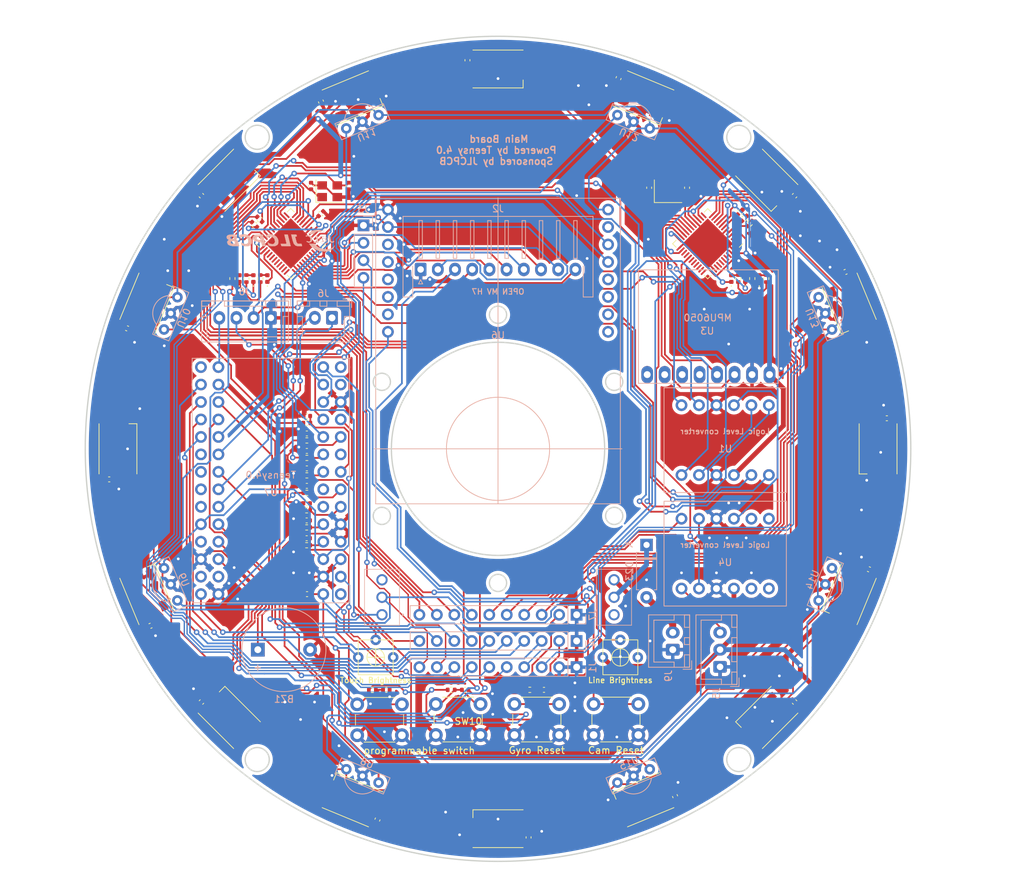
<source format=kicad_pcb>
(kicad_pcb (version 20211014) (generator pcbnew)
  (layers (0 "F.Cu" signal) (31 "B.Cu" signal) (34 "B.Paste" user) (35 "F.Paste" user) (36 "B.SilkS" user "B.Silkscreen") (37 "F.SilkS" user "F.Silkscreen") (38 "B.Mask" user) (39 "F.Mask" user) (44 "Edge.Cuts" user))
  (net 0 "")
  (net 1 "Net-(BZ1-Pad1)")
  (net 2 "GND")
  (net 3 "Net-(C1-Pad1)")
  (net 4 "Net-(C2-Pad1)")
  (net 5 "Gyro Reset")
  (net 6 "+5V")
  (net 7 "Net-(C7-Pad1)")
  (net 8 "Net-(C17-Pad1)")
  (net 9 "Net-(C18-Pad1)")
  (net 10 "Net-(C22-Pad1)")
  (net 11 "IR5")
  (net 12 "IR6")
  (net 13 "IR7")
  (net 14 "IR8")
  (net 15 "SW2")
  (net 16 "SW1")
  (net 17 "IR1")
  (net 18 "IR2")
  (net 19 "IR3")
  (net 20 "IR4")
  (net 21 "Net-(D1-Pad2)")
  (net 22 "NEO PIXEL")
  (net 23 "Net-(D2-Pad2)")
  (net 24 "Net-(D19-Pad2)")
  (net 25 "Net-(D3-Pad2)")
  (net 26 "Net-(D20-Pad2)")
  (net 27 "Net-(D4-Pad2)")
  (net 28 "Net-(D5-Pad2)")
  (net 29 "Net-(D6-Pad2)")
  (net 30 "Net-(D10-Pad4)")
  (net 31 "Net-(D11-Pad4)")
  (net 32 "Net-(D12-Pad4)")
  (net 33 "Net-(D10-Pad2)")
  (net 34 "Net-(D11-Pad2)")
  (net 35 "Net-(D12-Pad2)")
  (net 36 "Net-(D13-Pad2)")
  (net 37 "RX1LED")
  (net 38 "Net-(D14-Pad2)")
  (net 39 "TX1LED")
  (net 40 "Net-(D15-Pad2)")
  (net 41 "Net-(D16-Pad2)")
  (net 42 "RX2LED")
  (net 43 "Net-(D17-Pad2)")
  (net 44 "TX2LED")
  (net 45 "Net-(D18-Pad2)")
  (net 46 "Net-(D21-Pad2)")
  (net 48 "Net-(D23-Pad2)")
  (net 49 "Gyro D+")
  (net 50 "Gyro D-")
  (net 51 "Line D+")
  (net 52 "Line D-")
  (net 53 "Teensy D+")
  (net 54 "Teensy D-")
  (net 55 "Cam D+")
  (net 56 "Cam D-")
  (net 57 "Net-(J2-Pad3)")
  (net 58 "line Data 1")
  (net 59 "line Data 2")
  (net 60 "line Data 3")
  (net 61 "line Data 4")
  (net 62 "line Data 5")
  (net 63 "line Data 6")
  (net 64 "line Data 7")
  (net 65 "+3V3")
  (net 66 "start")
  (net 67 "stop")
  (net 68 "R")
  (net 69 "L")
  (net 70 "CS")
  (net 71 "MOSI")
  (net 72 "RS")
  (net 73 "SCK")
  (net 74 "MD Data")
  (net 75 "FET 1")
  (net 76 "FET 2")
  (net 77 "Reset 1")
  (net 78 "MISO 1")
  (net 79 "MOSI 1")
  (net 80 "SCK 1")
  (net 81 "Reset 2")
  (net 82 "MISO 2")
  (net 83 "MOSI 2")
  (net 84 "SCK 2")
  (net 85 "Net-(J8-Pad3)")
  (net 86 "Touch")
  (net 87 "Net-(R2-Pad1)")
  (net 88 "Net-(R3-Pad1)")
  (net 89 "Net-(R4-Pad2)")
  (net 90 "Net-(R10-Pad1)")
  (net 91 "Net-(R11-Pad1)")
  (net 92 "Net-(R14-Pad1)")
  (net 93 "Net-(R15-Pad1)")
  (net 94 "Net-(R16-Pad1)")
  (net 95 "Net-(R17-Pad1)")
  (net 96 "Net-(R20-Pad2)")
  (net 97 "Net-(R21-Pad2)")
  (net 98 "Net-(R22-Pad2)")
  (net 99 "Net-(R23-Pad2)")
  (net 100 "Net-(U6-Pad8)")
  (net 101 "TX2 HV")
  (net 102 "RX2 HV")
  (net 103 "TX3 HV")
  (net 104 "RX3 HV")
  (net 105 "RX3 LV")
  (net 106 "TX3 LV")
  (net 107 "RX2 LV")
  (net 108 "TX2 LV")
  (net 111 "Net-(U2-Pad18)")
  (net 112 "Net-(U2-Pad19)")
  (net 135 "NEO PIXEL LV")
  (net 136 "TX1")
  (net 158 "RX4")
  (net 159 "TX4")
  (net 175 "Net-(D23-Pad1)")
  (footprint "Resistor_SMD:R_0402_1005Metric" (layer "F.Cu") (at 194.056 68.834 45)
    (fp_text reference "R3" hide)
    (fp_text value "22")
  )
  (footprint "Capacitor_SMD:C_0402_1005Metric" (layer "F.Cu") (at 129.6924 106.9848)
    (fp_text reference "C26" hide)
    (fp_text value "C_Small")
  )
  (footprint "Capacitor_SMD:C_0402_1005Metric" (layer "F.Cu") (at 100.964 106.046 180)
    (fp_text reference "C13" hide)
    (fp_text value "C_Small")
  )
  (footprint "LED_SMD:LED_0402_1005Metric" (layer "F.Cu") (at 191.389 76.835 90)
    (fp_text reference "D15" hide)
    (fp_text value "LED")
  )
  (footprint "Capacitor_SMD:C_0402_1005Metric" (layer "F.Cu") (at 129.6924 104.4448 180)
    (fp_text reference "C32" hide)
    (fp_text value "C_Small")
  )
  (footprint "Resistor_SMD:R_0402_1005Metric" (layer "F.Cu") (at 122.936 76.835 -90)
    (fp_text reference "R9" hide)
    (fp_text value "1k")
  )
  (footprint "LED_SMD:LED_WS2812B_PLCC4_5.0x5.0mm_P3.2mm" (layer "F.Cu") (at 196.544821 62.536179 -45)
    (fp_text reference "D7" hide)
    (fp_text value "WS2812B")
  )
  (footprint "Resistor_SMD:R_0402_1005Metric" (layer "F.Cu") (at 162.1008 136.652)
    (fp_text reference "R1" hide)
    (fp_text value "10K")
  )
  (footprint "Resistor_SMD:R_0402_1005Metric" (layer "F.Cu") (at 129.6924 100.3808)
    (fp_text reference "R14" hide)
    (fp_text value "100k")
  )
  (footprint "Capacitor_SMD:C_0402_1005Metric" (layer "F.Cu") (at 129.669 112.014 180)
    (fp_text reference "C33" hide)
    (fp_text value "C_Small")
  )
  (footprint "LED_SMD:LED_WS2812B_PLCC4_5.0x5.0mm_P3.2mm" (layer "F.Cu") (at 136.339036 152.639801 157.5)
    (fp_text reference "D20" hide)
    (fp_text value "WS2812B")
  )
  (footprint "Capacitor_SMD:C_0402_1005Metric" (layer "F.Cu") (at 152.7048 136.652)
    (fp_text reference "C29" hide)
    (fp_text value "C")
  )
  (footprint "Capacitor_SMD:C_0402_1005Metric" (layer "F.Cu") (at 114.374064 138.420757 -135)
    (fp_text reference "C6" hide)
    (fp_text value "C_Small")
  )
  (footprint "LED_SMD:LED_WS2812B_PLCC4_5.0x5.0mm_P3.2mm" (layer "F.Cu") (at 178.620964 152.639801 -157.5)
    (fp_text reference "D8" hide)
    (fp_text value "WS2812B")
  )
  (footprint "Capacitor_SMD:C_0402_1005Metric" (layer "F.Cu") (at 207.992948 75.866619 22.5)
    (fp_text reference "C14" hide)
    (fp_text value "C_Small")
  )
  (footprint "Capacitor_SMD:C_0402_1005Metric" (layer "F.Cu") (at 106.967053 127.335381 -157.5)
    (fp_text reference "C10" hide)
    (fp_text value "C_Small")
  )
  (footprint "Package_DFN_QFN:QFN-44-1EP_7x7mm_P0.5mm_EP5.2x5.2mm" (layer "F.Cu") (at 187.96 71.77 -135)
    (fp_text reference "U2" hide)
    (fp_text value "ATmega32U4-MU")
  )
  (footprint "Capacitor_SMD:C_0402_1005Metric" (layer "F.Cu") (at 164.1608 136.652)
    (fp_text reference "C3" hide)
    (fp_text value "C")
  )
  (footprint "Button_Switch_THT:SW_PUSH_6mm_H5mm" (layer "F.Cu") (at 143.51 143.256 180)
    (fp_text reference "programmable switch")
    (fp_text value "SW_DIP_x01")
  )
  (footprint "LED_SMD:LED_WS2812B_PLCC4_5.0x5.0mm_P3.2mm" (layer "F.Cu") (at 106.440275 80.459654 67.5)
    (fp_text reference "D12" hide)
    (fp_text value "WS2812B")
  )
  (footprint "Resistor_SMD:R_0402_1005Metric" (layer "F.Cu") (at 196.469 76.833 -90)
    (fp_text reference "R4" hide)
    (fp_text value "1k")
  )
  (footprint "LED_SMD:LED_WS2812B_PLCC4_5.0x5.0mm_P3.2mm" (layer "F.Cu") (at 212.726 101.601 -90)
    (fp_text reference "D19" hide)
    (fp_text value "WS2812B")
  )
  (footprint "LED_SMD:LED_WS2812B_PLCC4_5.0x5.0mm_P3.2mm" (layer "F.Cu") (at 196.544821 140.665821 -135)
    (fp_text reference "D5" hide)
    (fp_text value "WS2812B")
  )
  (footprint "Capacitor_SMD:C_0402_1005Metric" (layer "F.Cu") (at 114.374064 64.781243 135)
    (fp_text reference "C21" hide)
    (fp_text value "C_Small")
  )
  (footprint "Capacitor_SMD:C_0402_1005Metric" (layer "F.Cu") (at 139.958908 155.516004 -112.5)
    (fp_text reference "C20" hide)
    (fp_text value "C_Small")
  )
  (footprint "Resistor_SMD:R_0402_1005Metric" (layer "F.Cu") (at 139.2128 136.652)
    (fp_text reference "R19" hide)
    (fp_text value "10K")
  )
  (footprint "Crystal:Crystal_SMD_3225-4Pin_3.2x2.5mm" (layer "F.Cu") (at 133.020761 64.135)
    (fp_text reference "Y2" hide)
    (fp_text value "16MHz")
  )
  (footprint "Capacitor_SMD:C_0402_1005Metric" (layer "F.Cu") (at 211.395004 119.122092 -22.5)
    (fp_text reference "C5" hide)
    (fp_text value "C_Small")
  )
  (footprint "LED_SMD:LED_0402_1005Metric" (layer "F.Cu") (at 195.453 76.835 90)
    (fp_text reference "D13" hide)
    (fp_text value "LED")
  )
  (footprint "LED_SMD:LED_0402_1005Metric" (layer "F.Cu") (at 123.952 76.835 90)
    (fp_text reference "D18" hide)
    (fp_text value "LED")
  )
  (footprint "Capacitor_SMD:C_0402_1005Metric" (layer "F.Cu") (at 135.763 63.373 -90)
    (fp_text reference "C18" hide)
    (fp_text value "22pf")
  )
  (footprint "Capacitor_SMD:C_0402_1005Metric" (layer "F.Cu") (at 153.035 45.085 90)
    (fp_text reference "C4" hide)
    (fp_text value "C_Small")
  )
  (footprint "Button_Switch_THT:SW_PUSH_6mm_H5mm" (layer "F.Cu") (at 177.875 143.22 180)
    (fp_text reference "Cam Reset")
    (fp_text value "SW_DIP_x01")
  )
  (footprint "Resistor_SMD:R_0402_1005Metric" (layer "F.Cu") (at 129.667 115.6208 180)
    (fp_text reference "R23" hide)
    (fp_text value "100k")
  )
  (footprint "Package_DFN_QFN:QFN-44-1EP_7x7mm_P0.5mm_EP5.2x5.2mm" (layer "F.Cu") (at 127.350761 71.74 -135)
    (fp_text reference "U5" hide)
    (fp_text value "ATmega32U4-MU")
  )
  (footprint "LED_SMD:LED_WS2812B_PLCC4_5.0x5.0mm_P3.2mm" (layer "F.Cu") (at 102.235 101.601 90)
    (fp_text reference "D9" hide)
    (fp_text value "WS2812B")
  )
  (footprint "Capacitor_SMD:C_0402_1005Metric" (layer "F.Cu") (at 129.7204 122.7328 180)
    (fp_text reference "C24" hide)
    (fp_text value "C_Small")
  )
  (footprint "Capacitor_SMD:C_0402_1005Metric" (layer "F.Cu") (at 129.667 114.6048 180)
    (fp_text reference "C34" hide)
    (fp_text value "C_Small")
  )
  (footprint "Capacitor_SMD:C_0402_1005Metric" (layer "F.Cu") (at 200.585936 138.420757 -45)
    (fp_text reference "C9" hide)
    (fp_text value "C_Small")
  )
  (footprint "Capacitor_SMD:C_0402_1005Metric" (layer "F.Cu") (at 129.669 109.5248)
    (fp_text reference "C28" hide)
    (fp_text value "C_Small")
  )
  (footprint "LED_SMD:LED_WS2812B_PLCC4_5.0x5.0mm_P3.2mm" (layer "F.Cu") (at 157.48 156.845 180)
    (fp_text reference "D11" hide)
    (fp_text value "WS2812B")
  )
  (footprint "Capacitor_SMD:C_0402_1005Metric" (layer "F.Cu") (at 161.925 158.117 -90)
    (fp_text reference "C15" hide)
    (fp_text value "C_Small")
  )
  (footprint "Resistor_SMD:R_0402_1005Metric" (layer "F.Cu") (at 193.294 68.072 45)
    (fp_text reference "R2" hide)
    (fp_text value "22")
  )
  (footprint "LED_SMD:LED_WS2812B_PLCC4_5.0x5.0mm_P3.2mm" (layer "F.Cu") (at 136.338271 50.560351 22.5)
    (fp_text reference "D22" hide)
    (fp_text value "WS2812B")
  )
  (footprint "Resistor_SMD:R_0402_1005Metric" (layer "F.Cu") (at 150.6728 136.652)
    (fp_text reference "R18" hide)
    (fp_text value "10K")
  )
  (footprint "Resistor_SMD:R_0402_1005Metric" (layer "F.Cu") (at 122.829376 68.219376 135)
    (fp_text reference "R10" hide)
    (fp_text value "22")
  )
  (footprint "Crystal:Crystal_SMD_3225-4Pin_3.2x2.5mm" (layer "F.Cu") (at 182.2 64.135)
    (fp_text reference "Y1" hide)
    (fp_text value "16MHz")
  )
  (footprint "Capacitor_SMD:C_0402_1005Metric" (layer "F.Cu") (at 130.302 63.373 90)
    (fp_text reference "C17" hide)
    (fp_text value "22pf")
  )
  (footprint "LED_SMD:LED_0402_1005Metric" (layer "F.Cu") (at 119.888 76.835 90)
    (fp_text reference "D16" hide)
    (fp_text value "LED")
  )
  (footprint "Resistor_SMD:R_0402_1005Metric" (layer "F.Cu") (at 129.6924 102.9208 180)
    (fp_text reference "R20" hide)
    (fp_text value "100k")
  )
  (footprint "Resistor_SMD:R_0402_1005Metric" (layer "F.Cu") (at 129.667 110.5408)
    (fp_text reference "R17" hide)
    (fp_text value "100k")
  )
  (footprint "Capacitor_SMD:C_0402_1005Metric" (layer "F.Cu") (at 184.9628 63.627 -90)
    (fp_text reference "C2" hide)
    (fp_text value "22pf")
  )
  (footprint "Capacitor_SMD:C_0402_1005Metric" (layer "F.Cu") (at 192.659 67.183 45)
    (fp_text reference "C7" hide)
    (fp_text value "1uf")
  )
  (footprint "Capacitor_SMD:C_0402_1005Metric" (layer "F.Cu") (at 129.6924 101.9048 180)
    (fp_text reference "C31" hide)
    (fp_text value "C_Small")
  )
  (footprint "Resistor_SMD:R_0402_1005Metric" (layer "F.Cu") (at 122.067376 68.981376 135)
    (fp_text reference "R11" hide)
    (fp_text value "22")
  )
  (footprint "LED_SMD:LED_WS2812B_PLCC4_5.0x5.0mm_P3.2mm" (layer "F.Cu") (at 178.621729 50.560351 -22.5)
    (fp_text reference "D4" hide)
    (fp_text value "WS2812B")
  )
  (footprint "Resistor_SMD:R_0402_1005Metric" (layer "F.Cu") (at 129.6924 108.0008)
    (fp_text reference "R15" hide)
    (fp_text value "100k")
  )
  (footprint "Resistor_SMD:R_0402_1005Metric" (layer "F.Cu") (at 118.872 76.835 -90)
    (fp_text reference "R7" hide)
    (fp_text value "1k")
  )
  (footprint "Capacitor_SMD:C_0402_1005Metric" (layer "F.Cu") (at 213.996 97.156)
    (fp_text reference "C19" hide)
    (fp_text value "C_Small")
  )
  (footprint "可変抵抗:可変抵抗(小)" (layer "F.Cu") (at 175.26 124.301)
    (fp_text reference "R12" hide)
    (fp_text value "R_Trim")
  )
  (footprint "Resistor_SMD:R_0402_1005Metric" (layer "F.Cu") (at 192.405 76.833 -90)
    (fp_text reference "R6" hide)
    (fp_text value "1k")
  )
  (footprint "Resistor_SMD:R_0402_1005Metric" (layer "F.Cu") (at 129.6924 105.4608 180)
    (fp_text reference "R21" hide)
    (fp_text value "100k")
  )
  (footprint "Resistor_SMD:R_0402_1005Metric" (layer "F.Cu") (at 194.437 76.835 -90)
    (fp_text reference "R5" hide)
    (fp_text value "1k")
  )
  (footprint "LED_SMD:LED_WS2812B_PLCC4_5.0x5.0mm_P3.2mm" (layer "F.Cu") (at 106.440275 122.742346 112.5)
    (fp_text reference "D6" hide)
    (fp_text value "WS2812B")
  )
  (footprint "Resistor_SMD:R_0402_1005Metric" (layer "F.Cu") (at 129.669 113.03 180)
    (fp_text reference "R22" hide)
    (fp_text value "100k")
  )
  (footprint "LED_SMD:LED_0402_1005Metric" (layer "F.Cu") (at 193.421 76.835 90)
    (fp_text reference "D14" hide)
    (fp_text value "LED")
  )
  (footprint "LED_SMD:LED_WS2812B_PLCC4_5.0x5.0mm_P3.2mm" (layer "F.Cu") (at 208.520649 122.742729 -112.5)
    (fp_text reference "D2" hide)
    (fp_text value "WS2812B")
  )
  (footprint "Capacitor_SMD:C_0402_1005Metric" (layer "F.Cu") (at 103.564996 84.079908 157.5)
    (fp_text reference "C16" hide)
    (fp_text value "C_Small")
  )
  (footprint "LED_SMD:LED_WS2812B_PLCC4_5.0x5.0mm_P3.2mm" (layer "F.Cu") (at 118.415179 62.536179 45)
    (fp_text reference "D21" hide)
    (fp_text value "WS2812B")
  )
  (footprint "Capacitor_SMD:C_0402_1005Metric" (layer "F.Cu") (at 179.451 63.627 90)
    (fp_text reference "C1" hide)
    (fp_text value "22pf")
  )
  (footprint "可変抵抗:可変抵抗(小)" (layer "F.Cu") (at 139.7 124.301)
    (fp_text reference "R13" hide)
    (fp_text value "R_Trim")
  )
  (footprint "Button_Switch_THT:SW_PUSH_6mm_H5mm" (layer "F.Cu") (at 166.37 143.22 180)
    (fp_text reference "Gyro Reset")
    (fp_text value "SW_DIP_x01")
  )
  (footprint "Capacitor_SMD:C_0402_1005Metric" (layer "F.Cu") (at 141.2468 136.652)
    (fp_text reference "C30" hide)
    (fp_text value "C")
  )
  (footprint "Capacitor_SMD:C_0402_1005Metric" (layer "F.Cu") (at 129.6924 99.3648)
    (fp_text reference "C25" hide)
    (fp_text value "C_Small")
  )
  (footprint "Capacitor_SMD:C_0402_1005Metric" (layer "F.Cu") (at 129.6924 96.8248)
    (fp_text reference "C27" hide)
    (fp_text value "C_Small")
  )
  (footprint "Button_Switch_THT:SW_PUSH_6mm_H5mm" (layer "F.Cu") (at 154.94 143.22 180)
    (fp_text reference "SW10")
    (fp_text value "SW_DIP_x01")
  )
  (footprint "LED_SMD:LED_WS2812B_PLCC4_5.0x5.0mm_P3.2mm" (layer "F.Cu") (at 157.48 46.355)
    (fp_text reference "D1" hide)
    (fp_text value "WS2812B")
  )
  (footprint "Capacitor_SMD:C_0402_1005Metric" (layer "F.Cu") (at 183.214381 152.113947 -67.5)
    (fp_text reference "C12" hide)
    (fp_text value "C_Small")
  )
  (footprint "Capacitor_SMD:C_0402_1005Metric" (layer "F.Cu") (at 200.585936 64.781243 45)
    (fp_text reference "C11" hide)
    (fp_text value "C_Small")
  )
  (footprint "Resistor_SMD:R_0402_1005Metric" (layer "F.Cu") (at 129.6924 97.8408)
    (fp_text reference "R16" hide)
    (fp_text value "100k")
  )
  (footprint "LED_SMD:LED_WS2812B_PLCC4_5.0x5.0mm_P3.2mm" (layer "F.Cu") (at 208.520649 80.459271 -67.5)
    (fp_text reference "D10" hide)
    (fp_text value "WS2812B")
  )
  (footprint "Capacitor_SMD:C_0402_1005Metric" (layer "F.Cu") (at 131.745619 51.088053 112.5)
    (fp_text reference "C23" hide)
    (fp_text value "C_Small")
  )
  (footprint "Capacitor_SMD:C_0402_1005Metric" (layer "F.Cu") (at 131.740589 67.395411 45)
    (fp_text reference "C22" hide)
    (fp_text value "1uf")
  )
  (footprint "LED_SMD:LED_0402_1005Metric" (layer "F.Cu") (at 121.92 76.835 90)
    (fp_text reference "D17" hide)
    (fp_text value "LED")
  )
  (footprint "Capacitor_SMD:C_0402_1005Metric" (layer "F.Cu") (at 175.001092 47.685996 67.5)
    (fp_text reference "C8" hide)
    (fp_text value "C_Small")
  )
  (footprint "Resistor_SMD:R_0402_1005Metric" (layer "F.Cu") (at 120.904 76.835 -90)
    (fp_text reference "R8" hide)
    (fp_text value "1k")
  )
  (footprint "LED_SMD:LED_WS2812B_PLCC4_5.0x5.0mm_P3.2mm" (layer "F.Cu") (at 118.415886 140.665114 135)
    (fp_text reference "D3" hide)
    (fp_text value "WS2812B")
  )
  (footprint "Lib:TSSP58038_IR" (layer "B.Cu") (at 175.24166 144.481441 -157.5)
    (fp_text reference "U15")
    (fp_text value "TSSP58038")
  )
  (footprint "Diode_THT:D_A-405_P7.62mm_Horizontal" (layer "B.Cu") (at 179.07 115.57 -90)
    (fp_text reference "D23")
    (fp_text value "D")
  )
  (footprint "Buzzer_Beeper:Buzzer_12x9.5RM7.6" (layer "B.Cu") (at 122.565 130.81)
    (fp_text reference "BZ1")
    (fp_text value "Buzzer")
  )
  (footprint "Lib:TSSP58038_IR" (layer "B.Cu") (at 114.599559 83.83934 67.5)
    (fp_text reference "U10")
    (fp_text value "TSSP58038")
  )
  (footprint "Connector_PinHeader_2.54mm:PinHeader_1x10_P2.54mm_Vertical" (layer "B.Cu") (at 168.91 133.35 90)
    (fp_text reference "J1")
    (fp_text value "Conn_01x10_Female")
  )
  (footprint "Lib:TSSP58038_IR" (layer "B.Cu") (at 114.599559 119.36266 112.5)
    (fp_text reference "U9")
    (fp_text value "TSSP58038")
  )
  (footprint "Lib:2MS1T2B4M2QES" (layer "B.Cu") (at 140.615 125.73 180)
    (fp_text reference "SW4" hide)
    (fp_text value "SW_DIP_x01" hide)
  )
  (footprint "Lib:TSSP58038_IR" (layer "B.Cu") (at 200.36044 83.839339 -67.5)
    (fp_text reference "U13")
    (fp_text value "TSSP58038")
  )
  (footprint "Lib:Teensy_Brakeout" (layer "B.Cu") (at 124.46 106.68)
    (fp_text reference "U7")
    (fp_text value "Teensy4.0")
  )
  (footprint "Lib:TSSP58038_IR" (layer "B.Cu") (at 175.24166 58.720559 -22.5)
    (fp_text reference "U12")
    (fp_text value "TSSP58038")
  )
  (footprint "Connector_JST:JST_XH_B4B-XH-A_1x04_P2.50mm_Vertical" (layer "B.Cu") (at 124.46 82.55 180)
    (fp_text reference "J8")
    (fp_text value "Conn_01x04_Female")
  )
  (footprint "Connector_JST:JST_XH_B2B-XH-A_1x02_P2.50mm_Vertical" (layer "B.Cu") (at 133.35 82.55 180)
    (fp_text reference "J6")
    (fp_text value "Conn_01x02_Female")
  )
  (footprint "Lib:TSSP58038_IR" (layer "B.Cu") (at 200.360441 119.36266 -112.5)
    (fp_text reference "U14")
    (fp_text value "TSSP58038")
  )
  (footprint "Lib:Akizuki_Logic_Level_converter" (layer "B.Cu") (at 190.5 116.84 -90)
    (fp_text reference "U4")
    (fp_text value "Akizuki_Logiv_Level_converter")
  )
  (footprint "Connector_PinHeader_2.54mm:PinHeader_1x10_P2.54mm_Vertical" (layer "B.Cu") (at 168.91 125.73 90)
    (fp_text reference "J7")
    (fp_text value "Conn_01x10_Female")
  )
  (footprint "Lib:OpenMV" (layer "B.Cu") (at 157.48 109.601)
    (fp_text reference "U6")
    (fp_text value "open_mv")
  )
  (footprint "Connector_PinHeader_2.54mm:PinHeader_1x10_P2.54mm_Vertical" (layer "B.Cu") (at 168.91 129.54 90)
    (fp_text reference "J4")
    (fp_text value "Conn_01x10_Female")
  )
  (footprint "Connector_JST:JST_XH_B3B-XH-A_1x03_P2.50mm_Vertical" (layer "B.Cu") (at 189.755 133.31 90)
    (fp_text reference "J5")
    (fp_text value "Conn_01x03_Female")
  )
  (footprint "Connector_PinHeader_2.54mm:PinHeader_1x04_P2.54mm_Vertical" (layer "B.Cu") (at 137.922 69.098 180)
    (fp_text reference "J3")
    (fp_text value "Conn_01x04_Female")
  )
  (footprint "Connector_JST:JST_XH_B2B-XH-A_1x02_P2.50mm_Vertical" (layer "B.Cu") (at 182.88 130.81 90)
    (fp_text reference "J9")
    (fp_text value "Conn_01x02_Female")
  )
  (footprint "New:JLCPCB" (layer "B.Cu") (at 125.984 71.374 180)
    (fp_text reference "G***" hide)
    (fp_text value "LOGO" hide)
  )
  (footprint "Connector_JST:JST_XH_S10B-XH-A-1_1x10_P2.50mm_Horizontal" (layer "B.Cu") (at 146.23 75.51)
    (fp_text reference "J2")
    (fp_text value "Conn_01x10_Female")
  )
  (footprint "Lib:Akizuki_Logic_Level_converter" (layer "B.Cu") (at 190.5 100.33 -90)
    (fp_text reference "U1")
    (fp_text value "Akizuki_Logiv_Level_converter")
  )
  (footprint "Lib:MPU6050" (layer "B.Cu") (at 177.895 90.805 -90)
    (fp_text reference "U3")
    (fp_text value "MPU6050")
  )
  (footprint "Lib:2MS1T2B4M2QES" (layer "B.Cu") (at 174.345 120.65)
    (fp_text reference "SW1" hide)
    (fp_text value "SW_DIP_x01" hide)
  )
  (footprint "Lib:TSSP58038_IR" (layer "B.Cu") (at 139.71834 144.481441 157.5)
    (fp_text reference "U8")
    (fp_text value "TSSP58038")
  )
  (footprint "Lib:TSSP58038_IR" (layer "B.Cu") (at 139.71834 58.720559 22.5)
    (fp_text reference "U11")
    (fp_text value "TSSP58038")
  )
  (gr_circle (center 122.48 56.288109) (end 124.23 56.288109) (layer "Edge.Cuts") (width 0.2) (fill none))
  (gr_circle (center 157.48 82.1) (end 158.73 82.1) (layer "Edge.Cuts") (width 0.2) (fill none))
  (gr_circle (center 174.367495 91.85) (end 175.617495 91.85) (layer "Edge.Cuts") (width 0.2) (fill none))
  (gr_circle (center 122.48 146.788109) (end 124.23 146.788109) (layer "Edge.Cuts") (width 0.2) (fill none))
  (gr_circle (center 192.48 146.788109) (end 194.23 146.788109) (layer "Edge.Cuts") (width 0.2) (fill none))
  (gr_circle (center 174.367495 111.35) (end 175.617495 111.35) (layer "Edge.Cuts") (width 0.2) (fill none))
  (gr_circle (center 140.592505 91.85) (end 141.842505 91.85) (layer "Edge.Cuts") (width 0.2) (fill none))
  (gr_circle (center 157.48 101.6) (end 172.98 101.6) (layer "Edge.Cuts") (width 0.2) (fill none))
  (gr_circle (center 157.48 101.6) (end 217.48 101.6) (layer "Edge.Cuts") (width 0.2) (fill none))
  (gr_circle (center 140.592505 111.35) (end 141.842505 111.35) (layer "Edge.Cuts") (width 0.2) (fill none))
  (gr_circle (center 192.48 56.288109) (end 194.23 56.288109) (layer "Edge.Cuts") (width 0.2) (fill none))
  (gr_circle (center 157.48 121.1) (end 158.73 121.1) (layer "Edge.Cuts") (width 0.2) (fill none))
  (gr_text "Logic Level converter" (at 190.5 115.57) (layer "B.SilkS") (effects (font (size 0.8 0.8)) (justify mirror)))
  (gr_text "OPEN MV H7" (at 157.48 78.74) (layer "B.SilkS") (effects (font (size 0.8 0.8)) (justify mirror)))
  (gr_text "Logic Level converter" (at 190.5 99.06) (layer "B.SilkS") (effects (font (size 0.8 0.8)) (justify mirror)))
  (gr_text "Main Board \nPowered by Teensy 4.0\nSponsored by JLCPCB" (at 157.226 58.166) (layer "B.SilkS") (effects (font (size 1 1) (thickness 0.2)) (justify mirror)))
  (gr_text "Line Brightness" (at 175.26 135.255) (layer "F.SilkS") (effects (font (size 0.8 0.8))))
  (gr_text "Touch Brightness" (at 139.7 135.255) (layer "F.SilkS") (effects (font (size 0.8 0.8))))
  (segment (start 122.565 130.81) (end 122.565 125.719282) (width 0.25) (layer "F.Cu") (net 1))
  (segment (start 123.189641 125.094641) (end 123.74644 124.537842) (width 0.25) (layer "F.Cu") (net 1))
  (segment (start 123.74644 119.47644) (end 123.74644 120.57144) (width 0.25) (layer "F.Cu") (net 1))
  (segment (start 122.565 125.719282) (end 123.189641 125.094641) (width 0.25) (layer "F.Cu") (net 1))
  (segment (start 116.84 112.57) (end 123.74644 119.47644) (width 0.25) (layer "F.Cu") (net 1))
  (segment (start 123.74644 124.537842) (end 123.74644 120.57144) (width 0.25) (layer "F.Cu") (net 1))
  (segment (start 192.998411 66.843589) (end 193.056585 66.843589) (width 0.25) (layer "F.Cu") (net 2))
  (segment (start 126.910489 102.569897) (end 127.575586 101.9048) (width 0.25) (layer "F.Cu") (net 2))
  (segment (start 181.395 63.285) (end 183.095 64.985) (width 0.25) (layer "F.Cu") (net 2))
  (segment (start 123.886618 71.74) (end 127.350761 71.74) (width 0.25) (layer "F.Cu") (net 2))
  (segment (start 190.788427 71.77) (end 191.734182 72.715755) (width 0.25) (layer "F.Cu") (net 2))
  (segment (start 130.694 63.285) (end 130.302 62.893) (width 0.25) (layer "F.Cu") (net 2))
  (segment (start 187.96 70.355786) (end 187.96 71.77) (width 0.25) (layer "F.Cu") (net 2))
  (segment (start 130.179188 71.74) (end 127.350761 71.74) (width 0.25) (layer "F.Cu") (net 2))
  (segment (start 129.54 91.050386) (end 129.54 96.4972) (width 0.25) (layer "F.Cu") (net 2))
  (segment (start 185.151698 67.547484) (end 185.151698 66.738302) (width 0.25) (layer "F.Cu") (net 2))
  (segment (start 132.08 120.19) (end 128.56248 116.67248) (width 0.25) (layer "F.Cu") (net 2))
  (segment (start 129.1616 96.774) (end 129.2124 96.8248) (width 0.25) (layer "F.Cu") (net 2))
  (segment (start 128.56248 115.22932) (end 129.187 114.6048) (width 0.25) (layer "F.Cu") (net 2))
  (segment (start 114.713475 138.081346) (end 114.993489 137.801332) (width 0.25) (layer "F.Cu") (net 2))
  (segment (start 195.453 77.32) (end 195.453 78.232) (width 0.25) (layer "F.Cu") (net 2))
  (segment (start 107.410515 127.151693) (end 107.410515 128.492515) (width 0.25) (layer "F.Cu") (net 2))
  (segment (start 184.459142 71.77) (end 187.96 71.77) (width 0.25) (layer "F.Cu") (net 2))
  (segment (start 113.2175 136.585371) (end 114.713475 138.081346) (width 0.25) (layer "F.Cu") (net 2))
  (segment (start 123.223025 72.332202) (end 123.257701 72.332202) (width 0.25) (layer "F.Cu") (net 2))
  (segment (start 213.516 95.2605) (end 213.5265 95.25) (width 0.25) (layer "F.Cu") (net 2))
  (segment (start 131.124943 72.685755) (end 130.179188 71.74) (width 0.25) (layer "F.Cu") (net 2))
  (segment (start 129.187 114.59787) (end 129.187 114.6048) (width 0.25) (layer "F.Cu") (net 2))
  (segment (start 127.38242 86.614) (end 126.365359 87.631061) (width 0.25) (layer "F.Cu") (net 2))
  (segment (start 114.993489 137.801332) (end 117.814845 137.801332) (width 0.25) (layer "F.Cu") (net 2))
  (segment (start 113.2175 136.488602) (end 113.2175 136.585371) (width 0.25) (layer "F.Cu") (net 2))
  (segment (start 200.246525 65.120654) (end 199.69292 65.120654) (width 0.25) (layer "F.Cu") (net 2))
  (segment (start 128.329398 109.5248) (end 128.147299 109.342701) (width 0.25) (layer "F.Cu") (net 2))
  (segment (start 133.254511 113.935489) (end 129.849381 113.935489) (width 0.25) (layer "F.Cu") (net 2))
  (segment (start 115.474511 116.475489) (end 117.326499 116.475489) (width 0.25) (layer "F.Cu") (net 2))
  (segment (start 129.54 70.257868) (end 129.54 70.485) (width 0.25) (layer "F.Cu") (net 2))
  (segment (start 128.147299 109.342701) (end 127.122701 109.342701) (width 0.25) (layer "F.Cu") (net 2))
  (segment (start 123.223025 72.332202) (end 123.294416 72.332202) (width 0.25) (layer "F.Cu") (net 2))
  (segment (start 128.296516 75.514182) (end 130.070467 77.288133) (width 0.25) (layer "F.Cu") (net 2))
  (segment (start 128.285 71.74) (end 127.350761 71.74) (width 0.25) (layer "F.Cu") (net 2))
  (segment (start 129.54 96.4972) (end 129.2124 96.8248) (width 0.25) (layer "F.Cu") (net 2))
  (segment (start 126.910489 103.170103) (end 126.910489 102.569897) (width 0.25) (layer "F.Cu") (net 2))
  (segment (start 129.2124 106.9848) (end 128.58788 106.36028) (width 0.25) (layer "F.Cu") (net 2))
  (segment (start 183.86694 72.362202) (end 184.459142 71.77) (width 0.25) (layer "F.Cu") (net 2))
  (segment (start 124.968 86.36) (end 124.8785 86.36) (width 0.25) (layer "F.Cu") (net 2))
  (segment (start 186.307138 68.702924) (end 187.96 70.355786) (width 0.25) (layer "F.Cu") (net 2))
  (segment (start 183.095 64.985) (end 183.3 64.985) (width 0.25) (layer "F.Cu") (net 2))
  (segment (start 197.358 140.949335) (end 197.358 141.224) (width 0.25) (layer "F.Cu") (net 2))
  (segment (start 127.122701 109.342701) (end 126.90402 109.12402) (width 0.25) (layer "F.Cu") (net 2))
  (segment (start 156.67 137.21) (end 153.7428 137.21) (width 0.25) (layer "F.Cu") (net 2))
  (segment (start 126.365359 88.019973) (end 126.991386 88.646) (width 0.25) (layer "F.Cu") (net 2))
  (segment (start 130.877919 120.19) (end 129.2404 121.827519) (width 0.25) (layer "F.Cu") (net 2))
  (segment (start 190.673522 69.763585) (end 188.667107 71.77) (width 0.25) (layer "F.Cu") (net 2))
  (segment (start 126.365359 87.757359) (end 126.365359 88.019973) (width 0.25) (layer "F.Cu") (net 2))
  (segment (start 188.905755 75.544182) (end 187.96 74.598427) (width 0.25) (layer "F.Cu") (net 2))
  (segment (start 199.69292 65.120654) (end 198.731133 64.158867) (width 0.25) (layer "F.Cu") (net 2))
  (segment (start 107.410515 128.492515) (end 107.696 128.778) (width 0.25) (layer "F.Cu") (net 2))
  (segment (start 131.920761 63.285) (end 130.694 63.285) (width 0.25) (layer "F.Cu") (net 2))
  (segment (start 129.2404 121.827519) (end 129.2404 122.7328) (width 0.25) (layer "F.Cu") (net 2))
  (segment (start 143.256 68.072) (end 143.783471 68.599471) (width 0.25) (layer "F.Cu") (net 2))
  (segment (start 134.120761 64.985) (end 133.869783 64.985) (width 0.25) (layer "F.Cu") (net 2))
  (segment (start 213.516 97.156) (end 213.516 95.2605) (width 0.25) (layer "F.Cu") (net 2))
  (segment (start 135.852511 87.964897) (end 134.501614 86.614) (width 0.25) (layer "F.Cu") (net 2))
  (segment (start 133.869783 64.985) (end 132.169783 63.285) (width 0.25) (layer "F.Cu") (net 2))
  (segment (start 129.849381 113.935489) (end 129.187 114.59787) (width 0.25) (layer "F.Cu") (net 2))
  (segment (start 213.106 102.108) (end 211.163 104.051) (width 0.25) (layer "F.Cu") (net 2))
  (segment (start 127.7112 106.9848) (end 129.2124 106.9848) (width 0.25) (layer "F.Cu") (net 2))
  (segment (start 128.58788 106.36028) (end 128.58788 105.06932) (width 0.25) (layer "F.Cu") (net 2))
  (segment (start 200.225989 138.081346) (end 197.358 140.949335) (width 0.25) (layer "F.Cu") (net 2))
  (segment (start 132.08 120.19) (end 130.877919 120.19) (width 0.25) (layer "F.Cu") (net 2))
  (segment (start 193.730485 74.239515) (end 192.469083 74.239515) (width 0.25) (layer "F.Cu") (net 2))
  (segment (start 126.365359 87.757359) (end 124.968 86.36) (width 0.25) (layer "F.Cu") (net 2))
  (segment (start 153.7428 137.21) (end 153.1848 136.652) (width 0.25) (layer "F.Cu") (net 2))
  (segment (start 134.62 112.57) (end 133.254511 113.935489) (width 0.25) (layer "F.Cu") (net 2))
  (segment (start 130.070467 77.288133) (end 130.070467 77.605624) (width 0.25) (layer "F.Cu") (net 2))
  (segment (start 185.151698 66.738302) (end 186.68 65.21) (width 0.25) (layer "F.Cu") (net 2))
  (segment (start 134.501614 86.614) (end 127.38242 86.614) (width 0.25) (layer "F.Cu") (net 2))
  (segment (start 183.832264 72.362202) (end 183.86694 72.362202) (width 0.25) (layer "F.Cu") (net 2))
  (segment (start 186.97 64.92) (end 186.97 64.87) (width 0.25) (layer "F.Cu") (net 2))
  (segment (start 186.68 65.21) (end 186.97 64.92) (width 0.25) (layer "F.Cu") (net 2))
  (segment (start 126.991386 88.646) (end 127.135614 88.646) (width 0.25) (layer "F.Cu") (net 2))
  (segment (start 126.90402 109.12402) (end 126.90402 107.79198) (width 0.25) (layer "F.Cu") (net 2))
  (segment (start 127.350761 74.568427) (end 127.350761 71.74) (width 0.25) (layer "F.Cu") (net 2))
  (segment (start 123.849903 71.74) (end 127.350761 71.74) (width 0.25) (layer "F.Cu") (net 2))
  (segment (start 186.307138 68.702924) (end 185.151698 67.547484) (width 0.25) (layer "F.Cu") (net 2))
  (segment (start 130.064283 69.733585) (end 129.54 70.257868) (width 0.25) (layer "F.Cu") (net 2))
  (segment (start 123.257701 72.332202) (end 123.849903 71.74) (width 0.25) (layer "F.Cu") (net 2))
  (segment (start 128.185186 104.4448) (end 126.910489 103.170103) (width 0.25) (layer "F.Cu") (net 2))
  (segment (start 119.888 77.32) (end 119.888 78.532114) (width 0.25) (layer "F.Cu") (net 2))
  (segment (start 211.163 104.051) (end 211.126 104.051) (width 0.25) (layer "F.Cu") (net 2))
  (segment (start 134.62 94.79) (end 135.852511 93.557489) (width 0.25) (layer "F.Cu") (net 2))
  (segment (start 128.56248 116.67248) (end 128.56248 115.22932) (width 0.25) (layer "F.Cu") (net 2))
  (segment (start 124.8785 86.36) (end 124.968 86.4495) (width 0.25) (layer "F.Cu") (net 2))
  (segment (start 126.0348 99.3648) (end 125.73 99.06) (width 0.25) (layer "F.Cu") (net 2))
  (segment (start 187.96 71.77) (end 190.788427 71.77) (width 0.25) (layer "F.Cu") (net 2))
  (segment (start 127.350761 70.325786) (end 127.350761 71.74) (width 0.25) (layer "F.Cu") (net 2))
  (segment (start 128.296516 75.514182) (end 127.350761 74.568427) (width 0.25) (layer "F.Cu") (net 2))
  (segment (start 129.2124 104.4448) (end 128.185186 104.4448) (width 0.25) (layer "F.Cu") (net 2))
  (segment (start 135.852511 93.557489) (end 135.852511 87.964897) (width 0.25) (layer "F.Cu") (net 2))
  (segment (start 125.73 96.774) (end 129.1616 96.774) (width 0.25) (layer "F.Cu") (net 2))
  (segment (start 143.783471 68.599471) (end 143.783471 71.882491) (width 0.25) (layer "F.Cu") (net 2))
  (segment (start 193.056585 66.843589) (end 193.635211 66.264963) (width 0.25) (layer "F.Cu") (net 2))
  (segment (start 188.667107 71.77) (end 187.96 71.77) (width 0.25) (layer "F.Cu") (net 2))
  (segment (start 194.854398 73.115602) (end 193.730485 74.239515) (width 0.25) (layer "F.Cu") (net 2))
  (segment (start 127.135614 88.646) (end 129.54 91.050386) (width 0.25) (layer "F.Cu") (net 2))
  (segment (start 132.169783 63.285) (end 131.920761 63.285) (width 0.25) (layer "F.Cu") (net 2))
  (segment (start 129.189 109.5248) (end 128.329398 109.5248) (width 0.25) (layer "F.Cu") (net 2))
  (segment (start 123.294416 72.332202) (end 123.886618 71.74) (width 0.25) (layer "F.Cu") (net 2))
  (segment (start 129.54 70.485) (end 128.285 71.74) (width 0.25) (layer "F.Cu") (net 2))
  (segment (start 181.1 63.285) (end 181.395 63.285) (width 0.25) (layer "F.Cu") (net 2))
  (segment (start 127.575586 101.9048) (end 129.2124 101.9048) (width 0.25) (layer "F.Cu") (net 2))
  (segment (start 117.326499 116.475489) (end 119.126 118.27499) (width 0.25) (layer "F.Cu") (net 2))
  (segment (start 126.90402 107.79198) (end 127.7112 106.9848) (width 0.25) (layer "F.Cu") (net 2))
  (segment (start 126.365359 87.631061) (end 126.365359 87.757359) (width 0.25) (layer "F.Cu") (net 2))
  (segment (start 128.58788 105.06932) (end 129.2124 104.4448) (width 0.25) (layer "F.Cu") (net 2))
  (segment (start 187.96 74.598427) (end 187.96 71.77) (width 0.25) (layer "F.Cu") (net 2))
  (segment (start 200.246525 138.081346) (end 200.225989 138.081346) (width 0.25) (layer "F.Cu") (net 2))
  (segment (start 129.2124 99.3648) (end 126.0348 99.3648) (width 0.25) (layer "F.Cu") (net 2))
  (segment (start 114.3 117.65) (end 115.474511 116.475489) (width 0.25) (layer "F.Cu") (net 2))
  (segment (start 184.0848 64.985) (end 184.9628 64.107) (width 0.25) (layer "F.Cu") (net 2))
  (segment (start 183.3 64.985) (end 184.0848 64.985) (width 0.25) (layer "F.Cu") (net 2))
  (segment (start 125.697899 68.672924) (end 127.350761 70.325786) (width 0.25) (layer "F.Cu") (net 2))
  (segment (start 119.126 118.27499) (end 119.126 118.872) (width 0.25) (layer "F.Cu") (net 2))
  (via (at 179.324 71.12) (size 0.8) (drill 0.4) (layers "F.Cu" "B.Cu") (net 2))
  (via (at 143.783471 71.882491) (size 0.8) (drill 0.4) (layers "F.Cu" "B.Cu") (net 2))
  (via (at 189.23 119.634) (size 0.8) (drill 0.4) (layers "F.Cu" "B.Cu") (net 2))
  (via (at 195.834 64.262) (size 0.8) (drill 0.4) (layers "F.Cu" "B.Cu") (net 2))
  (via (at 133.858 51.054) (size 0.8) (drill 0.4) (layers "F.Cu" "B.Cu") (net 2))
  (via (at 211.074 106.172) (size 0.8) (drill 0.4) (layers "F.Cu" "B.Cu") (net 2))
  (via (at 182.372 53.848) (size 0.8) (drill 0.4) (layers "F.Cu" "B.Cu") (net 2))
  (via (at 139.7 69.088) (size 0.8) (drill 0.4) (layers "F.Cu" "B.Cu") (net 2))
  (via (at 210.312 110.49) (size 0.8) (drill 0.4) (layers "F.Cu" "B.Cu") (net 2))
  (via (at 130.81 138.43) (size 0.8) (drill 0.4) (layers "F.Cu" "B.Cu") (net 2))
  (via (at 125.73 99.06) (size 0.8) (drill 0.4) (layers "F.Cu" "B.Cu") (net 2))
  (via (at 128.48 98.71) (size 0.8) (drill 0.4) (layers "F.Cu" "B.Cu") (net 2))
  (via (at 103.632 101.6) (size 0.8) (drill 0.4) (layers "F.Cu" "B.Cu") (net 2))
  (via (at 173.228 48.768) (size 0.8) (drill 0.4) (layers "F.Cu" "B.Cu") (net 2))
  (via (at 105.41 95.758) (size 0.8) (drill 0.4) (layers "F.Cu" "B.Cu") (net 2))
  (via (at 201.422 67.056) (size 0.8) (drill 0.4) (layers "F.Cu" "B.Cu") (net 2))
  (via (at 104.648 86.106) (size 0.8) (drill 0.4) (layers "F.Cu" "B.Cu") (net 2))
  (via (at 198.628 89.916) (size 0.8) (drill 0.4) (layers "F.Cu" "B.Cu") (net 2))
  (via (at 141.732 137.668) (size 0.8) (drill 0.4) (layers "F.Cu" "B.Cu") (net 2))
  (via (at 119.888 78.532114) (size 0.8) (drill 0.4) (layers "F.Cu" "B.Cu") (net 2))
  (via (at 193.548 114.554) (size 0.8) (drill 0.4) (layers "F.Cu" "B.Cu") (net 2))
  (via (at 144.272 76.454) (size 0.8) (drill 0.4) (layers "F.Cu" "B.Cu") (net 2))
  (via (at 192.532 109.474) (size 0.8) (drill 0.4) (layers "F.Cu" "B.Cu") (net 2))
  (via (at 119.126 118.872) (size 0.8) (drill 0.4) (layers "F.Cu" "B.Cu") (net 2))
  (via (at 195.453 78.232) (size 0.8) (drill 0.4) (layers "F.Cu" "B.Cu") (net 2))
  (via (at 107.696 128.778) (size 0.8) (drill 0.4) (layers "F.Cu" "B.Cu") (net 2))
  (via (at 190.754 114.554) (size 0.8) (drill 0.4) (layers "F.Cu" "B.Cu") (net 2))
  (via (at 205.74 75.184) (size 0.8) (drill 0.4) (layers "F.Cu" "B.Cu") (net 2))
  (via (at 186.97 64.87) (size 0.8) (drill 0.4) (layers "F.Cu" "B.Cu") (net 2))
  (via (at 168.656 139.7) (size 0.8) (drill 0.4) (layers "F.Cu" "B.Cu") (net 2))
  (via (at 179.578 129.54) (size 0.8) (drill 0.4) (layers "F.Cu" "B.Cu") (net 2))
  (via (at 168.91 64.77) (size 0.8) (drill 0.4) (layers "F.Cu" "B.Cu") (net 2))
  (via (at 176.022 124.46) (size 0.8) (drill 0.4) (layers "F.Cu" "B.Cu") (net 2))
  (via (at 198.731133 64.158867) (size 0.8) (drill 0.4) (layers "F.Cu" "B.Cu") (net 2))
  (via (at 113.792 66.294) (size 0.8) (drill 0.4) (layers "F.Cu" "B.Cu") (net 2))
  (via (at 110.998 117.602) (size 0.8) (drill 0.4) (layers "F.Cu" "B.Cu") (net 2))
  (via (at 127.762 119.634) (size 0.8) (drill 0.4) (layers "F.Cu" "B.Cu") (net 2))
  (via (at 179.07 120.65) (size 0.8) (drill 0.4) (layers "F.Cu" "B.Cu") (net 2))
  (via (at 140.97 142.748) (size 0.8) (drill 0.4) (layers "F.Cu" "B.Cu") (net 2))
  (via (at 169.164 48.768) (size 0.8) (drill 0.4) (layers "F.Cu" "B.Cu") (net 2))
  (via (at 168.656 135.636) (size 0.8) (drill 0.4) (layers "F.Cu" "B.Cu") (net 2))
  (via (at 119.634 123.444) (size 0.8) (drill 0.4) (layers "F.Cu" "B.Cu") (net 2))
  (via (at 141.224 50.292) (size 0.8) (drill 0.4) (layers "F.Cu" "B.Cu") (net 2))
  (via (at 170.434 73.914) (size 0.8) (drill 0.4) (layers "F.Cu" "B.Cu") (net 2))
  (via (at 108.966 86.614) (size 0.8) (drill 0.4) (layers "F.Cu" "B.Cu") (net 2))
  (via (at 190.754 140.716) (size 0.8) (drill 0.4) (layers "F.Cu" "B.Cu") (net 2))
  (via (at 163.83 157.226) (size 0.8) (drill 0.4) (layers "F.Cu" "B.Cu") (net 2))
  (via (at 197.358 141.224) (size 0.8) (drill 0.4) (layers "F.Cu" "B.Cu") (net 2))
  (via (at 201.422 70.612) (size 0.8) (drill 0.4) (layers "F.Cu" "B.Cu") (net 2))
  (via (at 184.15 119.634) (size 0.8) (drill 0.4) (layers "F.Cu" "B.Cu") (net 2))
  (via (at 193.635211 66.264963) (size 0.8) (drill 0.4) (layers "F.Cu" "B.Cu") (net 2))
  (via (at 213.5265 95.25) (size 0.8) (drill 0.4) (layers "F.Cu" "B.Cu") (net 2))
  (via (at 138.684 66.802) (size 0.8) (drill 0.4) (layers "F.Cu" "B.Cu") (net 2))
  (via (at 130.070467 77.605624) (size 0.8) (drill 0.4) (layers "F.Cu" "B.Cu") (net 2))
  (via (at 137.16 50.8) (size 0.8) (drill 0.4) (layers "F.Cu" "B.Cu") (net 2))
  (via (at 174.752 143.51) (size 0.8) (drill 0.4) (layers "F.Cu" "B.Cu") (net 2))
  (via (at 188.214 114.554) (size 0.8) (drill 0.4) (layers "F.Cu" "B.Cu") (net 2))
  (via (at 194.854398 73.115602) (size 0.8) (drill 0.4) (layers "F.Cu" "B.Cu") (net 2))
  (via (at 108.966 71.12) (size 0.8) (drill 0.4) (layers "F.Cu" "B.Cu") (net 2))
  (via (at 117.348 67.818) (size 0.8) (drill 0.4) (layers "F.Cu" "B.Cu") (net 2))
  (via (at 128.147299 109.342701) (size 0.8) (drill 0.4) (layers "F.Cu" "B.Cu") (net 2))
  (via (at 163.068 143.51) (size 0.8) (drill 0.4) (layers "F.Cu" "B.Cu") (net 2))
  (via (at 156.67 137.21) (size 0.8) (drill 0.4) (layers "F.Cu" "B.Cu") (net 2))
  (via (at 168.656 137.668) (size 0.8) (drill 0.4) (layers "F.Cu" "B.Cu") (net 2))
  (via (at 170.688 51.562) (size 0.8) (drill 0.4) (layers "F.Cu" "B.Cu") (net 2))
  (via (at 175.26 131.826) (size 0.8) (drill 0.4) (layers "F.Cu" "B.Cu") (net 2))
  (via (at 102.362 107.442) (size 0.8) (drill 0.4) (layers "F.Cu" "B.Cu") (net 2))
  (via (at 133.35 74.295) (size 0.8) (drill 0.4) (layers "F.Cu" "B.Cu") (net 2))
  (via (at 210.312 117.348) (size 0.8) (drill 0.4) (layers "F.Cu" "B.Cu") (net 2))
  (via (at 173.482 152.654) (size 0.8) (drill 0.4) (layers "F.Cu" "B.Cu") (net 2))
  (via (at 207.264 116.84) (size 0.8) (drill 0.4) (layers "F.Cu" "B.Cu") (net 2))
  (via (at 191.008 86.36) (size 0.8) (drill 0.4) (layers "F.Cu" "B.Cu") (net 2))
  (via (at 144.472253 74.105655) (size 0.8) (drill 0.4) (layers "F.Cu" "B.Cu") (net 2))
  (via (at 147.574 76.962) (size 0.8) (drill 0.4) (layers "F.Cu" "B.Cu") (net 2))
  (via (at 193.294 134.62) (size 0.8) (drill 0.4) (layers "F.Cu" "B.Cu") (net 2))
  (via (at 136.525 59.055) (size 0.8) (drill 0.4) (layers "F.Cu" "B.Cu") (net 2))
  (via (at 143.256 68.072) (size 0.8) (drill 0.4) (layers "F.Cu" "B.Cu") (net 2))
  (via (at 135.89 146.304) (size 0.8) (drill 0.4) (layers "F.Cu" "B.Cu") (net 2))
  (via (at 204.216 71.374) (size 0.8) (drill 0.4) (layers "F.Cu" "B.Cu") (net 2))
  (via (at 133.35 149.098) (size 0.8) (drill 0.4) (layers "F.Cu" "B.Cu") (net 2))
  (via (at 127.762 105.156) (size 0.8) (drill 0.4) (layers "F.Cu" "B.Cu") (net 2))
  (via (at 211.074 86.106) (size 0.8) (drill 0.4) (layers "F.Cu" "B.Cu") (net 2))
  (via (at 112.522 75.692) (size 0.8) (drill 0.4) (layers "F.Cu" "B.Cu") (net 2))
  (via (at 157.48 47.752) (size 0.8) (drill 0.4) (layers "F.Cu" "B.Cu") (net 2))
  (via (at 128.778 140.97) (size 0.8) (drill 0.4) (layers "F.Cu" "B.Cu") (net 2))
  (via (at 118.364 121.158) (size 0.8) (drill 0.4) (layers "F.Cu" "B.Cu") (net 2))
  (via (at 127.762 116.586) (size 0.8) (drill 0.4) (layers "F.Cu" "B.Cu") (net 2))
  (via (at 151.638 143.51) (size 0.8) (drill 0.4) (layers "F.Cu" "B.Cu") (net 2))
  (via (at 136.44 64.89) (size 0.8) (drill 0.4) (layers "F.Cu" "B.Cu") (net 2))
  (via (at 194.31 119.634) (size 0.8) (drill 0.4) (layers "F.Cu" "B.Cu") (net 2))
  (via (at 183.642 150.114) (size 0.8) (drill 0.4) (layers "F.Cu" "B.Cu") (net 2))
  (via (at 156.718 140.208) (size 0.8) (drill 0.4) (layers "F.Cu" "B.Cu") (net 2))
  (via (at 128.524 101.346) (size 0.8) (drill 0.4) (layers "F.Cu" "B.Cu") (net 2))
  (via (at 124.968 86.4495) (size 0.8) (drill 0.4) (layers "F.Cu" "B.Cu") (net 2))
  (via (at 157.48 155.448) (size 0.8) (drill 0.4) (layers "F.Cu" "B.Cu") (net 2))
  (via (at 202.438 124.968) (size 0.8) (drill 0.4) (layers "F.Cu" "B.Cu") (net 2))
  (via (at 143.002 74.93) (size 0.8) (drill 0.4) (layers "F.Cu" "B.Cu") (net 2))
  (via (at 113.2175 136.488602) (size 0.8) (drill 0.4) (layers "F.Cu" "B.Cu") (net 2))
  (via (at 109.474 75.692) (size 0.8) (drill 0.4) (layers "F.Cu" "B.Cu") (net 2))
  (via (at 134.366 144.78) (size 0.8) (drill 0.4) (layers "F.Cu" "B.Cu") (net 2))
  (via (at 198.374 134.62) (size 0.8) (drill 0.4) (layers "F.Cu" "B.Cu") (net 2))
  (via (at 194.056 81.28) (size 0.8) (drill 0.4) (layers "F.Cu" "B.Cu") (net 2))
  (via (at 191.008 109.474) (size 0.8) (drill 0.4) (layers "F.Cu" "B.Cu") (net 2))
  (via (at 206.756 72.644) (size 0.8) (drill 0.4) (layers "F.Cu" "B.Cu") (net 2))
  (via (at 194.818 139.192) (size 0.8) (drill 0.4) (layers "F.Cu" "B.Cu") (net 2))
  (via (at 138.938 138.684) (size 0.8) (drill 0.4) (layers "F.Cu" "B.Cu") (net 2))
  (via (at 130.048 119.634) (size 0.8) (drill 0.4) (layers "F.Cu" "B.Cu") (net 2))
  (via (at 113.03 80.772) (size 0.8) (drill 0.4) (layers "F.Cu" "B.Cu") (net 2))
  (via (at 127.762 111.76) (size 0.8) (drill 0.4) (layers "F.Cu" "B.Cu") (net 2))
  (via (at 151.892 157.734) (size 0.8) (drill 0.4) (layers "F.Cu" "B.Cu") (net 2))
  (via (at 187.452 81.28) (size 0.8) (drill 0.4) (layers "F.Cu" "B.Cu") (net 2))
  (via (at 125.73 96.774) (size 0.8) (drill 0.4) (layers "F.Cu" "B.Cu") (net 2))
  (via (at 213.106 102.108) (size 0.8) (drill 0.4) (layers "F.Cu" "B.Cu") (net 2))
  (via (at 149.86 154.432) (size 0.8) (drill 0.4) (layers "F.Cu" "B.Cu") (net 2))
  (via (at 192.469083 74.239515) (size 0.8) (drill 0.4) (layers "F.Cu" "B.Cu") (net 2))
  (via (at 152.4 139.954) (size 0.8) (drill 0.4) (layers "F.Cu" "B.Cu") (net 2))
  (via (at 126.492 138.43) (size 0.8) (drill 0.4) (layers "F.Cu" "B.Cu") (net 2))
  (segment (start 139.921592 69.088) (end 141.48 67.529592) (width 0.25) (layer "B.Cu") (net 2))
  (segment (start 125.73 99.06) (end 125.73 96.774) (width 0.25) (layer "B.Cu") (net 2))
  (segment (start 193.99752 72.258724) (end 194.854398 73.115602) (width 0.25) (layer "B.Cu") (net 2))
  (segment (start 143.783471 73.416873) (end 144.472253 74.105655) (width 0.25) (layer "B.Cu") (net 2))
  (segment (start 143.783471 71.882491) (end 143.783471 73.416873) (width 0.25) (layer "B.Cu") (net 2))
  (segment (start 107.696 128.778) (end 113.2175 134.2995) (width 0.25) (layer "B.Cu") (net 2))
  (segment (start 113.2175 134.2995) (end 113.2175 136.488602) (width 0.25) (layer "B.Cu") (net 2))
  (segment (start 193.635211 66.264963) (end 193.99752 66.627272) (width 0.25) (layer "B.Cu") (net 2))
  (segment (start 213.5265 95.25) (end 213.106 95.6705) (width 0.25) (layer "B.Cu") (net 2))
  (segment (start 192.469083 74.239515) (end 192.469083 75.248083) (width 0.25) (layer "B.Cu") (net 2))
  (segment (start 192.469083 75.248083) (end 195.453 78.232) (width 0.25) (layer "B.Cu") (net 2))
  (segment (start 141.48 66.802) (end 138.684 66.802) (width 0.25) (layer "B.Cu") (net 2))
  (segment (start 213.106 95.6705) (end 213.106 102.108) (width 0.25) (layer "B.Cu") (net 2))
  (segment (start 193.99752 66.627272) (end 193.99752 72.258724) (width 0.25) (layer "B.Cu") (net 2))
  (segment (start 139.7 69.088) (end 139.921592 69.088) (width 0.25) (layer "B.Cu") (net 2))
  (segment (start 128.48 101.302) (end 128.524 101.346) (width 0.25) (layer "B.Cu") (net 2))
  (segment (start 141.48 67.529592) (end 141.48 66.802) (width 0.25) (layer "B.Cu") (net 2))
  (segment (start 128.48 98.71) (end 128.48 101.302) (width 0.25) (layer "B.Cu") (net 2))
  (segment (start 183.87096 67.68096) (end 185.600031 69.410031) (width 0.25) (layer "F.Cu") (net 3))
  (segment (start 180.329 64.985) (end 179.451 64.107) (width 0.25) (layer "F.Cu") (net 3))
  (segment (start 181.1 64.985) (end 181.1 67.29796) (width 0.25) (layer "F.Cu") (net 3))
  (segment (start 181.483 67.68096) (end 183.87096 67.68096) (width 0.25) (layer "F.Cu") (net 3))
  (segment (start 181.1 64.985) (end 180.329 64.985) (width 0.25) (layer "F.Cu") (net 3))
  (segment (start 181.1 67.29796) (end 181.483 67.68096) (width 0.25) (layer "F.Cu") (net 3))
  (segment (start 184.68 66.31) (end 184.68 67.782893) (width 0.25) (layer "F.Cu") (net 4))
  (segment (start 185.59732 65.40268) (end 184.69 66.31) (width 0.25) (layer "F.Cu") (net 4))
  (segment (start 185.59732 63.77459) (end 185.59732 65.40268) (width 0.25) (layer "F.Cu") (net 4))
  (segment (start 184.9628 63.147) (end 184.96973 63.147) (width 0.25) (layer "F.Cu") (net 4))
  (segment (start 183.3 63.285) (end 184.8248 63.285) (width 0.25) (layer "F.Cu") (net 4))
  (segment (start 184.68 67.782893) (end 185.953585 69.056478) (width 0.25) (layer "F.Cu") (net 4))
  (segment (start 184.69 66.31) (end 184.68 66.31) (width 0.25) (layer "F.Cu") (net 4))
  (segment (start 184.96973 63.147) (end 185.59732 63.77459) (width 0.25) (layer "F.Cu") (net 4))
  (segment (start 184.8248 63.285) (end 184.9628 63.147) (width 0.25) (layer "F.Cu") (net 4))
  (segment (start 169.650288 120.93431) (end 171.263799 119.320799) (width 0.25) (layer "F.Cu") (net 5))
  (segment (start 163.6808 136.64507) (end 165.801359 134.524511) (width 0.25) (layer "F.Cu") (net 5))
  (segment (start 169.957511 134.524511) (end 170.561 133.921022) (width 0.25) (layer "F.Cu") (net 5))
  (segment (start 162.6108 136.652) (end 162.6108 138.4258) (width 0.25) (layer "F.Cu") (net 5))
  (segment (start 162.905 138.72) (end 166.37 138.72) (width 0.25) (layer "F.Cu") (net 5))
  (segment (start 182.4615 78.035376) (end 184.15 76.346876) (width 0.25) (layer "F.Cu") (net 5))
  (segment (start 170.561 124.206016) (end 169.650288 123.295304) (width 0.25) (layer "F.Cu") (net 5))
  (segment (start 184.15 76.346876) (end 184.15 74.872893) (width 0.25) (layer "F.Cu") (net 5))
  (segment (start 169.650288 123.295304) (end 169.650288 120.93431) (width 0.25) (layer "F.Cu") (net 5))
  (segment (start 159.87 138.72) (end 162.905 138.72) (width 0.25) (layer "F.Cu") (net 5))
  (segment (start 165.801359 134.524511) (end 169.957511 134.524511) (width 0.25) (layer "F.Cu") (net 5))
  (segment (start 163.6808 136.652) (end 163.6808 136.64507) (width 0.25) (layer "F.Cu") (net 5))
  (segment (start 184.15 74.872893) (end 185.246478 73.776415) (width 0.25) (layer "F.Cu") (net 5))
  (segment (start 170.561 133.921022) (end 170.561 124.206016) (width 0.25) (layer "F.Cu") (net 5))
  (segment (start 162.6108 136.652) (end 163.6808 136.652) (width 0.25) (layer "F.Cu") (net 5))
  (segment (start 162.6108 138.4258) (end 162.905 138.72) (width 0.25) (layer "F.Cu") (net 5))
  (via (at 171.263799 119.320799) (size 0.8) (drill 0.4) (layers "F.Cu" "B.Cu") (net 5))
  (via (at 182.4615 78.035376) (size 0.8) (drill 0.4) (layers "F.Cu" "B.Cu") (net 5))
  (segment (start 180.33952 80.157356) (end 182.4615 78.035376) (width 0.25) (layer "B.Cu") (net 5))
  (segment (start 171.263799 119.320799) (end 171.263799 118.931201) (width 0.25) (layer "B.Cu") (net 5))
  (segment (start 180.33952 109.85548) (end 180.33952 80.157356) (width 0.25) (layer "B.Cu") (net 5))
  (segment (start 171.263799 118.931201) (end 180.33952 109.85548) (width 0.25) (layer "B.Cu") (net 5))
  (segment (start 192.517017 73.152) (end 192.186173 73.482844) (width 0.25) (layer "F.Cu") (net 6))
  (segment (start 99.06 100.076) (end 99.06 97.282) (width 0.7) (layer "F.Cu") (net 6))
  (segment (start 122.428 72.898) (end 122.428 71.628) (width 0.25) (layer "F.Cu") (net 6))
  (segment (start 194.22252 143.67652) (end 189.302732 143.67652) (width 0.7) (layer "F.Cu") (net 6))
  (segment (start 125.40748 67.675399) (end 126.051452 68.319371) (width 0.25) (layer "F.Cu") (net 6))
  (segment (start 215.646 101.854) (end 215.646 105.664) (width 0.7) (layer "F.Cu") (net 6))
  (segment (start 132.08 122.73) (end 130.2032 122.73) (width 0.25) (layer "F.Cu") (net 6))
  (segment (start 156.77152 43.01348) (end 163.66348 43.01348) (width 0.7) (layer "F.Cu") (net 6))
  (segment (start 132.8376 50.644591) (end 133.462473 50.019718) (width 0.7) (layer "F.Cu") (net 6))
  (segment (start 165.195489 130.323501) (end 162.464511 133.054479) (width 0.25) (layer "F.Cu") (net 6))
  (segment (start 162.464511 134.207489) (end 159.96152 136.71048) (width 0.25) (layer "F.Cu") (net 6))
  (segment (start 195.994621 144.963006) (end 195.509006 144.963006) (width 0.7) (layer "F.Cu") (net 6))
  (segment (start 195.509006 144.963006) (end 194.22252 143.67652) (width 0.7) (layer "F.Cu") (net 6))
  (segment (start 118.872 58.166) (end 119.634 58.166) (width 0.7) (layer "F.Cu") (net 6))
  (segment (start 136.885423 61.829141) (end 139.7 64.643718) (width 0.25) (layer "F.Cu") (net 6))
  (segment (start 132.08 128.778) (end 132.08 122.73) (width 0.25) (layer "F.Cu") (net 6))
  (segment (start 185.810511 133.232511) (end 187.332489 133.232511) (width 0.7) (layer "F.Cu") (net 6))
  (segment (start 214.476 99.001) (end 214.326 99.151) (width 0.7) (layer "F.Cu") (net 6))
  (segment (start 174.345 120.65) (end 180.965489 127.270489) (width 0.7) (layer "F.Cu") (net 6))
  (segment (start 132.211299 74.163701) (end 132.211299 73.537299) (width 0.25) (layer "F.Cu") (net 6))
  (segment (start 192.369534 72.644) (end 192.087736 72.362202) (width 0.25) (layer "F.Cu") (net 6))
  (segment (start 157.48 139.319717) (end 159.130282 140.97) (width 0.25) (layer "F.Cu") (net 6))
  (segment (start 104.024493 77.077507) (end 106.934 74.168) (width 0.7) (layer "F.Cu") (net 6))
  (segment (start 159.96152 136.71048) (end 158.69152 136.71048) (width 0.25) (layer "F.Cu") (net 6))
  (segment (start 192.501271 73.167746) (end 192.501271 73.182729) (width 0.25) (layer "F.Cu") (net 6))
  (segment (start 139.7 64.643718) (end 139.7 66.04) (width 0.25) (layer "F.Cu") (net 6))
  (segment (start 132.39248 70.29952) (end 132.842 69.85) (width 0.25) (layer "F.Cu") (net 6))
  (segment (start 213.316879 85.046879) (end 213.316879 91.142879) (width 0.7) (layer "F.Cu") (net 6))
  (segment (start 130.77139 73.039309) (end 131.392081 73.66) (width 0.25) (layer "F.Cu") (net 6))
  (segment (start 106.934 71.542485) (end 114.034653 64.441832) (width 0.7) (layer "F.Cu") (net 6))
  (segment (start 125.450604 143.93052) (end 119.418551 143.93052) (width 0.7) (layer "F.Cu") (net 6))
  (segment (start 201.168 62.992) (end 201.168 64.199179) (width 0.7) (layer "F.Cu") (net 6))
  (segment (start 122.725257 73.195257) (end 122.428 72.898) (width 0.25) (layer "F.Cu") (net 6))
  (segment (start 199.352043 65.804376) (end 201.149624 65.804376) (width 0.25) (layer "F.Cu") (net 6))
  (segment (start 134.366 131.064) (end 134.366 141.478) (width 0.25) (layer "F.Cu") (net 6))
  (segment (start 209.061282 77.583473) (end 212.598 81.120192) (width 0.7) (layer "F.Cu") (net 6))
  (segment (start 123.484 81.026) (end 121.96 82.55) (width 0.25) (layer "F.Cu") (net 6))
  (segment (start 191.77 105.41) (end 198.9494 98.2306) (width 0.7) (layer "F.Cu") (net 6))
  (segment (start 200.925347 64.441832) (end 201.718758 65.235242) (width 0.7) (layer "F.Cu") (net 6))
  (segment (start 123.067077 73.195257) (end 122.725257 73.195257) (width 0.25) (layer "F.Cu") (net 6))
  (segment (start 119.888 58.166) (end 121.158 59.436) (width 0.7) (layer "F.Cu") (net 6))
  (segment (start 212.598 84.328) (end 213.316879 85.046879) (width 0.7) (layer "F.Cu") (net 6))
  (segment (start 192.501271 73.167746) (end 192.501271 72.775737) (width 0.25) (layer "F.Cu") (net 6))
  (segment (start 105.899642 125.618144) (end 102.108 121.826502) (width 0.7) (layer "F.Cu") (net 6))
  (segment (start 147.069466 155.959466) (end 139.77522 155.959466) (width 0.7) (layer "F.Cu") (net 6))
  (segment (start 185.42 147.559252) (end 185.42 151.13) (width 0.7) (layer "F.Cu") (net 6))
  (segment (start 129.08021 77.004983) (end 127.942963 75.867736) (width 0.25) (layer "F.Cu") (net 6))
  (segment (start 151.991 44.605) (end 153.035 44.605) (width 0.7) (layer "F.Cu") (net 6))
  (segment (start 189.755 130.81) (end 191.77 128.795) (width 0.7) (layer "F.Cu") (net 6))
  (segment (start 158.69152 136.71048) (end 157.48 137.922) (width 0.25) (layer "F.Cu") (net 6))
  (segment (start 181.496762 153.180434) (end 177.792676 156.88452) (width 0.7) (layer "F.Cu") (net 6))
  (segment (start 198.9494 98.2306) (end 198.9494 92.8094) (width 0.7) (layer "F.Cu") (net 6))
  (segment (start 131.619668 70.29952) (end 132.39248 70.29952) (width 0.25) (layer "F.Cu") (net 6))
  (segment (start 132.211299 73.065004) (end 132.08 72.933705) (width 0.25) (layer "F.Cu") (net 6))
  (segment (start 208.43641 75.682931) (end 208.43641 76.958601) (width 0.7) (layer "F.Cu") (net 6))
  (segment (start 159.93 158.445) (end 158.880489 159.494511) (width 0.7) (layer "F.Cu") (net 6))
  (segment (start 100.484 104.202) (end 100.635 104.051) (width 0.7) (layer "F.Cu") (net 6))
  (segment (start 201.718758 65.235242) (end 208.43641 71.952895) (width 0.7) (layer "F.Cu") (net 6))
  (segment (start 139.7 67.562) (end 141.48 69.342) (width 0.25) (layer "F.Cu") (net 6))
  (segment (start 187.332489 133.232511) (end 187.7145 132.8505) (width 0.7) (layer "F.Cu") (net 6))
  (segment (start 115.551397 63.13722) (end 115.551397 61.486603) (width 0.7) (layer "F.Cu") (net 6))
  (segment (start 119.418551 143.93052) (end 119.016927 143.528896) (width 0.7) (layer "F.Cu") (net 6))
  (segment (start 203.454 136.231515) (end 201.422 134.199515) (width 0.7) (layer "F.Cu") (net 6))
  (segment (start 131.124943 70.794245) (end 131.619668 70.29952) (width 0.25) (layer "F.Cu") (net 6))
  (segment (start 132.588 72.688303) (end 132.588 71.628) (width 0.25) (layer "F.Cu") (net 6))
  (segment (start 114.034653 140.030866) (end 114.034653 138.760168) (width 0.7) (layer "F.Cu") (net 6))
  (segment (start 102.108 121.826502) (end 102.108 109.474) (width 0.7) (layer "F.Cu") (net 6))
  (segment (start 130.048 52.158522) (end 130.048 54.44348) (width 0.7) (layer "F.Cu") (net 6))
  (segment (start 212.598 81.120192) (end 212.598 84.328) (width 0.7) (layer "F.Cu") (net 6))
  (segment (start 183.992591 152.557409) (end 183.398069 152.557409) (width 0.7) (layer "F.Cu") (net 6))
  (segment (start 191.380629 73.069309) (end 191.794164 73.482844) (width 0.25) (layer "F.Cu") (net 6))
  (segment (start 199.408603 140.06478) (end 199.408603 141.549024) (width 0.7) (layer "F.Cu") (net 6))
  (segment (start 177.792676 156.88452) (end 167.98148 156.88452) (width 0.7) (layer "F.Cu") (net 6))
  (segment (start 132.08 73.406) (end 132.08 72.933705) (width 0.25) (layer "F.Cu") (net 6))
  (segment (start 191.77 128.795) (end 191.77 121.92) (width 0.7) (layer "F.Cu") (net 6))
  (segment (start 131.318 149.797916) (end 125.450604 143.93052) (width 0.7) (layer "F.Cu") (net 6))
  (segment (start 149.749903 46.846097) (end 151.991 44.605) (width 0.7) (layer "F.Cu") (net 6))
  (segment (start 100.635 101.651) (end 99.06 100.076) (width 0.7) (layer "F.Cu") (net 6))
  (segment (start 180.965489 133.232511) (end 185.810511 133.232511) (width 0.7) (layer "F.Cu") (net 6))
  (segment (start 215.646 105.664) (end 211.838466 109.471534) (width 0.7) (layer "F.Cu") (net 6))
  (segment (start 203.454 133.35) (end 203.454 136.231515) (width 0.7) (layer "F.Cu") (net 6))
  (segment (start 214.476 92.302) (end 214.476 97.156) (width 0.7) (layer "F.Cu") (net 6))
  (segment (start 131.572 66.04) (end 130.61804 66.99396) (width 0.25) (layer "F.Cu") (net 6))
  (segment (start 172.72 131.921) (end 174.031511 133.232511) (width 0.7) (layer "F.Cu") (net 6))
  (segment (start 199.408603 140.06478) (end 199.620734 140.06478) (width 0.7) (layer "F.Cu") (net 6))
  (segment (start 112.268 135.89) (end 112.268 136.906) (width 0.7) (layer "F.Cu") (net 6))
  (segment (start 183.772282 73.129291) (end 182.857291 73.129291) (width 0.25) (layer "F.Cu") (net 6))
  (segment (start 100.484 107.85) (end 100.484 106.046) (width 0.7) (layer "F.Cu") (net 6))
  (segment (start 114.034653 138.672653) (end 114.034653 138.760168) (width 0.7) (layer "F.Cu") (net 6))
  (segment (start 106.523591 126.242093) (end 105.899642 125.618144) (width 0.7) (layer "F.Cu") (net 6))
  (segment (start 150.604511 159.494511) (end 147.069466 155.959466) (width 0.7) (layer "F.Cu") (net 6))
  (segment (start 163.66348 43.01348) (end 167.892534 47.242534) (width 0.7) (layer "F.Cu") (net 6))
  (segment (start 185.876209 67.564889) (end 185.876209 67.056) (width 0.25) (layer "F.Cu") (net 6))
  (segment (start 129.83774 54.65374) (end 125.73 58.76148) (width 0.7) (layer "F.Cu") (net 6))
  (segment (start 198.9494 92.8094) (end 196.945 90.805) (width 0.7) (layer "F.Cu") (net 6))
  (segment (start 131.318 152.871513) (end 131.318 149.797916) (width 0.7) (layer "F.Cu") (net 6))
  (segment (start 211.838466 119.30578) (end 211.838466 120.189483) (width 0.7) (layer "F.Cu") (net 6))
  (segment (start 119.634 58.166) (end 119.888 58.166) (width 0.7) (layer "F.Cu") (net 6))
  (segment (start 175.18478 47.242534) (end 176.068483 47.242534) (width 0.7) (layer "F.Cu") (net 6))
  (segment (start 185.862889 53.782889) (end 185.862889 51.373111) (width 0.7) (layer "F.Cu") (net 6))
  (segment (start 211.838466 109.471534) (end 211.838466 119.30578) (width 0.7) (layer "F.Cu") (net 6))
  (segment (start 160.082 158.597) (end 159.93 158.445) (width 0.7) (layer "F.Cu") (net 6))
  (segment (start 167.98148 156.88452) (end 166.269 158.597) (width 0.7) (layer "F.Cu") (net 6))
  (segment (start 201.422 134.199515) (end 201.422 133.096) (width 0.7) (layer "F.Cu") (net 6))
  (segment (start 128.3595 81.026) (end 123.484 81.026) (width 0.25) (layer "F.Cu") (net 6))
  (segment (start 199.620734 140.06478) (end 201.338757 138.346757) (width 0.7) (layer "F.Cu") (net 6))
  (segment (start 106.523591 127.519069) (end 106.523591 130.145591) (width 0.7) (layer "F.Cu") (net 6))
  (segment (start 214.326 99.151) (end 214.326 100.534) (width 0.7) (layer "F.Cu") (net 6))
  (segment (start 103.121534 93.220466) (end 103.121534 83.89622) (width 0.7) (layer "F.Cu") (net 6))
  (segment (start 189.966415 69.056478) (end 191.30306 67.719833) (width 0.25) (layer "F.Cu") (net 6))
  (segment (start 203.454 136.231515) (end 201.338757 138.346757) (width 0.7) (layer "F.Cu") (net 6))
  (segment (start 115.551397 61.486603) (end 118.618 58.42) (width 0.7) (layer "F.Cu") (net 6))
  (segment (start 176.068483 47.242534) (end 176.970518 48.144569) (width 0.7) (layer "F.Cu") (net 6))
  (segment (start 139.7 66.04) (end 131.572 66.04) (width 0.25) (layer "F.Cu") (net 6))
  (segment (start 201.338757 138.346757) (end 200.925347 138.760168) (width 0.7) (layer "F.Cu") (net 6))
  (segment (start 191.30306 67.719833) (end 191.30306 66.802) (width 0.25) (layer "F.Cu") (net 6))
  (segment (start 104.024493 82.110865) (end 104.024493 77.077507) (width 0.7) (layer "F.Cu") (net 6))
  (segment (start 167.892534 47.242534) (end 175.18478 47.242534) (width 0.7) (layer "F.Cu") (net 6))
  (segment (start 213.316879 91.142879) (end 214.476 92.302) (width 0.7) (layer "F.Cu") (net 6))
  (segment (start 153.035 44.605) (end 154.88 44.605) (width 0.7) (layer "F.Cu") (net 6))
  (segment (start 191.734182 70.824245) (end 192.147718 70.410709) (width 0.25) (layer "F.Cu") (net 6))
  (segment (start 103.121534 83.89622) (end 103.121534 83.013824) (width 0.7) (layer "F.Cu") (net 6))
  (segment (start 134.875 67.817) (end 139.955 67.817) (width 0.25) (layer "F.Cu") (net 6))
  (segment (start 193.294 59.436) (end 191.516 59.436) (width 0.7) (layer "F.Cu") (net 6))
  (segment (start 191.30306 66.802) (end 191.897 66.20806) (width 0.25) (layer "F.Cu") (net 6))
  (segment (start 132.588 70.104) (end 132.842 69.85) (width 0.25) (layer "F.Cu") (net 6))
  (segment (start 194.253667 60.706) (end 199.352043 65.804376) (width 0.25) (layer "F.Cu") (net 6))
  (segment (start 100.484 106.046) (end 100.484 104.202) (width 0.7) (layer "F.Cu") (net 6))
  (segment (start 118.618 58.42) (end 118.872 58.166) (width 0.7) (layer "F.Cu") (net 6))
  (segment (start 179.595 140.97) (end 187.7145 132.8505) (width 0.25) (layer "F.Cu") (net 6))
  (segment (start 208.43641 71.952895) (end 208.43641 75.682931) (width 0.7) (layer "F.Cu") (net 6))
  (segment (start 133.50207 155.055583) (end 131.318 152.871513) (width 0.7) (layer "F.Cu") (net 6))
  (segment (start 117.532683 143.528896) (end 114.034653 140.030866) (width 0.7) (layer "F.Cu") (net 6))
  (segment (start 132.211299 73.537299) (end 132.08 73.406) (width 0.25) (layer "F.Cu") (net 6))
  (segment (start 194.056 58.674) (end 193.294 59.436) (width 0.7) (layer "F.Cu") (net 6))
  (segment (start 129.83774 54.65374) (end 130.893181 53.598299) (width 0.7) (layer "F.Cu") (net 6))
  (segment (start 132.211299 73.065004) (end 132.588 72.688303) (width 0.25) (layer "F.Cu") (net 6))
  (segment (start 129.08021 77.47) (end 129.08021 77.004983) (width 0.25) (layer "F.Cu") (net 6))
  (segment (start 166.269 158.597) (end 161.925 158.597) (width 0.7) (layer "F.Cu") (net 6))
  (segment (start 106.934 74.168) (end 106.934 71.542485) (width 0.7) (layer "F.Cu") (net 6))
  (segment (start 119.016927 143.528896) (end 117.532683 143.528896) (width 0.7) (layer "F.Cu") (net 6))
  (segment (start 130.61804 67.765614) (end 129.357176 69.026478) (width 0.25) (layer "F.Cu") (net 6))
  (segment (start 139.955 67.817) (end 141.48 69.342) (width 0.25) (layer "F.Cu") (net 6))
  (segment (start 123.576579 72.685755) (end 123.067077 73.195257) (width 0.25) (layer "F.Cu") (net 6))
  (segment (start 192.147718 70.410709) (end 192.838709 70.410709) (width 0.25) (layer "F.Cu") (net 6))
  (segment (start 131.561931 50.644591) (end 130.048 52.158522) (width 0.7) (layer "F.Cu") (net 6))
  (segment (start 192.186173 73.482844) (end 192.501271 73.167746) (width 0.25) (layer "F.Cu") (net 6))
  (segment (start 139.77522 155.959466) (end 138.89413 155.959466) (width 0.7) (layer "F.Cu") (net 6))
  (segment (start 189.23 76.454) (end 189.108466 76.454) (width 0.25) (layer "F.Cu") (net 6))
  (segment (start 155.03 44.755) (end 156.77152 43.01348) (width 0.7) (layer "F.Cu") (net 6))
  (segment (start 185.862889 51.373111) (end 182.634346 48.144569) (width 0.7) (layer "F.Cu") (net 6))
  (segment (start 130.893181 53.598299) (end 131.322299 53.598299) (width 0.7) (layer "F.Cu") (net 6))
  (segment (start 201.149624 65.804376) (end 201.718758 65.235242) (width 0.25) (layer "F.Cu") (net 6))
  (segment (start 192.501271 73.182729) (end 189.23 76.454) (width 0.25) (layer "F.Cu") (net 6))
  (segment (start 192.786 60.706) (end 194.253667 60.706) (width 0.25) (layer "F.Cu") (net 6))
  (segment (start 115.551397 63.13722) (end 115.339265 63.13722) (width 0.7) (layer "F.Cu") (net 6))
  (segment (start 123.952 59.436) (end 121.158 59.436) (width 0.7) (layer "F.Cu") (net 6))
  (segment (start 131.561931 50.644591) (end 132.8376 50.644591) (width 0.7) (layer "F.Cu") (net 6))
  (segment (start 211.838466 120.189483) (end 210.936431 121.091518) (width 0.7) (layer "F.Cu") (net 6))
  (segment (start 159.130282 140.97) (end 179.595 140.97) (width 0.25) (layer "F.Cu") (net 6))
  (segment (start 189.108466 76.454) (end 188.552202 75.897736) (width 0.25) (layer "F.Cu") (net 6))
  (segment (start 187.7145 132.8505) (end 189.755 130.81) (width 0.7) (layer "F.Cu") (net 6))
  (segment (start 197.848397 59.672397) (end 201.168 62.992) (width 0.7) (layer "F.Cu") (net 6))
  (segment (start 133.858 130.556) (end 132.08 128.778) (width 0.25) (layer "F.Cu") (net 6))
  (segment (start 138.89413 155.959466) (end 137.990247 155.055583) (width 0.7) (layer "F.Cu") (net 6))
  (segment (start 214.476 97.156) (end 214.476 99.001) (width 0.7) (layer "F.Cu") (net 6))
  (segment (start 191.794164 73.482844) (end 192.186173 73.482844) (width 0.25) (layer "F.Cu") (net 6))
  (segment (start 190.246 63.246) (end 192.786 60.706) (width 0.25) (layer "F.Cu") (net 6))
  (segment (start 125.40748 66.869802) (end 125.40748 67.675399) (width 0.25) (layer "F.Cu") (net 6))
  (segment (start 112.268 136.906) (end 114.034653 138.672653) (width 0.7) (layer "F.Cu") (net 6))
  (segment (start 161.925 158.597) (end 160.082 158.597) (width 0.7) (layer "F.Cu") (net 6))
  (segment (start 130.048 54.44348) (end 129.83774 54.65374) (width 0.7) (layer "F.Cu") (net 6))
  (segment (start 182.119787 152.557409) (end 181.496762 153.180434) (width 0.7) (layer "F.Cu") (net 6))
  (segment (start 100.635 104.051) (end 100.635 101.651) (width 0.7) (layer "F.Cu") (net 6))
  (segment (start 134.62 61.829141) (end 136.885423 61.829141) (width 0.25) (layer "F.Cu") (net 6))
  (segment (start 195.94378 59.672397) (end 197.848397 59.672397) (width 0.7) (layer "F.Cu") (net 6))
  (segment (start 131.826 73.66) (end 132.08 73.406) (width 0.25) (layer "F.Cu") (net 6))
  (segment (start 210.936431 125.867569) (end 203.454 133.35) (width 0.7) (layer "F.Cu") (net 6))
  (segment (start 130.61804 66.99396) (end 130.61804 67.765614) (width 0.25) (layer "F.Cu") (net 6))
  (segment (start 103.121534 83.013824) (end 104.024493 82.110865) (width 0.7) (layer "F.Cu") (net 6))
  (segment (start 166.37 125.73) (end 165.195489 126.904511) (width 0.25) (layer "F.Cu") (net 6))
  (segment (start 214.326 100.534) (end 215.646 101.854) (width 0.7) (layer "F.Cu") (net 6))
  (segment (start 192.501271 72.775737) (end 192.087736 72.362202) (width 0.25) (layer "F.Cu") (net 6))
  (segment (start 193.548 73.152) (end 192.517017 73.152) (width 0.25) (layer "F.Cu") (net 6))
  (segment (start 136.636094 46.846097) (end 149.749903 46.846097) (width 0.7) (layer "F.Cu") (net 6))
  (segment (start 180.965489 127.270489) (end 180.965489 133.232511) (width 0.7) (layer "F.Cu") (net 6))
  (segment (start 126.9322 65.345082) (end 125.40748 66.869802) (width 0.25) (layer "F.Cu") (net 6))
  (segment (start 126.9322 64.9562) (end 126.9322 65.345082) (width 0.25) (layer "F.Cu") (net 6))
  (segment (start 195.94378 59.672397) (end 194.945383 58.674) (width 0.7) (layer "F.Cu") (net 6))
  (segment (start 201.168 64.199179) (end 200.925347 64.441832) (width 0.7) (layer "F.Cu") (net 6))
  (segment (start 133.462473 50.019718) (end 136.636094 46.846097) (width 0.7) (layer "F.Cu") (net 6))
  (segment (start 185.42 151.13) (end 183.992591 152.557409) (width 0.7) (layer "F.Cu") (net 6))
  (segment (start 106.523591 130.145591) (end 112.268 135.89) (width 0.7) (layer "F.Cu") (net 6))
  (segment (start 191.516 59.436) (end 185.862889 53.782889) (width 0.7) (layer "F.Cu") (net 6))
  (segment (start 194.945383 58.674) (end 194.056 58.674) (width 0.7) (layer "F.Cu") (net 6))
  (segment (start 189.302732 143.67652) (end 185.42 147.559252) (width 0.7) (layer "F.Cu") (net 6))
  (segment (start 199.408603 141.549024) (end 195.994621 144.963006) (width 0.7) (layer "F.Cu") (net 6))
  (segment (start 131.392081 73.66) (end 131.826 73.66) (width 0.25) (layer "F.Cu") (net 6))
  (segment (start 132.842 69.85) (end 134.875 67.817) (width 0.25) (layer "F.Cu") (net 6))
  (segment (start 99.06 97.282) (end 103.121534 93.220466) (width 0.7) (layer "F.Cu") (net 6))
  (segment (start 158.880489 159.494511) (end 150.604511 159.494511) (width 0.7) (layer "F.Cu") (net 6))
  (segment (start 132.08 72.933705) (end 131.478497 72.332202) (width 0.25) (layer "F.Cu") (net 6))
  (segment (start 102.108 109.474) (end 100.484 107.85) (width 0.7) (layer "F.Cu") (net 6))
  (segment (start 124.62652 58.76148) (end 123.952 59.436) (width 0.7) (layer "F.Cu") (net 6))
  (segment (start 208.43641 76.958601) (end 209.061282 77.583473) (width 0.7) (layer "F.Cu") (net 6))
  (segment (start 115.339265 63.13722) (end 114.034653 64.441832) (width 0.7) (layer "F.Cu") (net 6))
  (segment (start 157.48 137.922) (end 157.48 139.319717) (width 0.25) (layer "F.Cu") (net 6))
  (segment (start 154.88 44.605) (end 155.03 44.755) (width 0.7) (layer "F.Cu") (net 6))
  (segment (start 174.031511 133.232511) (end 180.965489 133.232511) (width 0.7) (layer "F.Cu") (net 6))
  (segment (start 186.660691 68.349371) (end 185.876209 67.564889) (width 0.25) (layer "F.Cu") (net 6))
  (segment (start 132.588 71.628) (end 132.588 70.104) (width 0.25) (layer "F.Cu") (net 6))
  (segment (start 137.990247 155.055583) (end 133.50207 155.055583) (width 0.7) (layer "F.Cu") (net 6))
  (segment (start 183.398069 152.557409) (end 182.119787 152.557409) (width 0.7) (layer "F.Cu") (net 6))
  (segment (start 139.7 66.04) (end 139.7 67.562) (width 0.25) (layer "F.Cu") (net 6))
  (segment (start 130.2032 122.73) (end 130.2004 122.7328) (width 0.25) (layer "F.Cu") (net 6))
  (segment (start 193.548 71.12) (end 193.548 73.152) (width 0.25) (layer "F.Cu") (net 6))
  (segment (start 125.73 58.76148) (end 124.62652 58.76148) (width 0.7) (layer "F.Cu") (net 6))
  (segment (start 182.634346 48.144569) (end 176.970518 48.144569) (width 0.7) (layer "F.Cu") (net 6))
  (segment (start 192.838709 70.410709) (end 193.548 71.12) (width 0.25) (layer "F.Cu") (net 6))
  (segment (start 132.211299 74.163701) (end 132.211299 73.065004) (width 0.25) (layer "F.Cu") (net 6))
  (segment (start 162.464511 133.054479) (end 162.464511 134.207489) (width 0.25) (layer "F.Cu") (net 6))
  (segment (start 210.936431 121.091518) (end 210.936431 125.867569) (width 0.7) (layer "F.Cu") (net 6))
  (segment (start 184.185818 72.715755) (end 183.772282 73.129291) (width 0.25) (layer "F.Cu") (net 6))
  (segment (start 106.523591 127.519069) (end 106.523591 126.242093) (width 0.7) (layer "F.Cu") (net 6))
  (segment (start 165.195489 126.904511) (end 165.195489 130.323501) (width 0.25) (layer "F.Cu") (net 6))
  (segment (start 133.858 130.556) (end 134.366 131.064) (width 0.25) (layer "F.Cu") (net 6))
  (segment (start 182.857291 73.129291) (end 182.626 72.898) (width 0.25) (layer "F.Cu") (net 6))
  (via (at 134.62 61.829141) (size 0.8) (drill 0.4) (layers "F.Cu" "B.Cu") (net 6))
  (via (at 182.626 72.898) (size 0.8) (drill 0.4) (layers "F.Cu" "B.Cu") (net 6))
  (via (at 128.3595 81.026) (size 0.8) (drill 0.4) (layers "F.Cu" "B.Cu") (net 6))
  (via (at 140.061489 67.923489) (size 0.8) (drill 0.4) (layers "F.Cu" "B.Cu") (net 6))
  (via (at 201.422 133.096) (size 0.8) (drill 0.4) (layers "F.Cu" "B.Cu") (net 6))
  (via (at 193.548 73.152) (size 0.8) (drill 0.4) (layers "F.Cu" "B.Cu") (net 6))
  (via (at 131.322299 53.598299) (size 0.8) (drill 0.4) (layers "F.Cu" "B.Cu") (net 6))
  (via (at 134.366 141.478) (size 0.8) (drill 0.4) (layers "F.Cu" "B.Cu") (net 6))
  (via (at 191.897 66.20806) (size 0.8) (drill 0.4) (layers "F.Cu" "B.Cu") (net 6))
  (via (at 185.876209 67.056) (size 0.8) (drill 0.4) (layers "F.Cu" "B.Cu") (net 6))
  (via (at 122.428 71.628) (size 0.8) (drill 0.4) (layers "F.Cu" "B.Cu") (net 6))
  (via (at 132.211299 74.163701) (size 0.8) (drill 0.4) (layers "F.Cu" "B.Cu") (net 6))
  (via (at 190.246 63.246) (size 0.8) (drill 0.4) (layers "F.Cu" "B.Cu") (net 6))
  (via (at 129.08021 77.47) (size 0.8) (drill 0.4) (layers "F.Cu" "B.Cu") (net 6))
  (via (at 133.858 130.556) (size 0.8) (drill 0.4) (layers "F.Cu" "B.Cu") (net 6))
  (via (at 126.9322 64.9562) (size 0.8) (drill 0.4) (layers "F.Cu" "B.Cu") (net 6))
  (segment (start 122.74048 71.94048) (end 122.74048 80.32248) (width 0.25) (layer "B.Cu") (net 6))
  (segment (start 129.54 62.23) (end 129.940859 61.829141) (width 0.25) (layer "B.Cu") (net 6))
  (segment (start 138.068591 141.878591) (end 142.42548 146.23548) (width 0.25) (layer "B.Cu") (net 6))
  (segment (start 154.216502 74.21048) (end 150.02952 74.21048) (width 0.25) (layer "B.Cu") (net 6))
  (segment (start 135.006379 70.734338) (end 134.43452 71.306197) (width 0.25) (layer "B.Cu") (net 6))
  (segment (start 129.08021 76.615367) (end 129.08021 77.47) (width 0.25) (layer "B.Cu") (net 6))
  (segment (start 129.08021 77.47) (end 129.08021 80.30529) (width 0.25) (layer "B.Cu") (net 6))
  (segment (start 154.90452 74.898498) (end 154.216502 74.21048) (width 0.25) (layer "B.Cu") (net 6))
  (segment (start 134.62 56.896) (end 134.62 61.829141) (width 0.7) (layer "B.Cu") (net 6))
  (segment (start 178.248802 146.23548) (end 186.944 137.540282) (width 0.25) (layer "B.Cu") (net 6))
  (segment (start 155.895978 76.962) (end 154.90452 75.970542) (width 0.25) (layer "B.Cu") (net 6))
  (segment (start 184.658 67.056) (end 185.876209 67.056) (width 0.25) (layer "B.Cu") (net 6))
  (segment (start 185.876209 67.056) (end 187.44866 65.483549) (width 0.25) (layer "B.Cu") (net 6))
  (segment (start 134.366 141.478) (end 134.766591 141.878591) (width 0.25) (layer "B.Cu") (net 6))
  (segment (start 199.136 130.81) (end 189.755 130.81) (width 0.7) (layer "B.Cu") (net 6))
  (segment (start 201.422 133.096) (end 199.136 130.81) (width 0.7) (layer "B.Cu") (net 6))
  (segment (start 134.874 72.39) (end 134.43452 71.95052) (width 0.25) (layer "B.Cu") (net 6))
  (segment (start 132.08 123.81496) (end 134.719551 126.454511) (width 0.25) (layer "B.Cu") (net 6))
  (segment (start 182.626 72.898) (end 181.935976 72.207976) (width 0.25) (layer "B.Cu") (net 6))
  (segment (start 140.061489 67.923489) (end 136.811269 67.923489) (width 0.25) (layer "B.Cu") (net 6))
  (segment (start 129.08021 80.30529) (end 128.3595 81.026) (width 0.25) (layer "B.Cu") (net 6))
  (segment (start 126.9322 64.9562) (end 126.9322 64.8378) (width 0.25) (layer "B.Cu") (net 6))
  (segment (start 137.549614 125.73) (end 140.615 125.73) (width 0.25) (layer "B.Cu") (net 6))
  (segment (start 191.172489 65.483549) (end 191.897 66.20806) (width 0.25) (layer "B.Cu") (net 6))
  (segment (start 134.43452 71.306197) (end 134.43452 71.95052) (width 0.25) (layer "B.Cu") (net 6))
  (segment (start 134.766591 141.878591) (end 138.068591 141.878591) (width 0.25) (layer "B.Cu") (net 6))
  (segment (start 132.08 122.73) (end 132.08 123.81496) (width 0.25) (layer "B.Cu") (net 6))
  (segment (start 190.246 64.55706) (end 190.246 63.246) (width 0.25) (layer "B.Cu") (net 6))
  (segment (start 166.624 76.962) (end 155.895978 76.962) (width 0.25) (layer "B.Cu") (net 6))
  (segment (start 135.795 130.556) (end 133.858 130.556) (width 0.25) (layer "B.Cu") (net 6))
  (segment (start 154.90452 75.970542) (end 154.90452 74.898498) (width 0.25) (layer "B.Cu") (net 6))
  (segment (start 135.428114 72.39) (end 134.874 72.39) (width 0.25) (layer "B.Cu") (net 6))
  (segment (start 122.74048 80.32248) (end 121.96 81.10296) (width 0.25) (layer "B.Cu") (net 6))
  (segment (start 161.848022 69.342) (end 167.55548 75.049458) (width 0.25) (layer "B.Cu") (net 6))
  (segment (start 142.42548 146.23548) (end 178.248802 146.23548) (width 0.25) (layer "B.Cu") (net 6))
  (segment (start 126.9322 64.8378) (end 129.54 62.23) (width 0.25) (layer "B.Cu") (net 6))
  (segment (start 196.945 90.805) (end 196.945 76.549) (width 0.7) (layer "B.Cu") (net 6))
  (segment (start 134.719551 126.454511) (end 136.825103 126.454511) (width 0.25) (layer "B.Cu") (net 6))
  (segment (start 132.211299 74.163701) (end 131.531876 74.163701) (width 0.25) (layer "B.Cu") (net 6))
  (segment (start 191.897 66.20806) (end 190.246 64.55706) (width 0.25) (layer "B.Cu") (net 6))
  (segment (start 131.531876 74.163701) (end 129.08021 76.615367) (width 0.25) (layer "B.Cu") (net 6))
  (segment (start 193.548 67.85906) (end 193.548 73.152) (width 0.25) (layer "B.Cu") (net 6))
  (segment (start 135.006379 69.728379) (end 135.006379 70.734338) (width 0.25) (layer "B.Cu") (net 6))
  (segment (start 131.322299 53.598299) (end 134.62 56.896) (width 0.7) (layer "B.Cu") (net 6))
  (segment (start 137.16 131.921) (end 135.795 130.556) (width 0.25) (layer "B.Cu") (net 6))
  (segment (start 186.944 133.621) (end 189.755 130.81) (width 0.25) (layer "B.Cu") (net 6))
  (segment (start 136.180114 71.638) (end 135.428114 72.39) (width 0.25) (layer "B.Cu") (net 6))
  (segment (start 137.922 71.638) (end 136.180114 71.638) (width 0.25) (layer "B.Cu") (net 6))
  (segment (start 196.945 76.549) (end 193.548 73.152) (width 0.7) (layer "B.Cu") (net 6))
  (segment (start 186.944 137.540282) (end 186.944 133.621) (width 0.25) (layer "B.Cu") (net 6))
  (segment (start 187.44866 65.483549) (end 191.172489 65.483549) (width 0.25) (layer "B.Cu") (net 6))
  (segment (start 136.825103 126.454511) (end 137.549614 125.73) (width 0.25) (layer "B.Cu") (net 6))
  (segment (start 121.96 81.10296) (end 121.96 82.55) (width 0.25) (layer "B.Cu") (net 6))
  (segment (start 167.55548 75.049458) (end 167.55548 76.03052) (width 0.25) (layer "B.Cu") (net 6))
  (segment (start 167.55548 76.03052) (end 166.624 76.962) (width 0.25) (layer "B.Cu") (net 6))
  (segment (start 181.935976 72.207976) (end 181.935976 69.778024) (width 0.25) (layer "B.Cu") (net 6))
  (segment (start 141.48 69.342) (end 161.848022 69.342) (width 0.25) (layer "B.Cu") (net 6))
  (segment (start 191.897 66.20806) (end 193.548 67.85906) (width 0.25) (layer "B.Cu") (net 6))
  (segment (start 136.811269 67.923489) (end 135.006379 69.728379) (width 0.25) (layer "B.Cu") (net 6))
  (segment (start 129.940859 61.829141) (end 134.62 61.829141) (width 0.25) (layer "B.Cu") (net 6))
  (segment (start 122.428 71.628) (end 122.74048 71.94048) (width 0.25) (layer "B.Cu") (net 6))
  (segment (start 181.935976 69.778024) (end 184.658 67.056) (width 0.25) (layer "B.Cu") (net 6))
  (segment (start 150.02952 74.21048) (end 148.73 75.51) (width 0.25) (layer "B.Cu") (net 6))
  (segment (start 192.207589 67.522411) (end 192.319589 67.522411) (width 0.25) (layer "F.Cu") (net 7))
  (segment (start 190.319969 69.410031) (end 192.207589 67.522411) (width 0.25) (layer "F.Cu") (net 7))
  (segment (start 124.48129 68.870529) (end 124.990792 69.380031) (width 0.25) (layer "F.Cu") (net 8))
  (segment (start 124.933359 64.93806) (end 125.030424 65.035125) (width 0.25) (layer "F.Cu") (net 8))
  (segment (start 131.920761 64.985) (end 131.434 64.985) (width 0.25) (layer "F.Cu") (net 8))
  (segment (start 129.949 63.853) (end 130.302 63.853) (width 0.25) (layer "F.Cu") (net 8))
  (segment (start 126.286672 62.278672) (end 128.374672 62.278672) (width 0.25) (layer "F.Cu") (net 8))
  (segment (start 131.434 64.985) (end 130.302 63.853) (width 0.25) (layer "F.Cu") (net 8))
  (segment (start 124.48129 66.524558) (end 124.48129 68.870529) (width 0.25) (layer "F.Cu") (net 8))
  (segment (start 125.030424 65.975424) (end 124.48129 66.524558) (width 0.25) (layer "F.Cu") (net 8))
  (segment (start 125.030424 65.035125) (end 125.030424 65.975424) (width 0.25) (layer "F.Cu") (net 8))
  (segment (start 126.106701 62.098701) (end 126.286672 62.278672) (width 0.25) (layer "F.Cu") (net 8))
  (segment (start 128.374672 62.278672) (end 129.949 63.853) (width 0.25) (layer "F.Cu") (net 8))
  (via (at 126.106701 62.098701) (size 0.8) (drill 0.4) (layers "F.Cu" "B.Cu") (net 8))
  (via (at 124.933359 64.93806) (size 0.8) (drill 0.4) (layers "F.Cu" "B.Cu") (net 8))
  (segment (start 124.933359 63.272043) (end 126.106701 62.098701) (width 0.25) (layer "B.Cu") (net 8))
  (segment (start 124.933359 64.93806) (end 124.933359 63.272043) (width 0.25) (layer "B.Cu") (net 8))
  (segment (start 134.120761 63.285) (end 132.389922 61.554161) (width 0.25) (layer "F.Cu") (net 9))
  (segment (start 124.93081 66.710755) (end 124.93081 68.612942) (width 0.25) (layer "F.Cu") (net 9))
  (segment (start 134.120761 63.285) (end 135.371 63.285) (width 0.25) (layer "F.Cu") (net 9))
  (segment (start 135.371 63.285) (end 135.763 62.893) (width 0.25) (layer "F.Cu") (net 9))
  (segment (start 124.93081 68.612942) (end 125.344346 69.026478) (width 0.25) (layer "F.Cu") (net 9))
  (segment (start 132.389922 61.554161) (end 127.848161 61.554161) (width 0.25) (layer "F.Cu") (net 9))
  (segment (start 125.932862 64.93806) (end 125.932862 65.708703) (width 0.25) (layer "F.Cu") (net 9))
  (segment (start 125.932862 65.708703) (end 124.93081 66.710755) (width 0.25) (layer "F.Cu") (net 9))
  (via (at 127.848161 61.554161) (size 0.8) (drill 0.4) (layers "F.Cu" "B.Cu") (net 9))
  (via (at 125.932862 64.93806) (size 0.8) (drill 0.4) (layers "F.Cu" "B.Cu") (net 9))
  (segment (start 127.675839 61.554161) (end 127.848161 61.554161) (width 0.25) (layer "B.Cu") (net 9))
  (segment (start 125.932862 64.93806) (end 125.932862 63.297138) (width 0.25) (layer "B.Cu") (net 9))
  (segment (start 125.932862 63.297138) (end 127.675839 61.554161) (width 0.25) (layer "B.Cu") (net 9))
  (segment (start 131.355939 67.734822) (end 129.71073 69.380031) (width 0.25) (layer "F.Cu") (net 10))
  (segment (start 131.401178 67.734822) (end 131.355939 67.734822) (width 0.25) (layer "F.Cu") (net 10))
  (segment (start 133.445489 101.044511) (end 134.62 99.87) (width 0.25) (layer "F.Cu") (net 11))
  (segment (start 130.1724 99.3648) (end 130.1724 100.3508) (width 0.25) (layer "F.Cu") (net 11))
  (segment (start 130.1724 100.3508) (end 130.2024 100.3808) (width 0.25) (layer "F.Cu") (net 11))
  (segment (start 130.866111 101.044511) (end 133.445489 101.044511) (width 0.25) (layer "F.Cu") (net 11))
  (segment (start 130.2024 100.3808) (end 130.866111 101.044511) (width 0.25) (layer "F.Cu") (net 11))
  (segment (start 130.1724 107.9708) (end 130.2024 108.0008) (width 0.25) (layer "F.Cu") (net 12))
  (segment (start 133.445489 108.664511) (end 134.62 107.49) (width 0.25) (layer "F.Cu") (net 12))
  (segment (start 130.2024 108.0008) (end 130.866111 108.664511) (width 0.25) (layer "F.Cu") (net 12))
  (segment (start 130.866111 108.664511) (end 133.445489 108.664511) (width 0.25) (layer "F.Cu") (net 12))
  (segment (start 130.1724 106.9848) (end 130.1724 107.9708) (width 0.25) (layer "F.Cu") (net 12))
  (segment (start 130.2024 97.8408) (end 130.2024 96.8548) (width 0.25) (layer "F.Cu") (net 13))
  (segment (start 135.794511 103.775489) (end 135.794511 99.192523) (width 0.25) (layer "F.Cu") (net 13))
  (segment (start 135.794511 99.192523) (end 135.106499 98.504511) (width 0.25) (layer "F.Cu") (net 13))
  (segment (start 134.62 104.95) (end 135.794511 103.775489) (width 0.25) (layer "F.Cu") (net 13))
  (segment (start 130.866111 98.504511) (end 130.2024 97.8408) (width 0.25) (layer "F.Cu") (net 13))
  (segment (start 130.2024 96.8548) (end 130.1724 96.8248) (width 0.25) (layer "F.Cu") (net 13))
  (segment (start 135.106499 98.504511) (end 130.866111 98.504511) (width 0.25) (layer "F.Cu") (net 13))
  (segment (start 133.445489 111.204511) (end 134.62 110.03) (width 0.25) (layer "F.Cu") (net 14))
  (segment (start 130.149 109.5248) (end 130.149 110.5128) (width 0.25) (layer "F.Cu") (net 14))
  (segment (start 130.149 110.5128) (end 130.177 110.5408) (width 0.25) (layer "F.Cu") (net 14))
  (segment (start 130.177 110.5408) (end 130.840711 111.204511) (width 0.25) (layer "F.Cu") (net 14))
  (segment (start 130.840711 111.204511) (end 133.445489 111.204511) (width 0.25) (layer "F.Cu") (net 14))
  (segment (start 115.57 98.6) (end 116.84 97.33) (width 0.25) (layer "F.Cu") (net 15))
  (segment (start 122.11548 125.533084) (end 123.19 124.458564) (width 0.25) (layer "F.Cu") (net 15))
  (segment (start 122.11548 126.80452) (end 122.11548 125.533084) (width 0.25) (layer "F.Cu") (net 15))
  (segment (start 123.19 124.458564) (end 123.19 119.555718) (width 0.25) (layer "F.Cu") (net 15))
  (segment (start 119.840324 133.524676) (end 120.015 133.35) (width 0.25) (layer "F.Cu") (net 15))
  (segment (start 152.2248 136.652) (end 152.2248 136.65893) (width 0.25) (layer "F.Cu") (net 15))
  (segment (start 152.2248 136.65893) (end 154.28587 138.72) (width 0.25) (layer "F.Cu") (net 15))
  (segment (start 120.015 133.35) (end 120.015 128.905) (width 0.25) (layer "F.Cu") (net 15))
  (segment (start 117.378793 113.744511) (end 116.284511 113.744511) (width 0.25) (layer "F.Cu") (net 15))
  (segment (start 154.28587 138.72) (end 154.94 138.72) (width 0.25) (layer "F.Cu") (net 15))
  (segment (start 116.284511 113.744511) (end 115.57 113.03) (width 0.25) (layer "F.Cu") (net 15))
  (segment (start 149.1148 138.72) (end 151.1828 136.652) (width 0.25) (layer "F.Cu") (net 15))
  (segment (start 120.015 128.905) (end 122.11548 126.80452) (width 0.25) (layer "F.Cu") (net 15))
  (segment (start 115.57 113.03) (end 115.57 98.6) (width 0.25) (layer "F.Cu") (net 15))
  (segment (start 148.44 138.72) (end 149.1148 138.72) (width 0.25) (layer "F.Cu") (net 15))
  (segment (start 152.2248 136.652) (end 151.1828 136.652) (width 0.25) (layer "F.Cu") (net 15))
  (segment (start 123.19 119.555718) (end 117.378793 113.744511) (width 0.25) (layer "F.Cu") (net 15))
  (via (at 119.840324 133.524676) (size 0.8) (drill 0.4) (layers "F.Cu" "B.Cu") (net 15))
  (segment (start 130.201601 135.281601) (end 128.905 135.281601) (width 0.25) (layer "B.Cu") (net 15))
  (segment (start 127.999491 135.281601) (end 127 134.28211) (width 0.25) (layer "B.Cu") (net 15))
  (segment (start 134.62 137.001718) (end 133.746641 136.128359) (width 0.25) (layer "B.Cu") (net 15))
  (segment (start 132.899883 135.281601) (end 130.201601 135.281601) (width 0.25) (layer "B.Cu") (net 15))
  (segment (start 134.62 137.16) (end 134.62 137.001718) (width 0.25) (layer "B.Cu") (net 15))
  (segment (start 120.65 133.985) (end 120.189676 133.524676) (width 0.25) (layer "B.Cu") (net 15))
  (segment (start 128.905 135.281601) (end 128.604897 135.281601) (width 0.25) (layer "B.Cu") (net 15))
  (segment (start 127 134.28211) (end 123.52789 134.28211) (width 0.25) (layer "B.Cu") (net 15))
  (segment (start 136.270511 140.080511) (end 134.62 138.43) (width 0.25) (layer "B.Cu") (net 15))
  (segment (start 133.746641 136.128359) (end 132.899883 135.281601) (width 0.25) (layer "B.Cu") (net 15))
  (segment (start 120.189676 133.524676) (end 119.840324 133.524676) (width 0.25) (layer "B.Cu") (net 15))
  (segment (start 130.201601 135.281601) (end 127.999491 135.281601) (width 0.25) (layer "B.Cu") (net 15))
  (segment (start 148.44 138.72) (end 147.079489 140.080511) (width 0.25) (layer "B.Cu") (net 15))
  (segment (start 134.62 138.43) (end 134.62 137.16) (width 0.25) (layer "B.Cu") (net 15))
  (segment (start 147.079489 140.080511) (end 136.270511 140.080511) (width 0.25) (layer "B.Cu") (net 15))
  (segment (start 123.52789 134.28211) (end 120.94711 134.28211) (width 0.25) (layer "B.Cu") (net 15))
  (segment (start 120.94711 134.28211) (end 120.65 133.985) (width 0.25) (layer "B.Cu") (net 15))
  (segment (start 140.009 137.613) (end 140.009 138.756) (width 0.25) (layer "F.Cu") (net 16))
  (segment (start 140.208 136.652) (end 140.009 136.851) (width 0.25) (layer "F.Cu") (net 16))
  (segment (start 140.009 136.851) (end 140.009 137.613) (width 0.25) (layer "F.Cu") (net 16))
  (segment (start 123.19 128.84209) (end 123.19 125.73) (width 0.25) (layer "F.Cu") (net 16))
  (segment (start 140.009 138.756) (end 143.51 138.756) (width 0.25) (layer "F.Cu") (net 16))
  (segment (start 137.01 138.756) (end 137.342 138.756) (width 0.25) (layer "F.Cu") (net 16))
  (segment (start 138.485 137.613) (end 140.009 137.613) (width 0.25) (layer "F.Cu") (net 16))
  (segment (start 124.19596 124.72404) (end 124.19596 112.30596) (width 0.25) (layer "F.Cu") (net 16))
  (segment (start 139.7228 136.652) (end 140.208 136.652) (width 0.25) (layer "F.Cu") (net 16))
  (segment (start 140.208 136.652) (end 140.7668 136.652) (width 0.25) (layer "F.Cu") (net 16))
  (segment (start 124.19596 112.30596) (end 116.84 104.95) (width 0.25) (layer "F.Cu") (net 16))
  (segment (start 128.905 134.55709) (end 123.19 128.84209) (width 0.25) (layer "F.Cu") (net 16))
  (segment (start 137.342 138.756) (end 138.485 137.613) (width 0.25) (layer "F.Cu") (net 16))
  (segment (start 123.19 125.73) (end 124.19596 124.72404) (width 0.25) (layer "F.Cu") (net 16))
  (via (at 128.905 134.55709) (size 0.8) (drill 0.4) (layers "F.Cu" "B.Cu") (net 16))
  (segment (start 132.81109 134.55709) (end 128.905 134.55709) (width 0.25) (layer "B.Cu") (net 16))
  (segment (start 137.01 138.756) (end 132.81109 134.55709) (width 0.25) (layer "B.Cu") (net 16))
  (segment (start 131.5692 102.9208) (end 132.08 102.41) (width 0.25) (layer "F.Cu") (net 17))
  (segment (start 130.1724 102.8908) (end 130.2024 102.9208) (width 0.25) (layer "F.Cu") (net 17))
  (segment (start 130.2024 102.9208) (end 131.5692 102.9208) (width 0.25) (layer "F.Cu") (net 17))
  (segment (start 130.1724 101.9048) (end 130.1724 102.8908) (width 0.25) (layer "F.Cu") (net 17))
  (segment (start 130.1724 105.4074) (end 130.2024 105.4374) (width 0.25) (layer "F.Cu") (net 18))
  (segment (start 131.5692 105.4608) (end 132.08 104.95) (width 0.25) (layer "F.Cu") (net 18))
  (segment (start 130.2024 105.4608) (end 131.5692 105.4608) (width 0.25) (layer "F.Cu") (net 18))
  (segment (start 130.2024 105.4374) (end 130.2024 105.4608) (width 0.25) (layer "F.Cu") (net 18))
  (segment (start 130.1724 104.4448) (end 130.1724 105.4074) (width 0.25) (layer "F.Cu") (net 18))
  (segment (start 131.62 113.03) (end 132.08 112.57) (width 0.25) (layer "F.Cu") (net 19))
  (segment (start 130.179 113.03) (end 131.62 113.03) (width 0.25) (layer "F.Cu") (net 19))
  (segment (start 130.149 112.014) (end 130.149 113) (width 0.25) (layer "F.Cu") (net 19))
  (segment (start 130.149 113) (end 130.179 113.03) (width 0.25) (layer "F.Cu") (net 19))
  (segment (start 130.177 115.6208) (end 131.5692 115.6208) (width 0.25) (layer "F.Cu") (net 20))
  (segment (start 130.147 115.5908) (end 130.177 115.6208) (width 0.25) (layer "F.Cu") (net 20))
  (segment (start 131.5692 115.6208) (end 132.08 115.11) (width 0.25) (layer "F.Cu") (net 20))
  (segment (start 130.147 114.6048) (end 130.147 115.5908) (width 0.25) (layer "F.Cu") (net 20))
  (segment (start 155.03 47.755978) (end 159.097978 43.688) (width 0.25) (layer "F.Cu") (net 21))
  (segment (start 159.097978 43.688) (end 161.798 43.688) (width 0.25) (layer "F.Cu") (net 21))
  (segment (start 168.129718 50.019718) (end 181.497527 50.019718) (width 0.25) (layer "F.Cu") (net 21))
  (segment (start 155.03 47.955) (end 155.03 47.755978) (width 0.25) (layer "F.Cu") (net 21))
  (segment (start 161.798 43.688) (end 168.129718 50.019718) (width 0.25) (layer "F.Cu") (net 21))
  (segment (start 175.26 62.23) (end 175.26 69.216436) (width 0.25) (layer "F.Cu") (net 22))
  (segment (start 180.810511 74.766947) (end 180.810511 89.638467) (width 0.25) (layer "F.Cu") (net 22))
  (segment (start 180.467 103.38801) (end 185.42 108.34101) (width 0.25) (layer "F.Cu") (net 22))
  (segment (start 175.26 60.085) (end 175.26 64.77) (width 0.25) (layer "F.Cu") (net 22))
  (segment (start 175.26 69.216436) (end 180.810511 74.766947) (width 0.25) (layer "F.Cu") (net 22))
  (segment (start 180.810511 89.638467) (end 180.467 89.981978) (width 0.25) (layer "F.Cu") (net 22))
  (segment (start 185.42 108.34101) (end 185.42 114.3) (width 0.25) (layer "F.Cu") (net 22))
  (segment (start 180.467 89.981978) (end 180.467 103.38801) (width 0.25) (layer "F.Cu") (net 22))
  (segment (start 159.93 44.755) (end 175.26 60.085) (width 0.25) (layer "F.Cu") (net 22))
  (via (at 185.42 114.3) (size 0.8) (drill 0.4) (layers "F.Cu" "B.Cu") (net 22))
  (segment (start 186.69 121.92) (end 186.69 115.57) (width 0.25) (layer "B.Cu") (net 22))
  (segment (start 186.69 115.57) (end 185.42 114.3) (width 0.25) (layer "B.Cu") (net 22))
  (segment (start 200.359476 132.126524) (end 207.980016 124.505984) (width 0.25) (layer "F.Cu") (net 23))
  (segment (start 195.94378 143.529603) (end 195.94378 141.529171) (width 0.25) (layer "F.Cu") (net 23))
  (segment (start 200.359476 137.113476) (end 200.359476 132.126524) (width 0.25) (layer "F.Cu") (net 23))
  (segment (start 207.980016 124.505984) (end 207.980016 119.866931) (width 0.25) (layer "F.Cu") (net 23))
  (segment (start 195.94378 141.529171) (end 200.359476 137.113476) (width 0.25) (layer "F.Cu") (net 23))
  (segment (start 209.061282 110.216718) (end 209.061282 125.618527) (width 0.25) (layer "F.Cu") (net 24))
  (segment (start 210.301489 108.976511) (end 209.061282 110.216718) (width 0.25) (layer "F.Cu") (net 24))
  (segment (start 211.126 99.151) (end 210.301489 99.975511) (width 0.25) (layer "F.Cu") (net 24))
  (segment (start 210.301489 99.975511) (end 210.301489 108.976511) (width 0.25) (layer "F.Cu") (net 24))
  (segment (start 108.712 125.778642) (end 108.712 130.724552) (width 0.25) (layer "F.Cu") (net 25))
  (segment (start 108.712 130.724552) (end 114.088724 136.101276) (width 0.25) (layer "F.Cu") (net 25))
  (segment (start 104.024493 121.091135) (end 108.712 125.778642) (width 0.25) (layer "F.Cu") (net 25))
  (segment (start 121.279668 141.266155) (end 121.279668 140.100107) (width 0.25) (layer "F.Cu") (net 25))
  (segment (start 117.280837 136.101276) (end 114.088724 136.101276) (width 0.25) (layer "F.Cu") (net 25))
  (segment (start 121.279668 140.100107) (end 117.280837 136.101276) (width 0.25) (layer "F.Cu") (net 25))
  (segment (start 134.573168 152.099168) (end 139.214834 152.099168) (width 0.25) (layer "F.Cu") (net 26))
  (segment (start 115.552104 140.064073) (end 118.728073 140.064073) (width 0.25) (layer "F.Cu") (net 26))
  (segment (start 121.92 143.256) (end 125.73 143.256) (width 0.25) (layer "F.Cu") (net 26))
  (segment (start 118.728073 140.064073) (end 121.92 143.256) (width 0.25) (layer "F.Cu") (net 26))
  (segment (start 125.73 143.256) (end 134.573168 152.099168) (width 0.25) (layer "F.Cu") (net 26))
  (segment (start 194.056 59.69) (end 194.564 59.69) (width 0.25) (layer "F.Cu") (net 27))
  (segment (start 191.236605 60.11052) (end 193.63548 60.11052) (width 0.25) (layer "F.Cu") (net 27))
  (segment (start 196.342 61.468) (end 197.739383 61.468) (width 0.25) (layer "F.Cu") (net 27))
  (segment (start 183.704084 52.578) (end 191.236605 60.11052) (width 0.25) (layer "F.Cu") (net 27))
  (segment (start 180.640984 51.100984) (end 182.118 52.578) (width 0.25) (layer "F.Cu") (net 27))
  (segment (start 197.739383 61.468) (end 199.408603 63.13722) (width 0.25) (layer "F.Cu") (net 27))
  (segment (start 193.63548 60.11052) (end 194.056 59.69) (width 0.25) (layer "F.Cu") (net 27))
  (segment (start 182.118 52.578) (end 183.704084 52.578) (width 0.25) (layer "F.Cu") (net 27))
  (segment (start 194.564 59.69) (end 196.342 61.468) (width 0.25) (layer "F.Cu") (net 27))
  (segment (start 175.745931 51.100984) (end 180.640984 51.100984) (width 0.25) (layer "F.Cu") (net 27))
  (segment (start 176.969753 155.055583) (end 189.023336 143.002) (width 0.25) (layer "F.Cu") (net 28))
  (segment (start 189.023336 143.002) (end 193.111949 143.002) (width 0.25) (layer "F.Cu") (net 28))
  (segment (start 197.145862 137.802039) (end 197.145862 138.968087) (width 0.25) (layer "F.Cu") (net 28))
  (segment (start 197.145862 138.968087) (end 193.111949 143.002) (width 0.25) (layer "F.Cu") (net 28))
  (segment (start 103.73725 119.27475) (end 108.856057 124.393557) (width 0.25) (layer "F.Cu") (net 29))
  (segment (start 103.73725 106.53125) (end 103.73725 119.27475) (width 0.25) (layer "F.Cu") (net 29))
  (segment (start 101.65848 104.45248) (end 103.73725 106.53125) (width 0.25) (layer "F.Cu") (net 29))
  (segment (start 101.65848 100.17448) (end 101.65848 104.45248) (width 0.25) (layer "F.Cu") (net 29))
  (segment (start 100.635 99.151) (end 101.65848 100.17448) (width 0.25) (layer "F.Cu") (net 29))
  (segment (start 196.157949 63.246) (end 199.9176 67.005651) (width 0.25) (layer "F.Cu") (net 30))
  (segment (start 193.681039 61.935138) (end 194.991901 63.246) (width 0.25) (layer "F.Cu") (net 30))
  (segment (start 199.9176 71.091651) (end 210.936431 82.110482) (width 0.25) (layer "F.Cu") (net 30))
  (segment (start 194.991901 63.246) (end 196.157949 63.246) (width 0.25) (layer "F.Cu") (net 30))
  (segment (start 199.9176 67.005651) (end 199.9176 71.091651) (width 0.25) (layer "F.Cu") (net 30))
  (segment (start 155.03 158.445) (end 156.30748 157.16752) (width 0.25) (layer "F.Cu") (net 31))
  (segment (start 160.864022 156.21) (end 174.286194 156.21) (width 0.25) (layer "F.Cu") (net 31))
  (segment (start 159.906502 157.16752) (end 160.864022 156.21) (width 0.25) (layer "F.Cu") (net 31))
  (segment (start 174.286194 156.21) (end 180.272175 150.224019) (width 0.25) (layer "F.Cu") (net 31))
  (segment (start 156.30748 157.16752) (end 159.906502 157.16752) (width 0.25) (layer "F.Cu") (net 31))
  (segment (start 102.108 96.774) (end 102.108 102.324) (width 0.25) (layer "F.Cu") (net 32))
  (segment (start 105.899642 77.583856) (end 105.899642 92.982358) (width 0.25) (layer "F.Cu") (net 32))
  (segment (start 105.899642 92.982358) (end 102.108 96.774) (width 0.25) (layer "F.Cu") (net 32))
  (segment (start 102.108 102.324) (end 103.835 104.051) (width 0.25) (layer "F.Cu") (net 32))
  (segment (start 214.326 104.051) (end 214.326 101.715282) (width 0.25) (layer "F.Cu") (net 33))
  (segment (start 212.642359 85.345551) (end 206.104867 78.80806) (width 0.25) (layer "F.Cu") (net 33))
  (segment (start 212.642359 100.031641) (end 212.642359 85.345551) (width 0.25) (layer "F.Cu") (net 33))
  (segment (start 214.326 101.715282) (end 212.642359 100.031641) (width 0.25) (layer "F.Cu") (net 33))
  (segment (start 153.67 156.718) (end 158.457 156.718) (width 0.25) (layer "F.Cu") (net 34))
  (segment (start 158.457 156.718) (end 159.93 155.245) (width 0.25) (layer "F.Cu") (net 34))
  (segment (start 150.132434 153.180434) (end 153.67 156.718) (width 0.25) (layer "F.Cu") (net 34))
  (segment (start 133.463238 153.180434) (end 150.132434 153.180434) (width 0.25) (layer "F.Cu") (net 34))
  (segment (start 107.696 73.66) (end 107.696 80.772) (width 0.25) (layer "F.Cu") (net 35))
  (segment (start 107.696 80.772) (end 106.980908 81.487092) (width 0.25) (layer "F.Cu") (net 35))
  (segment (start 119.01622 59.672397) (end 119.01622 62.33978) (width 0.25) (layer "F.Cu") (net 35))
  (segment (start 119.01622 62.33978) (end 107.696 73.66) (width 0.25) (layer "F.Cu") (net 35))
  (segment (start 106.980908 81.487092) (end 106.980908 83.335452) (width 0.25) (layer "F.Cu") (net 35))
  (segment (start 196.442 76.35) (end 196.469 76.323) (width 0.25) (layer "F.Cu") (net 36))
  (segment (start 195.453 76.35) (end 196.442 76.35) (width 0.25) (layer "F.Cu") (net 36))
  (segment (start 189.612862 68.702924) (end 190.85354 67.462246) (width 0.25) (layer "F.Cu") (net 37))
  (segment (start 190.85354 67.462246) (end 190.85354 66.20806) (width 0.25) (layer "F.Cu") (net 37))
  (segment (start 193.421 78.232) (end 193.421 77.32) (width 0.25) (layer "F.Cu") (net 37))
  (via (at 190.85354 66.20806) (size 0.8) (drill 0.4) (layers "F.Cu" "B.Cu") (net 37))
  (via (at 193.421 78.232) (size 0.8) (drill 0.4) (layers "F.Cu" "B.Cu") (net 37))
  (segment (start 190.85354 75.66454) (end 193.421 78.232) (width 0.25) (layer "B.Cu") (net 37))
  (segment (start 190.85354 66.20806) (end 190.85354 75.66454) (width 0.25) (layer "B.Cu") (net 37))
  (segment (start 194.412 76.35) (end 194.437 76.325) (width 0.25) (layer "F.Cu") (net 38))
  (segment (start 193.421 76.35) (end 194.412 76.35) (width 0.25) (layer "F.Cu") (net 38))
  (segment (start 182.660487 70.323513) (end 182.977979 70.323513) (width 0.25) (layer "F.Cu") (net 39))
  (segment (start 190.119 77.343) (end 191.366 77.343) (width 0.25) (layer "F.Cu") (net 39))
  (segment (start 182.977979 70.323513) (end 183.832264 71.177798) (width 0.25) (layer "F.Cu") (net 39))
  (segment (start 191.366 77.343) (end 191.389 77.32) (width 0.25) (layer "F.Cu") (net 39))
  (via (at 182.660487 70.323513) (size 0.8) (drill 0.4) (layers "F.Cu" "B.Cu") (net 39))
  (via (at 190.119 77.343) (size 0.8) (drill 0.4) (layers "F.Cu" "B.Cu") (net 39))
  (segment (start 183.099513 70.323513) (end 190.119 77.343) (width 0.25) (layer "B.Cu") (net 39))
  (segment (start 182.660487 70.323513) (end 183.099513 70.323513) (width 0.25) (layer "B.Cu") (net 39))
  (segment (start 192.378 76.35) (end 192.405 76.323) (width 0.25) (layer "F.Cu") (net 40))
  (segment (start 191.389 76.35) (end 192.378 76.35) (width 0.25) (layer "F.Cu") (net 40))
  (segment (start 119.863 76.325) (end 119.888 76.35) (width 0.25) (layer "F.Cu") (net 41))
  (segment (start 118.872 76.325) (end 119.863 76.325) (width 0.25) (layer "F.Cu") (net 41))
  (segment (start 128.932233 68.672924) (end 129.600079 68.005079) (width 0.25) (layer "F.Cu") (net 42))
  (segment (start 129.003623 68.672924) (end 128.932233 68.672924) (width 0.25) (layer "F.Cu") (net 42))
  (segment (start 129.600079 68.005079) (end 129.89354 67.711618) (width 0.25) (layer "F.Cu") (net 42))
  (segment (start 129.89354 67.711618) (end 129.89354 65.532) (width 0.25) (layer "F.Cu") (net 42))
  (segment (start 121.92 79.248) (end 121.92 77.32) (width 0.25) (layer "F.Cu") (net 42))
  (via (at 129.89354 65.532) (size 0.8) (drill 0.4) (layers "F.Cu" "B.Cu") (net 42))
  (via (at 121.92 79.248) (size 0.8) (drill 0.4) (layers "F.Cu" "B.Cu") (net 42))
  (segment (start 120.396 77.724) (end 121.92 79.248) (width 0.25) (layer "B.Cu") (net 42))
  (segment (start 123.197934 65.701242) (end 120.396 68.503176) (width 0.25) (layer "B.Cu") (net 42))
  (segment (start 129.89354 65.532) (end 129.724298 65.701242) (width 0.25) (layer "B.Cu") (net 42))
  (segment (start 120.396 68.503176) (end 120.396 77.724) (width 0.25) (layer "B.Cu") (net 42))
  (segment (start 129.724298 65.701242) (end 123.197934 65.701242) (width 0.25) (layer "B.Cu") (net 42))
  (segment (start 121.92 76.35) (end 120.929 76.35) (width 0.25) (layer "F.Cu") (net 43))
  (segment (start 120.929 76.35) (end 120.904 76.325) (width 0.25) (layer "F.Cu") (net 43))
  (segment (start 124.59652 75.702238) (end 121.666 72.771718) (width 0.25) (layer "F.Cu") (net 44))
  (segment (start 123.952 77.32) (end 123.969537 77.32) (width 0.25) (layer "F.Cu") (net 44))
  (segment (start 121.666 70.866) (end 121.92 70.612) (width 0.25) (layer "F.Cu") (net 44))
  (segment (start 121.92 70.612) (end 122.687227 70.612) (width 0.25) (layer "F.Cu") (net 44))
  (segment (start 123.969537 77.32) (end 124.59652 76.693017) (width 0.25) (layer "F.Cu") (net 44))
  (segment (start 122.687227 70.612) (end 123.223025 71.147798) (width 0.25) (layer "F.Cu") (net 44))
  (segment (start 124.59652 76.693017) (end 124.59652 75.702238) (width 0.25) (layer "F.Cu") (net 44))
  (segment (start 121.666 72.771718) (end 121.666 70.866) (width 0.25) (layer "F.Cu") (net 44))
  (segment (start 123.927 76.325) (end 123.952 76.35) (width 0.25) (layer "F.Cu") (net 45))
  (segment (start 122.936 76.325) (end 123.927 76.325) (width 0.25) (layer "F.Cu") (net 45))
  (segment (start 124.206 60.198) (end 124.968 59.436) (width 0.25) (layer "F.Cu") (net 46))
  (segment (start 117.814138 65.399961) (end 117.814138 64.233913) (width 0.25) (layer "F.Cu") (net 46))
  (segment (start 117.814138 64.233913) (end 121.850052 60.198) (width 0.25) (layer "F.Cu") (net 46))
  (segment (start 121.850052 60.198) (end 124.206 60.198) (width 0.25) (layer "F.Cu") (net 46))
  (segment (start 126.69805 59.436) (end 137.989482 48.144569) (width 0.25) (layer "F.Cu") (net 46))
  (segment (start 124.968 59.436) (end 126.69805 59.436) (width 0.25) (layer "F.Cu") (net 46))
  (segment (start 182.88 128.31) (end 182.88 127) (width 1) (layer "F.Cu") (net 48))
  (segment (start 182.88 127) (end 179.07 123.19) (width 1) (layer "F.Cu") (net 48))
  (segment (start 193.654624 67.711376) (end 194.416624 67.711376) (width 0.2) (layer "F.Cu") (net 49))
  (segment (start 194.416624 67.711376) (end 194.749124 67.378876) (width 0.2) (layer "F.Cu") (net 49))
  (via (at 194.749124 67.378876) (size 0.8) (drill 0.4) (layers "F.Cu" "B.Cu") (net 49))
  (segment (start 172.484519 128.829509) (end 170.104509 131.209519) (width 0.2) (layer "B.Cu") (net 49))
  (segment (start 200.424519 83.838519) (end 201.93 85.344) (width 0.2) (layer "B.Cu") (net 49))
  (segment (start 201.93 85.344) (end 201.93 89.408) (width 0.2) (layer "B.Cu") (net 49))
  (segment (start 194.749124 67.378876) (end 195.013876 67.378876) (width 0.2) (layer "B.Cu") (net 49))
  (segment (start 170.104509 131.209519) (end 165.97048 131.20952) (width 0.2) (layer "B.Cu") (net 49))
  (segment (start 177.965486 113.42952) (end 172.484519 118.910487) (width 0.2) (layer "B.Cu") (net 49))
  (segment (start 198.12 113.42952) (end 177.965486 113.42952) (width 0.2) (layer "B.Cu") (net 49))
  (segment (start 200.424519 72.789519) (end 200.424519 83.838519) (width 0.2) (layer "B.Cu") (net 49))
  (segment (start 199.555487 113.429519) (end 198.12 113.42952) (width 0.2) (layer "B.Cu") (net 49))
  (segment (start 172.484519 118.910487) (end 172.484519 128.829509) (width 0.2) (layer "B.Cu") (net 49))
  (segment (start 165.97048 131.20952) (end 163.83 133.35) (width 0.2) (layer "B.Cu") (net 49))
  (segment (start 200.424519 90.913481) (end 200.424519 112.560487) (width 0.2) (layer "B.Cu") (net 49))
  (segment (start 195.013876 67.378876) (end 200.424519 72.789519) (width 0.2) (layer "B.Cu") (net 49))
  (segment (start 201.93 89.408) (end 200.424519 90.913481) (width 0.2) (layer "B.Cu") (net 49))
  (segment (start 200.424519 112.560487) (end 199.555487 113.429519) (width 0.2) (layer "B.Cu") (net 49))
  (segment (start 194.956778 68.346376) (end 197.245211 70.634809) (width 0.2) (layer "F.Cu") (net 50))
  (segment (start 194.543624 68.346376) (end 194.956778 68.346376) (width 0.2) (layer "F.Cu") (net 50))
  (segment (start 194.416624 68.473376) (end 194.543624 68.346376) (width 0.2) (layer "F.Cu") (net 50))
  (via (at 197.245211 70.634809) (size 0.8) (drill 0.4) (layers "F.Cu" "B.Cu") (net 50))
  (segment (start 199.39 113.03) (end 177.8 113.03) (width 0.2) (layer "B.Cu") (net 50))
  (segment (start 201.53048 89.242514) (end 200.025 90.747994) (width 0.2) (layer "B.Cu") (net 50))
  (segment (start 177.8 113.03) (end 172.085 118.745) (width 0.2) (layer "B.Cu") (net 50))
  (segment (start 172.085 128.664022) (end 169.939022 130.81) (width 0.2) (layer "B.Cu") (net 50))
  (segment (start 200.025 90.747994) (end 200.025 112.395) (width 0.2) (layer "B.Cu") (net 50))
  (segment (start 201.53048 85.509486) (end 201.53048 89.242514) (width 0.2) (layer "B.Cu") (net 50))
  (segment (start 200.025 84.004006) (end 201.53048 85.509486) (width 0.2) (layer "B.Cu") (net 50))
  (segment (start 172.085 118.745) (end 172.085 128.664022) (width 0.2) (layer "B.Cu") (net 50))
  (segment (start 169.939022 130.81) (end 163.83 130.81) (width 0.2) (layer "B.Cu") (net 50))
  (segment (start 163.83 130.81) (end 161.29 133.35) (width 0.2) (layer "B.Cu") (net 50))
  (segment (start 200.025 112.395) (end 199.39 113.03) (width 0.2) (layer "B.Cu") (net 50))
  (segment (start 197.245211 70.634809) (end 200.025 73.414598) (width 0.2) (layer "B.Cu") (net 50))
  (segment (start 200.025 73.414598) (end 200.025 84.004006) (width 0.2) (layer "B.Cu") (net 50))
  (segment (start 121.338764 67.858752) (end 116.073439 73.124077) (width 0.2) (layer "F.Cu") (net 51))
  (segment (start 122.468752 67.858752) (end 121.338764 67.858752) (width 0.2) (layer "F.Cu") (net 51))
  (segment (start 116.073439 78.44002) (end 116.373419 78.74) (width 0.2) (layer "F.Cu") (net 51))
  (segment (start 116.073439 73.124077) (end 116.073439 78.44002) (width 0.2) (layer "F.Cu") (net 51))
  (via (at 116.373419 78.74) (size 0.8) (drill 0.4) (layers "F.Cu" "B.Cu") (net 51))
  (segment (start 116.373419 78.74) (end 116.373419 80.476581) (width 0.2) (layer "B.Cu") (net 51))
  (segment (start 137.555155 136.289519) (end 144.380481 136.289519) (width 0.2) (layer "B.Cu") (net 51))
  (segment (start 111.418671 126.241559) (end 111.884153 126.707041) (width 0.2) (layer "B.Cu") (net 51))
  (segment (start 121.162481 133.857589) (end 135.123227 133.857591) (width 0.2) (layer "B.Cu") (net 51))
  (segment (start 144.971932 135.698068) (end 152.451944 135.698068) (width 0.2) (layer "B.Cu") (net 51))
  (segment (start 110.128835 126.241559) (end 111.418671 126.241559) (width 0.2) (layer "B.Cu") (net 51))
  (segment (start 153.022012 135.128) (end 156.972 135.128) (width 0.2) (layer "B.Cu") (net 51))
  (segment (start 156.972 135.128) (end 158.75 133.35) (width 0.2) (layer "B.Cu") (net 51))
  (segment (start 114.372129 131.16711) (end 118.472003 131.167111) (width 0.2) (layer "B.Cu") (net 51))
  (segment (start 144.380481 136.289519) (end 144.971932 135.698068) (width 0.2) (layer "B.Cu") (net 51))
  (segment (start 110.402918 114.030278) (end 106.422441 118.010755) (width 0.2) (layer "B.Cu") (net 51))
  (segment (start 110.402918 86.447082) (end 110.402918 114.030278) (width 0.2) (layer "B.Cu") (net 51))
  (segment (start 116.373419 80.476581) (end 110.402918 86.447082) (width 0.2) (layer "B.Cu") (net 51))
  (segment (start 118.472003 131.167111) (end 121.162481 133.857589) (width 0.2) (layer "B.Cu") (net 51))
  (segment (start 111.884153 126.707041) (end 111.884153 128.679135) (width 0.2) (layer "B.Cu") (net 51))
  (segment (start 106.422441 118.010755) (end 106.422442 122.535166) (width 0.2) (layer "B.Cu") (net 51))
  (segment (start 135.123227 133.857591) (end 137.555155 136.289519) (width 0.2) (layer "B.Cu") (net 51))
  (segment (start 106.422442 122.535166) (end 110.128835 126.241559) (width 0.2) (layer "B.Cu") (net 51))
  (segment (start 111.884153 128.679135) (end 114.372129 131.16711) (width 0.2) (layer "B.Cu") (net 51))
  (segment (start 152.451944 135.698068) (end 153.022012 135.128) (width 0.2) (layer "B.Cu") (net 51))
  (segment (start 121.666 68.58) (end 121.182522 68.58) (width 0.2) (layer "F.Cu") (net 52))
  (segment (start 121.706752 68.620752) (end 121.666 68.58) (width 0.2) (layer "F.Cu") (net 52))
  (segment (start 116.472959 73.289563) (end 116.472959 77.737959) (width 0.2) (layer "F.Cu") (net 52))
  (segment (start 121.182522 68.58) (end 116.472959 73.289563) (width 0.2) (layer "F.Cu") (net 52))
  (segment (start 116.472959 77.737959) (end 117.475 78.74) (width 0.2) (layer "F.Cu") (net 52))
  (via (at 117.475 78.74) (size 0.8) (drill 0.4) (layers "F.Cu" "B.Cu") (net 52))
  (segment (start 137.720642 135.89) (end 144.145 135.89) (width 0.2) (layer "B.Cu") (net 52))
  (segment (start 112.283673 126.541555) (end 112.283673 128.513649) (width 0.2) (layer "B.Cu") (net 52))
  (segment (start 152.286457 135.298549) (end 152.965006 134.62) (width 0.2) (layer "B.Cu") (net 52))
  (segment (start 117.475 80.01) (end 110.802438 86.682562) (width 0.2) (layer "B.Cu") (net 52))
  (segment (start 117.475 78.74) (end 117.475 80.01) (width 0.2) (layer "B.Cu") (net 52))
  (segment (start 121.327969 133.45807) (end 135.288714 133.458071) (width 0.2) (layer "B.Cu") (net 52))
  (segment (start 111.584157 125.842039) (end 112.283673 126.541555) (width 0.2) (layer "B.Cu") (net 52))
  (segment (start 144.736451 135.298549) (end 152.286457 135.298549) (width 0.2) (layer "B.Cu") (net 52))
  (segment (start 135.288714 133.458071) (end 137.720642 135.89) (width 0.2) (layer "B.Cu") (net 52))
  (segment (start 114.537616 130.767591) (end 118.637489 130.767591) (width 0.2) (layer "B.Cu") (net 52))
  (segment (start 154.94 134.62) (end 156.21 133.35) (width 0.2) (layer "B.Cu") (net 52))
  (segment (start 110.294323 125.84204) (end 111.584157 125.842039) (width 0.2) (layer "B.Cu") (net 52))
  (segment (start 152.965006 134.62) (end 154.94 134.62) (width 0.2) (layer "B.Cu") (net 52))
  (segment (start 106.821961 118.176241) (end 106.821961 122.369679) (width 0.2) (layer "B.Cu") (net 52))
  (segment (start 112.283673 128.513649) (end 114.537616 130.767591) (width 0.2) (layer "B.Cu") (net 52))
  (segment (start 110.802438 86.682562) (end 110.802437 114.195765) (width 0.2) (layer "B.Cu") (net 52))
  (segment (start 106.821961 122.369679) (end 110.294323 125.84204) (width 0.2) (layer "B.Cu") (net 52))
  (segment (start 144.145 135.89) (end 144.736451 135.298549) (width 0.2) (layer "B.Cu") (net 52))
  (segment (start 118.637489 130.767591) (end 121.327968 133.45807) (width 0.2) (layer "B.Cu") (net 52))
  (segment (start 110.802437 114.195765) (end 106.821961 118.176241) (width 0.2) (layer "B.Cu") (net 52))
  (segment (start 135.092055 125.329565) (end 135.092055 128.107055) (width 0.2) (layer "F.Cu") (net 53))
  (segment (start 135.092055 128.107055) (end 136.525 129.54) (width 0.2) (layer "F.Cu") (net 53))
  (segment (start 137.16 129.54) (end 142.331486 134.711486) (width 0.2) (layer "F.Cu") (net 53))
  (segment (start 136.525 129.54) (end 137.16 129.54) (width 0.2) (layer "F.Cu") (net 53))
  (segment (start 142.331486 134.711486) (end 143.423555 134.711486) (width 0.2) (layer "F.Cu") (net 53))
  (via (at 135.092055 125.329565) (size 0.8) (drill 0.4) (layers "F.Cu" "B.Cu") (net 53))
  (via (at 143.423555 134.711486) (size 0.8) (drill 0.4) (layers "F.Cu" "B.Cu") (net 53))
  (segment (start 152.12097 134.89903) (end 153.67 133.35) (width 0.2) (layer "B.Cu") (net 53))
  (segment (start 143.611099 134.89903) (end 152.12097 134.89903) (width 0.2) (layer "B.Cu") (net 53))
  (segment (start 143.423555 134.711486) (end 143.611099 134.89903) (width 0.2) (layer "B.Cu") (net 53))
  (segment (start 135.092055 125.329565) (end 133.470489 123.707999) (width 0.2) (layer "B.Cu") (net 53))
  (segment (start 133.470489 123.707999) (end 133.470489 118.799511) (width 0.2) (layer "B.Cu") (net 53))
  (segment (start 133.470489 118.799511) (end 134.62 117.65) (width 0.2) (layer "B.Cu") (net 53))
  (segment (start 137.090006 128.905) (end 142.170006 133.985) (width 0.2) (layer "F.Cu") (net 54))
  (segment (start 135.79881 128.17881) (end 136.525 128.905) (width 0.2) (layer "F.Cu") (net 54))
  (segment (start 142.170006 133.985) (end 144.110011 133.985) (width 0.2) (layer "F.Cu") (net 54))
  (segment (start 136.525 128.905) (end 137.090006 128.905) (width 0.2) (layer "F.Cu") (net 54))
  (segment (start 135.79881 124.62281) (end 135.79881 128.17881) (width 0.2) (layer "F.Cu") (net 54))
  (via (at 135.79881 124.62281) (size 0.8) (drill 0.4) (layers "F.Cu" "B.Cu") (net 54))
  (via (at 144.110011 133.985) (size 0.8) (drill 0.4) (layers "F.Cu" "B.Cu") (net 54))
  (segment (start 135.79881 124.55119) (end 135.89 124.46) (width 0.2) (layer "B.Cu") (net 54))
  (segment (start 144.624522 134.499511) (end 149.980489 134.499511) (width 0.2) (layer "B.Cu") (net 54))
  (segment (start 135.89 124.46) (end 135.89 121.46) (width 0.2) (layer "B.Cu") (net 54))
  (segment (start 135.79881 124.62281) (end 135.79881 124.55119) (width 0.2) (layer "B.Cu") (net 54))
  (segment (start 144.110011 133.985) (end 144.624522 134.499511) (width 0.2) (layer "B.Cu") (net 54))
  (segment (start 149.980489 134.499511) (end 151.13 133.35) (width 0.2) (layer "B.Cu") (net 54))
  (segment (start 135.89 121.46) (end 134.62 120.19) (width 0.2) (layer "B.Cu") (net 54))
  (segment (start 149.86 128.27) (end 149.225 127.635) (width 0.2) (layer "F.Cu") (net 55))
  (segment (start 149.86 132.08) (end 149.86 128.27) (width 0.2) (layer "F.Cu") (net 55))
  (segment (start 149.225 127.635) (end 148.82548 127.23548) (width 0.2) (layer "F.Cu") (net 55))
  (segment (start 139.929437 118.304799) (end 139.505201 118.304799) (width 0.2) (layer "F.Cu") (net 55))
  (segment (start 148.59 133.35) (end 149.86 132.08) (width 0.2) (layer "F.Cu") (net 55))
  (segment (start 146.519513 127.235481) (end 145.580487 127.235481) (width 0.2) (layer "F.Cu") (net 55))
  (segment (start 144.427503 126.082497) (end 144.427503 122.802865) (width 0.2) (layer "F.Cu") (net 55))
  (segment (start 148.82548 127.23548) (end 146.519513 127.235481) (width 0.2) (layer "F.Cu") (net 55))
  (segment (start 144.427503 122.802865) (end 142.574819 120.950181) (width 0.2) (layer "F.Cu") (net 55))
  (segment (start 142.574819 120.950181) (end 139.929437 118.304799) (width 0.2) (layer "F.Cu") (net 55))
  (segment (start 145.580487 127.235481) (end 144.427503 126.082497) (width 0.2) (layer "F.Cu") (net 55))
  (via (at 139.505201 118.304799) (size 0.8) (drill 0.4) (layers "F.Cu" "B.Cu") (net 55))
  (segment (start 138.82952 96.28452) (end 138.82952 116.84) (width 0.2) (layer "B.Cu") (net 55))
  (segment (start 139.071511 88.150009) (end 138.32152 88.9) (width 0.2) (layer "B.Cu") (net 55))
  (segment (start 138.32152 88.9) (end 138.32152 95.77652) (width 0.2) (layer "B.Cu") (net 55))
  (segment (start 138.82952 116.84) (end 139.505201 117.515681) (width 0.2) (layer "B.Cu") (net 55))
  (segment (start 139.071511 75.327511) (end 139.071511 88.150009) (width 0.2) (layer "B.Cu") (net 55))
  (segment (start 137.922 74.178) (end 139.071511 75.327511) (width 0.2) (layer "B.Cu") (net 55))
  (segment (start 138.32152 95.77652) (end 138.82952 96.28452) (width 0.2) (layer "B.Cu") (net 55))
  (segment (start 139.505201 117.515681) (end 139.505201 118.304799) (width 0.2) (layer "B.Cu") (net 55))
  (segment (start 140.305307 121.92) (end 138.43 120.044693) (width 0.2) (layer "F.Cu") (net 56))
  (segment (start 146.685 127.635) (end 145.415 127.635) (width 0.2) (layer "F.Cu") (net 56))
  (segment (start 141.732011 123.952011) (end 141.732011 122.727318) (width 0.2) (layer "F.Cu") (net 56))
  (segment (start 138.43 120.044693) (end 138.43 118.11) (width 0.2) (layer "F.Cu") (net 56))
  (segment (start 147.199511 132.200489) (end 147.199511 128.149511) (width 0.2) (layer "F.Cu") (net 56))
  (segment (start 140.924693 121.92) (end 140.305307 121.92) (width 0.2) (layer "F.Cu") (net 56))
  (segment (start 141.732011 122.727318) (end 140.924693 121.92) (width 0.2) (layer "F.Cu") (net 56))
  (segment (start 147.199511 128.149511) (end 146.685 127.635) (width 0.2) (layer "F.Cu") (net 56))
  (segment (start 145.415 127.635) (end 141.732011 123.952011) (width 0.2) (layer "F.Cu") (net 56))
  (segment (start 146.05 133.35) (end 147.199511 132.200489) (width 0.2) (layer "F.Cu") (net 56))
  (via (at 138.43 118.11) (size 0.8) (drill 0.4) (layers "F.Cu" "B.Cu") (net 56))
  (segment (start 137.922 96.012) (end 138.43 96.52) (width 0.2) (layer "B.Cu") (net 56))
  (segment (start 137.922 76.718) (end 137.922 96.012) (width 0.2) (layer "B.Cu") (net 56))
  (segment (start 138.43 96.52) (end 138.43 118.11) (width 0.2) (layer "B.Cu") (net 56))
  (segment (start 171.82452 122.92952) (end 170.815 121.92) (width 0.25) (layer "F.Cu") (net 57))
  (segment (start 175.26 129.381) (end 173.57052 129.381) (width 0.25) (layer "F.Cu") (net 57))
  (segment (start 171.82452 127.635) (end 171.82452 124.46) (width 0.25) (layer "F.Cu") (net 57))
  (segment (start 173.57052 129.381) (end 171.82452 127.635) (width 0.25) (layer "F.Cu") (net 57))
  (segment (start 171.82452 124.46) (end 171.82452 122.92952) (width 0.25) (layer "F.Cu") (net 57))
  (via (at 170.815 121.92) (size 0.8) (drill 0.4) (layers "F.Cu" "B.Cu") (net 57))
  (segment (start 139.70356 106.493802) (end 139.70356 95.88144) (width 0.25) (layer "B.Cu") (net 57))
  (segment (start 170.18 121.92) (end 168.72452 123.37548) (width 0.25) (layer "B.Cu") (net 57))
  (segment (start 148 78.74) (end 151.23 75.51) (width 0.25) (layer "B.Cu") (net 57))
  (segment (start 143.32452 115.891802) (end 143.32452 110.114762) (width 0.25) (layer "B.Cu") (net 57))
  (segment (start 145.415 78.74) (end 148 78.74) (width 0.25) (layer "B.Cu") (net 57))
  (segment (start 150.777176 121.565742) (end 148.99846 121.565742) (width 0.25) (layer "B.Cu") (net 57))
  (segment (start 143.51 92.075) (end 143.51 80.645) (width 0.25) (layer "B.Cu") (net 57))
  (segment (start 168.72452 123.37548) (end 152.586916 123.37548) (width 0.25) (layer "B.Cu") (net 57))
  (segment (start 143.51 80.645) (end 145.415 78.74) (width 0.25) (layer "B.Cu") (net 57))
  (segment (start 143.32452 110.114762) (end 139.70356 106.493802) (width 0.25) (layer "B.Cu") (net 57))
  (segment (start 139.70356 95.88144) (end 143.51 92.075) (width 0.25) (layer "B.Cu") (net 57))
  (segment (start 170.815 121.92) (end 170.18 121.92) (width 0.25) (layer "B.Cu") (net 57))
  (segment (start 148.99846 121.565742) (end 143.32452 115.891802) (width 0.25) (layer "B.Cu") (net 57))
  (segment (start 152.586916 123.37548) (end 150.777176 121.565742) (width 0.25) (layer "B.Cu") (net 57))
  (segment (start 128.65007 75.160629) (end 131.625952 78.136511) (width 0.25) (layer "F.Cu") (net 58))
  (segment (start 151.103489 78.136511) (end 153.73 75.51) (width 0.25) (layer "F.Cu") (net 58))
  (segment (start 131.625952 78.136511) (end 151.103489 78.136511) (width 0.25) (layer "F.Cu") (net 58))
  (segment (start 131.031548 76.835) (end 135.846978 76.835) (width 0.25) (layer "F.Cu") (net 59))
  (segment (start 142.398511 75.596511) (end 143.002 76.2) (width 0.25) (layer "F.Cu") (net 59))
  (segment (start 143.002 76.2) (end 143.402506 76.2) (width 0.25) (layer "F.Cu") (net 59))
  (segment (start 140.993501 75.596511) (end 142.398511 75.596511) (width 0.25) (layer "F.Cu") (net 59))
  (segment (start 140.940479 75.543489) (end 140.993501 75.596511) (width 0.25) (layer "F.Cu") (net 59))
  (segment (start 143.402506 76.2) (end 145.392027 74.21048) (width 0.25) (layer "F.Cu") (net 59))
  (segment (start 129.003623 74.807076) (end 131.031548 76.835) (width 0.25) (layer "F.Cu") (net 59))
  (segment (start 137.138489 75.543489) (end 140.940479 75.543489) (width 0.25) (layer "F.Cu") (net 59))
  (segment (start 154.93048 74.21048) (end 156.23 75.51) (width 0.25) (layer "F.Cu") (net 59))
  (segment (start 145.392027 74.21048) (end 154.93048 74.21048) (width 0.25) (layer "F.Cu") (net 59))
  (segment (start 135.846978 76.835) (end 137.138489 75.543489) (width 0.25) (layer "F.Cu") (net 59))
  (segment (start 136.588495 75.457765) (end 136.588495 73.850495) (width 0.25) (layer "F.Cu") (net 60))
  (segment (start 140.993501 73.056511) (end 156.276511 73.056511) (width 0.25) (layer "F.Cu") (net 60))
  (segment (start 137.435501 73.003489) (end 140.940479 73.003489) (width 0.25) (layer "F.Cu") (net 60))
  (segment (start 140.940479 73.003489) (end 140.993501 73.056511) (width 0.25) (layer "F.Cu") (net 60))
  (segment (start 156.276511 73.056511) (end 158.73 75.51) (width 0.25) (layer "F.Cu") (net 60))
  (segment (start 131.289134 76.38548) (end 135.66078 76.38548) (width 0.25) (layer "F.Cu") (net 60))
  (segment (start 129.357176 74.453522) (end 131.289134 76.38548) (width 0.25) (layer "F.Cu") (net 60))
  (segment (start 135.66078 76.38548) (end 136.588495 75.457765) (width 0.25) (layer "F.Cu") (net 60))
  (segment (start 136.588495 73.850495) (end 137.435501 73.003489) (width 0.25) (layer "F.Cu") (net 60))
  (segment (start 136.0805 75.330042) (end 136.0805 73.4695) (width 0.25) (layer "F.Cu") (net 61))
  (segment (start 136.457196 73.092804) (end 136.457196 72.957196) (width 0.25) (layer "F.Cu") (net 61))
  (segment (start 129.71073 74.099969) (end 131.54672 75.93596) (width 0.25) (layer "F.Cu") (net 61))
  (segment (start 136.0805 73.4695) (end 136.457196 73.092804) (width 0.25) (layer "F.Cu") (net 61))
  (segment (start 131.54672 75.93596) (end 135.474582 75.93596) (width 0.25) (layer "F.Cu") (net 61))
  (segment (start 135.474582 75.93596) (end 136.0805 75.330042) (width 0.25) (layer "F.Cu") (net 61))
  (via (at 136.457196 72.957196) (size 0.8) (drill 0.4) (layers "F.Cu" "B.Cu") (net 61))
  (segment (start 144.672522 74.93) (end 144.272 74.93) (width 0.25) (layer "B.Cu") (net 61))
  (segment (start 144.272 74.93) (end 142.398511 73.056511) (width 0.25) (layer "B.Cu") (net 61))
  (segment (start 142.398511 73.056511) (end 140.993501 73.056511) (width 0.25) (layer "B.Cu") (net 61))
  (segment (start 161.23 75.51) (end 158.776511 73.056511) (width 0.25) (layer "B.Cu") (net 61))
  (segment (start 140.993501 73.056511) (end 140.894186 72.957196) (width 0.25) (layer "B.Cu") (net 61))
  (segment (start 140.894186 72.957196) (end 136.457196 72.957196) (width 0.25) (layer "B.Cu") (net 61))
  (segment (start 158.776511 73.056511) (end 146.546011 73.056511) (width 0.25) (layer "B.Cu") (net 61))
  (segment (start 146.546011 73.056511) (end 144.672522 74.93) (width 0.25) (layer "B.Cu") (net 61))
  (segment (start 131.804308 75.48644) (end 135.288384 75.48644) (width 0.25) (layer "F.Cu") (net 62))
  (segment (start 139.043489 70.463489) (end 139.096511 70.516511) (width 0.25) (layer "F.Cu") (net 62))
  (segment (start 135.288384 75.48644) (end 135.63098 75.143844) (width 0.25) (layer "F.Cu") (net 62))
  (segment (start 143.218991 72.606991) (end 160.826991 72.606991) (width 0.25) (layer "F.Cu") (net 62))
  (segment (start 143.002 72.39) (end 143.218991 72.606991) (width 0.25) (layer "F.Cu") (net 62))
  (segment (start 130.064283 73.746415) (end 131.804308 75.48644) (width 0.25) (layer "F.Cu") (net 62))
  (segment (start 135.89 71.12) (end 136.546511 70.463489) (width 0.25) (layer "F.Cu") (net 62))
  (segment (start 135.63098 72.64902) (end 135.89 72.39) (width 0.25) (layer "F.Cu") (net 62))
  (segment (start 136.546511 70.463489) (end 139.043489 70.463489) (width 0.25) (layer "F.Cu") (net 62))
  (segment (start 143.002 71.374) (end 143.002 72.39) (width 0.25) (layer "F.Cu") (net 62))
  (segment (start 160.826991 72.606991) (end 163.73 75.51) (width 0.25) (layer "F.Cu") (net 62))
  (segment (start 142.144511 70.516511) (end 143.002 71.374) (width 0.25) (layer "F.Cu") (net 62))
  (segment (start 139.096511 70.516511) (end 142.144511 70.516511) (width 0.25) (layer "F.Cu") (net 62))
  (segment (start 135.63098 75.143844) (end 135.63098 72.64902) (width 0.25) (layer "F.Cu") (net 62))
  (segment (start 135.89 72.39) (end 135.89 71.12) (width 0.25) (layer "F.Cu") (net 62))
  (segment (start 130.417837 73.394837) (end 130.417837 73.392862) (width 0.25) (layer "F.Cu") (net 63))
  (segment (start 135.1655 71.628) (end 135.18146 71.64396) (width 0.25) (layer "F.Cu") (net 63))
  (segment (start 135.18146 71.64396) (end 135.18146 74.87654) (width 0.25) (layer "F.Cu") (net 63))
  (segment (start 135.02108 75.03692) (end 132.05992 75.03692) (width 0.25) (layer "F.Cu") (net 63))
  (segment (start 135.18146 74.87654) (end 135.02108 75.03692) (width 0.25) (layer "F.Cu") (net 63))
  (segment (start 132.05992 75.03692) (end 130.417837 73.394837) (width 0.25) (layer "F.Cu") (net 63))
  (via (at 135.1655 71.628) (size 0.8) (drill 0.4) (layers "F.Cu" "B.Cu") (net 63))
  (segment (start 135.1655 71.628) (end 136.330011 70.463489) (width 0.25) (layer "B.Cu") (net 63))
  (segment (start 136.330011 70.463489) (end 140.948489 70.463489) (width 0.25) (layer "B.Cu") (net 63))
  (segment (start 163.11 72.39) (end 166.23 75.51) (width 0.25) (layer "B.Cu") (net 63))
  (segment (start 145.415 72.39) (end 163.11 72.39) (width 0.25) (layer "B.Cu") (net 63))
  (segment (start 141.001511 70.516511) (end 143.541511 70.516511) (width 0.25) (layer "B.Cu") (net 63))
  (segment (start 143.541511 70.516511) (end 145.415 72.39) (width 0.25) (layer "B.Cu") (net 63))
  (segment (start 140.948489 70.463489) (end 141.001511 70.516511) (width 0.25) (layer "B.Cu") (net 63))
  (segment (start 152.405718 77.47) (end 149.199207 80.676511) (width 0.25) (layer "F.Cu") (net 64))
  (segment (start 137.641031 78.586031) (end 129.386031 78.586031) (width 0.25) (layer "F.Cu") (net 64))
  (segment (start 139.731511 80.676511) (end 137.641031 78.586031) (width 0.25) (layer "F.Cu") (net 64))
  (segment (start 123.930132 73.039309) (end 123.516597 73.452844) (width 0.25) (layer "F.Cu") (net 64))
  (segment (start 123.516597 73.452844) (end 123.516597 73.986597) (width 0.25) (layer "F.Cu") (net 64))
  (segment (start 128.116031 78.586031) (end 129.386031 78.586031) (width 0.25) (layer "F.Cu") (net 64))
  (segment (start 166.77 77.47) (end 152.405718 77.47) (width 0.25) (layer "F.Cu") (net 64))
  (segment (start 123.825 74.295) (end 128.116031 78.586031) (width 0.25) (layer "F.Cu") (net 64))
  (segment (start 168.73 75.51) (end 166.77 77.47) (width 0.25) (layer "F.Cu") (net 64))
  (segment (start 123.516597 73.986597) (end 123.825 74.295) (width 0.25) (layer "F.Cu") (net 64))
  (segment (start 149.199207 80.676511) (end 139.731511 80.676511) (width 0.25) (layer "F.Cu") (net 64))
  (segment (start 123.516596 73.452845) (end 123.930132 73.039309) (width 0.25) (layer "F.Cu") (net 64))
  (segment (start 136.244031 105.474469) (end 135.8005 105.918) (width 0.25) (layer "F.Cu") (net 65))
  (segment (start 161.0828 137.16) (end 158.88704 137.16) (width 0.25) (layer "F.Cu") (net 65))
  (segment (start 202.867539 84.241961) (end 200.7495 86.36) (width 0.25) (layer "F.Cu") (net 65))
  (segment (start 162.306 135.636) (end 161.5908 136.3512) (width 0.25) (layer "F.Cu") (net 65))
  (segment (start 138.7028 136.652) (end 139.34732 136.00748) (width 0.25) (layer "F.Cu") (net 65))
  (segment (start 110.878267 79.548654) (end 109.800637 79.548654) (width 0.25) (layer "F.Cu") (net 65))
  (segment (start 107.442 84.392477) (end 107.696 84.138477) (width 0.25) (layer "F.Cu") (net 65))
  (segment (start 150.1628 136.652) (end 147.828 136.652) (width 0.25) (layer "F.Cu") (net 65))
  (segment (start 134.62 97.33) (end 136.244031 98.954031) (width 0.25) (layer "F.Cu") (net 65))
  (segment (start 139.295276 151.233276) (end 138.684 150.622) (width 0.25) (layer "F.Cu") (net 65))
  (segment (start 165.1 132.95899) (end 165.1 134.112) (width 0.25) (layer "F.Cu") (net 65))
  (segment (start 109.800637 79.548654) (end 108.204 81.145291) (width 0.25) (layer "F.Cu") (net 65))
  (segment (start 161.5908 136.3512) (end 161.5908 136.652) (width 0.25) (layer "F.Cu") (net 65))
  (segment (start 148.541071 141.429071) (end 150.065071 141.429071) (width 0.25) (layer "F.Cu") (net 65))
  (segment (start 143.036461 136.00748) (end 144.018 136.989019) (width 0.25) (layer "F.Cu") (net 65))
  (segment (start 147.066 137.414) (end 147.066 139.954) (width 0.25) (layer "F.Cu") (net 65))
  (segment (start 131.312451 148.202733) (end 109.982 126.872282) (width 0.25) (layer "F.Cu") (net 65))
  (segment (start 179.919639 149.352) (end 179.07 149.352) (width 0.25) (layer "F.Cu") (net 65))
  (segment (start 174.839038 150.146765) (end 173.752527 151.233276) (width 0.25) (layer "F.Cu") (net 65))
  (segment (start 204.081733 125.610267) (end 180.594 149.098) (width 0.25) (layer "F.Cu") (net 65))
  (segment (start 109.728 123.444) (end 108.712 122.428) (width 0.25) (layer "F.Cu") (net 65))
  (segment (start 158.88704 137.16) (end 157.92952 138.11752) (width 0.25) (layer "F.Cu") (net 65))
  (segment (start 204.081733 123.653346) (end 204.081733 125.610267) (width 0.25) (layer "F.Cu") (net 65))
  (segment (start 166.37 129.54) (end 166.37 131.68899) (width 0.25) (layer "F.Cu") (net 65))
  (segment (start 147.066 139.954) (end 148.541071 141.429071) (width 0.25) (layer "F.Cu") (net 65))
  (segment (start 147.828 136.652) (end 147.066 137.414) (width 0.25) (layer "F.Cu") (net 65))
  (segment (start 180.594 149.098) (end 180.173639 149.098) (width 0.25) (layer "F.Cu") (net 65))
  (segment (start 206.025764 84.241961) (end 202.867539 84.241961) (width 0.25) (layer "F.Cu") (net 65))
  (segment (start 161.5908 136.652) (end 161.0828 137.16) (width 0.25) (layer "F.Cu") (net 65))
  (segment (start 139.34732 136.00748) (end 143.036461 136.00748) (width 0.25) (layer "F.Cu") (net 65))
  (segment (start 109.728 124.039639) (end 109.728 123.444) (width 0.25) (layer "F.Cu") (net 65))
  (segment (start 109.982 124.293639) (end 109.728 124.039639) (width 0.25) (layer "F.Cu") (net 65))
  (segment (start 180.173639 149.098) (end 179.919639 149.352) (width 0.25) (layer "F.Cu") (net 65))
  (segment (start 165.1 134.112) (end 163.576 135.636) (width 0.25) (layer "F.Cu") (net 65))
  (segment (start 107.442 117.467803) (end 107.442 84.392477) (width 0.25) (layer "F.Cu") (net 65))
  (segment (start 163.576 135.636) (end 162.306 135.636) (width 0.25) (layer "F.Cu") (net 65))
  (segment (start 109.982 126.872282) (end 109.982 124.293639) (width 0.25) (layer "F.Cu") (net 65))
  (segment (start 175.060273 150.368) (end 178.054 150.368) (width 0.25) (layer "F.Cu") (net 65))
  (segment (start 135.427654 148.202733) (end 131.312451 148.202733) (width 0.25) (layer "F.Cu") (net 65))
  (segment (start 179.07 149.352) (end 178.054 150.368) (width 0.25) (layer "F.Cu") (net 65))
  (segment (start 108.204 81.145291) (end 108.204 83.312) (width 0.25) (layer "F.Cu") (net 65))
  (segment (start 173.752527 151.233276) (end 139.295276 151.233276) (width 0.25) (layer "F.Cu") (net 65))
  (segment (start 166.37 131.68899) (end 165.1 132.95899) (width 0.25) (layer "F.Cu") (net 65))
  (segment (start 138.684 150.622) (end 136.652 150.622) (width 0.25) (layer "F.Cu") (net 65))
  (segment (start 135.427654 149.397654) (end 135.427654 148.202733) (width 0.25) (layer "F.Cu") (net 65))
  (segment (start 157.92952 138.11752) (end 157.92952 139.13352) (width 0.25) (layer "F.Cu") (net 65))
  (segment (start 136.244031 98.954031) (end 136.244031 105.474469) (width 0.25) (layer "F.Cu") (net 65))
  (segment (start 108.712 119.182273) (end 108.934235 118.960038) (width 0.25) (layer "F.Cu") (net 65))
  (segment (start 107.696 83.82) (end 108.204 83.312) (width 0.25) (layer "F.Cu") (net 65))
  (segment (start 136.652 150.622) (end 135.427654 149.397654) (width 0.25) (layer "F.Cu") (net 65))
  (segment (start 108.934235 118.960038) (end 107.442 117.467803) (width 0.25) (layer "F.Cu") (net 65))
  (segment (start 157.92952 139.13352) (end 159.004 140.208) (width 0.25) (layer "F.Cu") (net 65))
  (segment (start 107.696 84.138477) (end 107.696 83.82) (width 0.25) (layer "F.Cu") (net 65))
  (segment (start 108.712 122.428) (end 108.712 119.182273) (width 0.25) (layer "F.Cu") (net 65))
  (segment (start 159.004 140.208) (end 161.544 140.208) (width 0.25) (layer "F.Cu") (net 65))
  (segment (start 174.839038 150.146765) (end 175.060273 150.368) (width 0.25) (layer "F.Cu") (net 65))
  (via (at 144.018 136.989019) (size 0.8) (drill 0.4) (layers "F.Cu" "B.Cu") (net 65))
  (via (at 200.7495 86.36) (size 0.8) (drill 0.4) (layers "F.Cu" "B.Cu") (net 65))
  (via (at 150.065071 141.429071) (size 0.8) (drill 0.4) (layers "F.Cu" "B.Cu") (net 65))
  (via (at 147.828 136.652) (size 0.8) (drill 0.4) (layers "F.Cu" "B.Cu") (net 65))
  (via (at 161.544 140.208) (size 0.8) (drill 0.4) (layers "F.Cu" "B.Cu") (net 65))
  (via (at 135.8005 105.918) (size 0.8) (drill 0.4) (layers "F.Cu" "B.Cu") (net 65))
  (segment (start 135.427654 148.202733) (end 132.633858 145.408937) (width 0.25) (layer "B.Cu") (net 65))
  (segment (start 132.633858 140.670142) (end 132.93988 140.36412) (width 0.25) (layer "B.Cu") (net 65))
  (segment (start 130.905489 110.585489) (end 127.799489 107.479489) (width 0.25) (layer "B.Cu") (net 65))
  (segment (start 147.490981 136.989019) (end 147.828 136.652) (width 0.25) (layer "B.Cu") (net 65))
  (segment (start 160.322929 141.429071) (end 161.544 140.208) (width 0.25) (layer "B.Cu") (net 65))
  (segment (start 179.532346 54.999267) (end 177.750236 54.999267) (width 0.25) (layer "B.Cu") (net 65))
  (segment (start 177.426709 51.816) (end 179.532346 53.921637) (width 0.25) (layer "B.Cu") (net 65))
  (segment (start 121.374511 107.479489) (end 117.602 111.252) (width 0.25) (layer "B.Cu") (net 65))
  (segment (start 179.532346 54.999267) (end 183.394129 54.999267) (width 0.25) (layer "B.Cu") (net 65))
  (segment (start 192.16101 111.76) (end 191.77 111.76) (width 0.25) (layer "B.Cu") (net 65))
  (segment (start 170.688 65.532) (end 171.958 66.802) (width 0.25) (layer "B.Cu") (net 65))
  (segment (start 198.12 94.234) (end 198.12 94.742) (width 0.25) (layer "B.Cu") (net 65))
  (segment (start 200.7495 86.36) (end 200.7495 89.061522) (width 0.25) (layer "B.Cu") (net 65))
  (segment (start 198.12 105.80101) (end 192.16101 111.76) (width 0.25) (layer "B.Cu") (net 65))
  (segment (start 171.958 66.802) (end 173.48 66.802) (width 0.25) (layer "B.Cu") (net 65))
  (segment (start 203.967238 123.538851) (end 204.081733 123.653346) (width 0.25) (layer "B.Cu") (net 65))
  (segment (start 135.8005 115.59051) (end 135.05901 116.332) (width 0.25) (layer "B.Cu") (net 65))
  (segment (start 140.120962 53.055235) (end 173.004765 53.055235) (width 0.25) (layer "B.Cu") (net 65))
  (segment (start 138.176 141.429071) (end 150.065071 141.429071) (width 0.25) (layer "B.Cu") (net 65))
  (segment (start 177.750236 54.999267) (end 170.688 62.061503) (width 0.25) (layer "B.Cu") (net 65))
  (segment (start 206.787763 83.479962) (end 206.025764 84.241961) (width 0.25) (layer "B.Cu") (net 65))
  (segment (start 170.688 62.061503) (end 170.688 65.532) (width 0.25) (layer "B.Cu") (net 65))
  (segment (start 108.934235 117.935765) (end 108.934235 118.960038) (width 0.25) (layer "B.Cu") (net 65))
  (segment (start 144.018 136.989019) (end 147.490981 136.989019) (width 0.25) (layer "B.Cu") (net 65))
  (segment (start 127.799489 107.479489) (end 121.374511 107.479489) (width 0.25) (layer "B.Cu") (net 65))
  (segment (start 150.065071 141.429071) (end 160.322929 141.429071) (width 0.25) (layer "B.Cu") (net 65))
  (segment (start 110.878267 79.548654) (end 110.878267 73.017733) (width 0.25) (layer "B.Cu") (net 65))
  (segment (start 130.905489 116.475489) (end 130.905489 110.585489) (width 0.25) (layer "B.Cu") (net 65))
  (segment (start 179.532346 53.921637) (end 179.532346 54.999267) (width 0.25) (layer "B.Cu") (net 65))
  (segment (start 115.618 111.252) (end 114.3 112.57) (width 0.25) (layer "B.Cu") (net 65))
  (segment (start 203.967238 86.300487) (end 203.967238 123.538851) (width 0.25) (layer "B.Cu") (net 65))
  (segment (start 183.394129 54.999267) (end 206.787763 78.392901) (width 0.25) (layer "B.Cu") (net 65))
  (segment (start 191.77 95.25) (end 193.802 93.218) (width 0.25) (layer "B.Cu") (net 65))
  (segment (start 206.787763 78.392901) (end 206.787763 83.479962) (width 0.25) (layer "B.Cu") (net 65))
  (segment (start 135.05901 116.332) (end 133.398 116.332) (width 0.25) (layer "B.Cu") (net 65))
  (segment (start 117.602 111.252) (end 115.618 111.252) (width 0.25) (layer "B.Cu") (net 65))
  (segment (start 131.602764 52.293236) (end 139.358963 52.293236) (width 0.25) (layer "B.Cu") (net 65))
  (segment (start 198.12 94.742) (end 198.12 105.80101) (width 0.25) (layer "B.Cu") (net 65))
  (segment (start 139.358963 52.293236) (end 140.120962 53.055235) (width 0.25) (layer "B.Cu") (net 65))
  (segment (start 133.398 116.332) (end 132.08 117.65) (width 0.25) (layer "B.Cu") (net 65))
  (segment (start 132.08 117.65) (end 130.905489 116.475489) (width 0.25) (layer "B.Cu") (net 65))
  (segment (start 135.587071 141.429071) (end 138.176 141.429071) (width 0.25) (layer "B.Cu") (net 65))
  (segment (start 193.802 93.218) (end 197.104 93.218) (width 0.25) (layer "B.Cu") (net 65))
  (segment (start 132.93988 140.36412) (end 134.52212 140.36412) (width 0.25) (layer "B.Cu") (net 65))
  (segment (start 173.004765 53.055235) (end 174.244 51.816) (width 0.25) (layer "B.Cu") (net 65))
  (segment (start 174.244 51.816) (end 177.426709 51.816) (width 0.25) (layer "B.Cu") (net 65))
  (segment (start 110.878267 73.017733) (end 131.602764 52.293236) (width 0.25) (layer "B.Cu") (net 65))
  (segment (start 198.12 91.691022) (end 198.12 94.742) (width 0.25) (layer "B.Cu") (net 65))
  (segment (start 197.104 93.218) (end 198.12 94.234) (width 0.25) (layer "B.Cu") (net 65))
  (segment (start 134.52212 140.36412) (end 135.587071 141.429071) (width 0.25) (layer "B.Cu") (net 65))
  (segment (start 132.633858 145.408937) (end 132.633858 140.670142) (width 0.25) (layer "B.Cu") (net 65))
  (segment (start 135.8005 105.918) (end 135.8005 115.59051) (width 0.25) (layer "B.Cu") (net 65))
  (segment (start 114.3 112.57) (end 108.934235 117.935765) (width 0.25) (layer "B.Cu") (net 65))
  (segment (start 200.7495 89.061522) (end 198.12 91.691022) (width 0.25) (layer "B.Cu") (net 65))
  (segment (start 206.025764 84.241961) (end 203.967238 86.300487) (width 0.25) (layer "B.Cu") (net 65))
  (segment (start 111.76 125.41752) (end 112.708193 126.365713) (width 0.25) (layer "B.Cu") (net 66))
  (segment (start 118.813331 130.343071) (end 121.503811 133.033551) (width 0.25) (layer "B.Cu") (net 66))
  (segment (start 112.708193 126.365713) (end 112.708193 128.337807) (width 0.25) (layer "B.Cu") (net 66))
  (segment (start 161.29 132.08) (end 163.83 129.54) (width 0.25) (layer "B.Cu") (net 66))
  (segment (start 107.24648 118.352084) (end 107.24648 122.193836) (width 0.25) (layer "B.Cu") (net 66))
  (segment (start 136.416004 133.985) (end 142.983996 133.985) (width 0.25) (layer "B.Cu") (net 66))
  (segment (start 142.983996 133.985) (end 144.888996 132.08) (width 0.25) (layer "B.Cu") (net 66))
  (segment (start 114.3 92.25) (end 111.226958 95.323042) (width 0.25) (layer "B.Cu") (net 66))
  (segment (start 112.708193 128.337807) (end 114.713457 130.343071) (width 0.25) (layer "B.Cu") (net 66))
  (segment (start 135.464556 133.033551) (end 136.416004 133.985) (width 0.25) (layer "B.Cu") (net 66))
  (segment (start 107.24648 122.193836) (end 110.470164 125.41752) (width 0.25) (layer "B.Cu") (net 66))
  (segment (start 114.713457 130.343071) (end 118.813331 130.343071) (width 0.25) (layer "B.Cu") (net 66))
  (segment (start 110.470164 125.41752) (end 111.76 125.41752) (width 0.25) (layer "B.Cu") (net 66))
  (segment (start 121.503811 133.033551) (end 135.464556 133.033551) (width 0.25) (layer "B.Cu") (net 66))
  (segment (start 111.226958 95.323042) (end 111.226958 114.371606) (width 0.25) (layer "B.Cu") (net 66))
  (segment (start 144.888996 132.08) (end 161.29 132.08) (width 0.25) (layer "B.Cu") (net 66))
  (segment (start 111.226958 114.371606) (end 107.24648 118.352084) (width 0.25) (layer "B.Cu") (net 66))
  (segment (start 112.226449 103.14498) (end 111.951469 102.87) (width 0.25) (layer "F.Cu") (net 67))
  (segment (start 112.226449 126.831449) (end 112.226449 125.095) (width 0.25) (layer "F.Cu") (net 67))
  (segment (start 113.665 128.27) (end 112.226449 126.831449) (width 0.25) (layer "F.Cu") (net 67))
  (segment (start 112.226449 125.095) (end 112.226449 103.14498) (width 0.25) (layer "F.Cu") (net 67))
  (via (at 111.951469 102.87) (size 0.8) (drill 0.4) (layers "F.Cu" "B.Cu") (net 67))
  (via (at 113.665 128.27) (size 0.8) (drill 0.4) (layers "F.Cu" "B.Cu") (net 67))
  (segment (start 111.951469 102.87) (end 111.951469 102.218531) (width 0.25) (layer "B.Cu") (net 67))
  (segment (start 118.999529 129.893551) (end 121.690009 132.584031) (width 0.25) (layer "B.Cu") (net 67))
  (segment (start 130.305969 132.584031) (end 135.650753 132.584031) (width 0.25) (layer "B.Cu") (net 67))
  (segment (start 111.951469 102.218531) (end 114.3 99.87) (width 0.25) (layer "B.Cu") (net 67))
  (segment (start 113.665 128.27) (end 115.288551 129.893551) (width 0.25) (layer "B.Cu") (net 67))
  (segment (start 135.650753 132.584031) (end 136.523753 133.457031) (width 0.25) (layer "B.Cu") (net 67))
  (segment (start 144.719727 131.613551) (end 159.216449 131.613551) (width 0.25) (layer "B.Cu") (net 67))
  (segment (start 121.690009 132.584031) (end 130.305969 132.584031) (width 0.25) (layer "B.Cu") (net 67))
  (segment (start 115.288551 129.893551) (end 118.999529 129.893551) (width 0.25) (layer "B.Cu") (net 67))
  (segment (start 142.876246 133.457031) (end 144.719727 131.613551) (width 0.25) (layer "B.Cu") (net 67))
  (segment (start 159.216449 131.613551) (end 161.29 129.54) (width 0.25) (layer "B.Cu") (net 67))
  (segment (start 136.523753 133.457031) (end 142.876246 133.457031) (width 0.25) (layer "B.Cu") (net 67))
  (segment (start 114.935 128.27) (end 112.675969 126.010969) (width 0.25) (layer "F.Cu") (net 68))
  (segment (start 112.675969 96.414031) (end 114.3 94.79) (width 0.25) (layer "F.Cu") (net 68))
  (segment (start 112.675969 126.010969) (end 112.675969 96.414031) (width 0.25) (layer "F.Cu") (net 68))
  (via (at 114.935 128.27) (size 0.8) (drill 0.4) (layers "F.Cu" "B.Cu") (net 68))
  (segment (start 129.594511 132.134511) (end 135.836951 132.134511) (width 0.25) (layer "B.Cu") (net 68))
  (segment (start 142.690049 133.007511) (end 144.533529 131.164031) (width 0.25) (layer "B.Cu") (net 68))
  (segment (start 157.125969 131.164031) (end 158.75 129.54) (width 0.25) (layer "B.Cu") (net 68))
  (segment (start 114.935 128.27) (end 116.109031 129.444031) (width 0.25) (layer "B.Cu") (net 68))
  (segment (start 136.709951 133.007511) (end 142.690049 133.007511) (width 0.25) (layer "B.Cu") (net 68))
  (segment (start 144.533529 131.164031) (end 157.125969 131.164031) (width 0.25) (layer "B.Cu") (net 68))
  (segment (start 135.836951 132.134511) (end 136.709951 133.007511) (width 0.25) (layer "B.Cu") (net 68))
  (segment (start 126.904031 129.444031) (end 129.594511 132.134511) (width 0.25) (layer "B.Cu") (net 68))
  (segment (start 116.109031 129.444031) (end 126.904031 129.444031) (width 0.25) (layer "B.Cu") (net 68))
  (segment (start 116.205 128.27) (end 113.125489 125.190489) (width 0.25) (layer "F.Cu") (net 69))
  (segment (start 113.125489 125.190489) (end 113.125489 98.504511) (width 0.25) (layer "F.Cu") (net 69))
  (segment (start 113.125489 98.504511) (end 114.3 97.33) (width 0.25) (layer "F.Cu") (net 69))
  (via (at 116.205 128.27) (size 0.8) (drill 0.4) (layers "F.Cu" "B.Cu") (net 69))
  (segment (start 116.205 128.27) (end 116.929511 128.994511) (width 0.25) (layer "B.Cu") (net 69))
  (segment (start 136.144 130.048) (end 136.810511 130.714511) (width 0.25) (layer "B.Cu") (net 69))
  (segment (start 155.035489 130.714511) (end 156.21 129.54) (width 0.25) (layer "B.Cu") (net 69))
  (segment (start 133.566511 128.994511) (end 134.62 130.048) (width 0.25) (layer "B.Cu") (net 69))
  (segment (start 136.810511 130.714511) (end 155.035489 130.714511) (width 0.25) (layer "B.Cu") (net 69))
  (segment (start 116.929511 128.994511) (end 133.566511 128.994511) (width 0.25) (layer "B.Cu") (net 69))
  (segment (start 134.62 130.048) (end 136.144 130.048) (width 0.25) (layer "B.Cu") (net 69))
  (segment (start 116.84 94.79) (end 124.64548 102.59548) (width 0.25) (layer "F.Cu") (net 70))
  (segment (start 124.64548 102.59548) (end 124.64548 104.14) (width 0.25) (layer "F.Cu") (net 70))
  (segment (start 124.64548 126.09002) (end 124.3705 126.365) (width 0.25) (layer "F.Cu") (net 70))
  (segment (start 124.64548 104.14) (end 124.64548 126.09002) (width 0.25) (layer "F.Cu") (net 70))
  (via (at 124.3705 126.365) (size 0.8) (drill 0.4) (layers "F.Cu" "B.Cu") (net 70))
  (segment (start 126.365 127) (end 133.993604 127) (width 0.25) (layer "B.Cu") (net 70))
  (segment (start 124.3705 126.365) (end 125.73 126.365) (width 0.25) (layer "B.Cu") (net 70))
  (segment (start 134.364565 127.37096) (end 144.339802 127.37096) (width 0.25) (layer "B.Cu") (net 70))
  (segment (start 144.339802 127.37096) (end 144.710762 127) (width 0.25) (layer "B.Cu") (net 70))
  (segment (start 125.73 126.365) (end 126.365 127) (width 0.25) (layer "B.Cu") (net 70))
  (segment (start 144.710762 127) (end 151.13 127) (width 0.25) (layer "B.Cu") (net 70))
  (segment (start 151.13 127) (end 153.67 129.54) (width 0.25) (layer "B.Cu") (net 70))
  (segment (start 133.993604 127) (end 134.364565 127.37096) (width 0.25) (layer "B.Cu") (net 70))
  (segment (start 125.73 127.5455) (end 125.095 126.9105) (width 0.25) (layer "F.Cu") (net 71))
  (segment (start 125.095 126.9105) (end 125.095 100.505) (width 0.25) (layer "F.Cu") (net 71))
  (segment (start 125.095 100.505) (end 116.84 92.25) (width 0.25) (layer "F.Cu") (net 71))
  (via (at 125.73 127.5455) (size 0.8) (drill 0.4) (layers "F.Cu" "B.Cu") (net 71))
  (segment (start 125.73 127.5455) (end 133.8955 127.5455) (width 0.25) (layer "B.Cu") (net 71))
  (segment (start 133.8955 127.5455) (end 134.17048 127.82048) (width 0.25) (layer "B.Cu") (net 71))
  (segment (start 149.1355 127.5455) (end 151.13 129.54) (width 0.25) (layer "B.Cu") (net 71))
  (segment (start 144.526 127.82048) (end 144.80098 127.5455) (width 0.25) (layer "B.Cu") (net 71))
  (segment (start 144.80098 127.5455) (end 149.1355 127.5455) (width 0.25) (layer "B.Cu") (net 71))
  (segment (start 134.17048 127.82048) (end 144.526 127.82048) (width 0.25) (layer "B.Cu") (net 71))
  (segment (start 114.3 122.73) (end 114.3 125.095) (width 0.25) (layer "F.Cu") (net 72))
  (segment (start 114.3 125.095) (end 115.57 126.365) (width 0.25) (layer "F.Cu") (net 72))
  (segment (start 117.475 128.27) (end 115.57 126.365) (width 0.25) (layer "F.Cu") (net 72))
  (via (at 117.475 128.27) (size 0.8) (drill 0.4) (layers "F.Cu" "B.Cu") (net 72))
  (segment (start 147.32 128.27) (end 148.59 129.54) (width 0.25) (layer "B.Cu") (net 72))
  (segment (start 117.475 128.27) (end 147.32 128.27) (width 0.25) (layer "B.Cu") (net 72))
  (segment (start 142.240718 129.54) (end 139.382859 126.682141) (width 0.25) (layer "F.Cu") (net 73))
  (segment (start 139.382859 126.682141) (end 137.2495 124.548782) (width 0.25) (layer "F.Cu") (net 73))
  (segment (start 146.05 129.54) (end 142.240718 129.54) (width 0.25) (layer "F.Cu") (net 73))
  (segment (start 137.2495 124.548782) (end 137.2495 116.205) (width 0.25) (layer "F.Cu") (net 73))
  (via (at 137.2495 116.205) (size 0.8) (drill 0.4) (layers "F.Cu" "B.Cu") (net 73))
  (segment (start 137.2495 93.21849) (end 135.106499 91.075489) (width 0.25) (layer "B.Cu") (net 73))
  (segment (start 135.106499 91.075489) (end 133.445489 91.075489) (width 0.25) (layer "B.Cu") (net 73))
  (segment (start 137.2495 116.205) (end 137.2495 93.21849) (width 0.25) (layer "B.Cu") (net 73))
  (segment (start 133.445489 91.075489) (end 132.08 89.71) (width 0.25) (layer "B.Cu") (net 73))
  (segment (start 189.755 127.525) (end 184.15 121.92) (width 0.25) (layer "F.Cu") (net 74))
  (segment (start 189.755 128.31) (end 189.755 127.525) (width 0.25) (layer "F.Cu") (net 74))
  (segment (start 128.724003 91.694) (end 128.724003 93.078611) (width 0.25) (layer "F.Cu") (net 75))
  (segment (start 128.724003 93.078611) (end 126.164698 95.637916) (width 0.25) (layer "F.Cu") (net 75))
  (segment (start 126.164698 95.637916) (end 125.73 95.637916) (width 0.25) (layer "F.Cu") (net 75))
  (via (at 128.724003 91.694) (size 0.8) (drill 0.4) (layers "F.Cu" "B.Cu") (net 75))
  (via (at 125.73 95.637916) (size 0.8) (drill 0.4) (layers "F.Cu" "B.Cu") (net 75))
  (segment (start 124.52852 96.70548) (end 124.52852 102.34148) (width 0.25) (layer "B.Cu") (net 75))
  (segment (start 129.54 84.455) (end 128.71952 85.27548) (width 0.25) (layer "B.Cu") (net 75))
  (segment (start 128.71952 85.27548) (end 128.71952 91.689517) (width 0.25) (layer "B.Cu") (net 75))
  (segment (start 124.52852 102.34148) (end 116.84 110.03) (width 0.25) (layer "B.Cu") (net 75))
  (segment (start 133.35 83.82) (end 132.715 84.455) (width 0.25) (layer "B.Cu") (net 75))
  (segment (start 125.73 95.637916) (end 125.596084 95.637916) (width 0.25) (layer "B.Cu") (net 75))
  (segment (start 128.71952 91.689517) (end 128.724003 91.694) (width 0.25) (layer "B.Cu") (net 75))
  (segment (start 132.715 84.455) (end 129.54 84.455) (width 0.25) (layer "B.Cu") (net 75))
  (segment (start 125.596084 95.637916) (end 124.52852 96.70548) (width 0.25) (layer "B.Cu") (net 75))
  (segment (start 133.35 82.55) (end 133.35 83.82) (width 0.25) (layer "B.Cu") (net 75))
  (segment (start 126.134701 94.643299) (end 125.631299 94.643299) (width 0.25) (layer "F.Cu") (net 76))
  (segment (start 127.7245 93.0535) (end 126.134701 94.643299) (width 0.25) (layer "F.Cu") (net 76))
  (segment (start 127.7245 91.694) (end 127.7245 93.0535) (width 0.25) (layer "F.Cu") (net 76))
  (via (at 127.7245 91.694) (size 0.8) (drill 0.4) (layers "F.Cu" "B.Cu") (net 76))
  (via (at 125.631299 94.643299) (size 0.8) (drill 0.4) (layers "F.Cu" "B.Cu") (net 76))
  (segment (start 116.84 107.49) (end 124.079 100.251) (width 0.25) (layer "B.Cu") (net 76))
  (segment (start 124.079 100.251) (end 124.079 96.195598) (width 0.25) (layer "B.Cu") (net 76))
  (segment (start 127.7245 91.694) (end 127.7245 88.8105) (width 0.25) (layer "B.Cu") (net 76))
  (segment (start 130.175 82.55) (end 130.85 82.55) (width 0.25) (layer "B.Cu") (net 76))
  (segment (start 124.079 96.195598) (end 125.631299 94.643299) (width 0.25) (layer "B.Cu") (net 76))
  (segment (start 128.27 88.265) (end 128.27 84.455) (width 0.25) (layer "B.Cu") (net 76))
  (segment (start 127.7245 88.8105) (end 128.27 88.265) (width 0.25) (layer "B.Cu") (net 76))
  (segment (start 128.27 84.455) (end 130.175 82.55) (width 0.25) (layer "B.Cu") (net 76))
  (segment (start 200.97248 88.832198) (end 199.46808 87.327798) (width 0.25) (layer "F.Cu") (net 77))
  (segment (start 194.437 64.135) (end 189.23 64.135) (width 0.25) (layer "F.Cu") (net 77))
  (segment (start 193.989601 118.18856) (end 199.46808 112.710081) (width 0.25) (layer "F.Cu") (net 77))
  (segment (start 189.23 64.135) (end 186.600709 66.764291) (width 0.25) (layer "F.Cu") (net 77))
  (segment (start 200.97248 99.381802) (end 200.97248 88.832198) (width 0.25) (layer "F.Cu") (net 77))
  (segment (start 199.46808 112.710081) (end 199.46808 100.886202) (width 0.25) (layer "F.Cu") (net 77))
  (segment (start 163.83 125.73) (end 171.37144 118.18856) (width 0.25) (layer "F.Cu") (net 77))
  (segment (start 199.46808 69.16608) (end 194.437 64.135) (width 0.25) (layer "F.Cu") (net 77))
  (segment (start 199.46808 87.327798) (end 199.46808 69.16608) (width 0.25) (layer "F.Cu") (net 77))
  (segment (start 186.600709 66.764291) (end 186.600709 67.582282) (width 0.25) (layer "F.Cu") (net 77))
  (segment (start 199.46808 100.886202) (end 200.97248 99.381802) (width 0.25) (layer "F.Cu") (net 77))
  (segment (start 186.600709 67.582282) (end 187.014245 67.995818) (width 0.25) (layer "F.Cu") (net 77))
  (segment (start 171.37144 118.18856) (end 193.989601 118.18856) (width 0.25) (layer "F.Cu") (net 77))
  (segment (start 200.52296 89.018396) (end 200.52296 99.195604) (width 0.25) (layer "F.Cu") (net 78))
  (segment (start 163.195 123.825) (end 161.29 125.73) (width 0.25) (layer "F.Cu") (net 78))
  (segment (start 199.01856 112.523884) (end 193.803404 117.73904) (width 0.25) (layer "F.Cu") (net 78))
  (segment (start 189.416198 64.58452) (end 194.250802 64.58452) (width 0.25) (layer "F.Cu") (net 78))
  (segment (start 200.52296 99.195604) (end 199.01856 100.700004) (width 0.25) (layer "F.Cu") (net 78))
  (segment (start 199.01856 100.700004) (end 199.01856 112.523884) (width 0.25) (layer "F.Cu") (net 78))
  (segment (start 199.01856 69.352278) (end 199.01856 87.513996) (width 0.25) (layer "F.Cu") (net 78))
  (segment (start 188.552202 67.642264) (end 189.23 66.964466) (width 0.25) (layer "F.Cu") (net 78))
  (segment (start 171.185242 117.73904) (end 165.099282 123.825) (width 0.25) (layer "F.Cu") (net 78))
  (segment (start 193.803404 117.73904) (end 171.185242 117.73904) (width 0.25) (layer "F.Cu") (net 78))
  (segment (start 189.23 66.964466) (end 189.23 64.770718) (width 0.25) (layer "F.Cu") (net 78))
  (segment (start 189.23 64.770718) (end 189.416198 64.58452) (width 0.25) (layer "F.Cu") (net 78))
  (segment (start 194.250802 64.58452) (end 199.01856 69.352278) (width 0.25) (layer "F.Cu") (net 78))
  (segment (start 165.099282 123.825) (end 163.195 123.825) (width 0.25) (layer "F.Cu") (net 78))
  (segment (start 199.01856 87.513996) (end 200.52296 89.018396) (width 0.25) (layer "F.Cu") (net 78))
  (segment (start 198.56904 100.513806) (end 198.56904 112.337687) (width 0.25) (layer "F.Cu") (net 79))
  (segment (start 170.999044 117.28952) (end 164.913084 123.37548) (width 0.25) (layer "F.Cu") (net 79))
  (segment (start 198.56904 87.700193) (end 200.07344 89.204594) (width 0.25) (layer "F.Cu") (net 79))
  (segment (start 198.56904 112.337687) (end 193.617207 117.28952) (width 0.25) (layer "F.Cu") (net 79))
  (segment (start 189.67952 65.03404) (end 194.064604 65.03404) (width 0.25) (layer "F.Cu") (net 79))
  (segment (start 198.56904 69.538476) (end 198.56904 87.700193) (width 0.25) (layer "F.Cu") (net 79))
  (segment (start 200.07344 89.204594) (end 200.07344 99.009406) (width 0.25) (layer "F.Cu") (net 79))
  (segment (start 164.913084 123.37548) (end 161.10452 123.37548) (width 0.25) (layer "F.Cu") (net 79))
  (segment (start 194.064604 65.03404) (end 198.56904 69.538476) (width 0.25) (layer "F.Cu") (net 79))
  (segment (start 200.07344 99.009406) (end 198.56904 100.513806) (width 0.25) (layer "F.Cu") (net 79))
  (segment (start 161.10452 123.37548) (end 158.75 125.73) (width 0.25) (layer "F.Cu") (net 79))
  (segment (start 189.67952 67.222053) (end 189.67952 65.03404) (width 0.25) (layer "F.Cu") (net 79))
  (segment (start 193.617207 117.28952) (end 170.999044 117.28952) (width 0.25) (layer "F.Cu") (net 79))
  (segment (start 188.905755 67.995818) (end 189.67952 67.222053) (width 0.25) (layer "F.Cu") (net 79))
  (segment (start 164.726886 122.92596) (end 159.01404 122.92596) (width 0.25) (layer "F.Cu") (net 80))
  (segment (start 190.12904 67.47964) (end 190.12904 66.675) (width 0.25) (layer "F.Cu") (net 80))
  (segment (start 191.05644 65.48356) (end 193.11856 65.48356) (width 0.25) (layer "F.Cu") (net 80))
  (segment (start 190.5 65.48356) (end 192.45344 65.48356) (width 0.25) (layer "F.Cu") (net 80))
  (segment (start 198.11952 71.37352) (end 198.11952 87.88639) (width 0.25) (layer "F.Cu") (net 80))
  (segment (start 198.11952 69.724674) (end 198.11952 71.37352) (width 0.25) (layer "F.Cu") (net 80))
  (segment (start 193.878406 65.48356) (end 198.11952 69.724674) (width 0.25) (layer "F.Cu") (net 80))
  (segment (start 190.42144 65.48356) (end 190.5 65.48356) (width 0.25) (layer "F.Cu") (net 80))
  (segment (start 159.01404 122.92596) (end 156.21 125.73) (width 0.25) (layer "F.Cu") (net 80))
  (segment (start 189.259309 68.349371) (end 190.12904 67.47964) (width 0.25) (layer "F.Cu") (net 80))
  (segment (start 199.62392 98.823208) (end 198.11952 100.327608) (width 0.25) (layer "F.Cu") (net 80))
  (segment (start 190.12904 66.675) (end 190.12904 65.77596) (width 0.25) (layer "F.Cu") (net 80))
  (segment (start 198.11952 112.15149) (end 193.43101 116.84) (width 0.25) (layer "F.Cu") (net 80))
  (segment (start 199.62392 89.390791) (end 199.62392 98.823208) (width 0.25) (layer "F.Cu") (net 80))
  (segment (start 198.11952 87.88639) (end 199.62392 89.390791) (width 0.25) (layer "F.Cu") (net 80))
  (segment (start 192.45344 65.48356) (end 193.878406 65.48356) (width 0.25) (layer "F.Cu") (net 80))
  (segment (start 190.12904 65.77596) (end 190.42144 65.48356) (width 0.25) (layer "F.Cu") (net 80))
  (segment (start 170.812846 116.84) (end 164.726886 122.92596) (width 0.25) (layer "F.Cu") (net 80))
  (segment (start 198.11952 100.327608) (end 198.11952 112.15149) (width 0.25) (layer "F.Cu") (net 80))
  (segment (start 193.43101 116.84) (end 170.812846 116.84) (width 0.25) (layer "F.Cu") (net 80))
  (segment (start 192.45344 65.48356) (end 193.11856 65.48356) (width 0.25) (layer "F.Cu") (net 80))
  (segment (start 127.82048 65.09252) (end 125.857 67.056) (width 0.25) (layer "F.Cu") (net 81))
  (segment (start 122.873577 64.707577) (end 123.367594 64.21356) (width 0.25) (layer "F.Cu") (net 81))
  (segment (start 127.82048 64.44748) (end 127.82048 65.09252) (width 0.25) (layer "F.Cu") (net 81))
  (segment (start 122.873577 65.723577) (end 122.873577 64.707577) (width 0.25) (layer "F.Cu") (net 81))
  (segment (start 148.209 122.464782) (end 146.596936 122.464782) (width 0.25) (layer "F.Cu") (net 81))
  (segment (start 134.993112 84.19096) (end 116.205 84.19096) (width 0.25) (layer "F.Cu") (net 81))
  (segment (start 138.32308 87.520926) (end 134.993112 84.19096) (width 0.25) (layer "F.Cu") (net 81))
  (segment (start 125.857 67.056) (end 125.857 67.417812) (width 0.25) (layer "F.Cu") (net 81))
  (segment (start 138.32308 114.190926) (end 138.32308 87.520926) (width 0.25) (layer "F.Cu") (net 81))
  (segment (start 125.857 67.417812) (end 126.405006 67.965818) (width 0.25) (layer "F.Cu") (net 81))
  (segment (start 127.58656 64.21356) (end 127.82048 64.44748) (width 0.25) (layer "F.Cu") (net 81))
  (segment (start 115.648919 72.948235) (end 122.873577 65.723577) (width 0.25) (layer "F.Cu") (net 81))
  (segment (start 123.367594 64.21356) (end 127.58656 64.21356) (width 0.25) (layer "F.Cu") (net 81))
  (segment (start 146.596936 122.464782) (end 138.32308 114.190926) (width 0.25) (layer "F.Cu") (net 81))
  (segment (start 115.648919 83.634879) (end 115.648919 72.948235) (width 0.25) (layer "F.Cu") (net 81))
  (segment (start 116.205 84.19096) (end 115.648919 83.634879) (width 0.25) (layer "F.Cu") (net 81))
  (via (at 148.209 122.464782) (size 0.8) (drill 0.4) (layers "F.Cu" "B.Cu") (net 81))
  (segment (start 150.404782 122.464782) (end 148.209 122.464782) (width 0.25) (layer "B.Cu") (net 81))
  (segment (start 153.67 125.73) (end 150.404782 122.464782) (width 0.25) (layer "B.Cu") (net 81))
  (segment (start 123.181396 63.76404) (end 127.952886 63.76404) (width 0.25) (layer "F.Cu") (net 82))
  (segment (start 134.806915 84.64048) (end 115.757634 84.64048) (width 0.25) (layer "F.Cu") (net 82))
  (segment (start 148.589282 123.189282) (end 146.685718 123.189282) (width 0.25) (layer "F.Cu") (net 82))
  (segment (start 137.87356 87.707124) (end 134.806915 84.64048) (width 0.25) (layer "F.Cu") (net 82))
  (segment (start 128.27 67.285227) (end 127.942963 67.612264) (width 0.25) (layer "F.Cu") (net 82))
  (segment (start 151.13 125.73) (end 148.589282 123.189282) (width 0.25) (layer "F.Cu") (net 82))
  (segment (start 122.424057 64.521379) (end 123.181396 63.76404) (width 0.25) (layer "F.Cu") (net 82))
  (segment (start 137.87356 114.377124) (end 137.87356 87.707124) (width 0.25) (layer "F.Cu") (net 82))
  (segment (start 115.199399 84.082245) (end 115.199399 72.762037) (width 0.25) (layer "F.Cu") (net 82))
  (segment (start 146.685718 123.189282) (end 137.87356 114.377124) (width 0.25) (layer "F.Cu") (net 82))
  (segment (start 115.757634 84.64048) (end 115.199399 84.082245) (width 0.25) (layer "F.Cu") (net 82))
  (segment (start 127.952886 63.76404) (end 128.27 64.081154) (width 0.25) (layer "F.Cu") (net 82))
  (segment (start 128.27 64.081154) (end 128.27 67.285227) (width 0.25) (layer "F.Cu") (net 82))
  (segment (start 115.199399 72.762037) (end 122.424057 65.537377) (width 0.25) (layer "F.Cu") (net 82))
  (segment (start 122.424057 65.537377) (end 122.424057 64.521379) (width 0.25) (layer "F.Cu") (net 82))
  (segment (start 146.685359 123.825359) (end 146.685359 123.824641) (width 0.25) (layer "F.Cu") (net 83))
  (segment (start 148.59 125.73) (end 146.685359 123.825359) (width 0.25) (layer "F.Cu") (net 83))
  (segment (start 137.42404 114.563322) (end 137.42404 87.893322) (width 0.25) (layer "F.Cu") (net 83))
  (segment (start 114.749879 84.268443) (end 114.749879 72.575839) (width 0.25) (layer "F.Cu") (net 83))
  (segment (start 128.71952 67.542814) (end 128.296516 67.965818) (width 0.25) (layer "F.Cu") (net 83))
  (segment (start 121.974537 64.335181) (end 122.995198 63.31452) (width 0.25) (layer "F.Cu") (net 83))
  (segment (start 122.995198 63.31452) (end 128.139084 63.31452) (width 0.25) (layer "F.Cu") (net 83))
  (segment (start 128.71952 63.894956) (end 128.71952 67.542814) (width 0.25) (layer "F.Cu") (net 83))
  (segment (start 115.571436 85.09) (end 114.749879 84.268443) (width 0.25) (layer "F.Cu") (net 83))
  (segment (start 137.42404 87.893322) (end 134.620718 85.09) (width 0.25) (layer "F.Cu") (net 83))
  (segment (start 146.685359 123.824641) (end 137.42404 114.563322) (width 0.25) (layer "F.Cu") (net 83))
  (segment (start 128.139084 63.31452) (end 128.71952 63.894956) (width 0.25) (layer "F.Cu") (net 83))
  (segment (start 114.749879 72.575839) (end 121.974537 65.351181) (width 0.25) (layer "F.Cu") (net 83))
  (segment (start 121.974537 65.351181) (end 121.974537 64.335181) (width 0.25) (layer "F.Cu") (net 83))
  (segment (start 134.620718 85.09) (end 115.571436 85.09) (width 0.25) (layer "F.Cu") (net 83))
  (segment (start 121.525017 64.148983) (end 122.809 62.865) (width 0.25) (layer "F.Cu") (net 84))
  (segment (start 129.16904 63.708758) (end 129.16904 67.800401) (width 0.25) (layer "F.Cu") (net 84))
  (segment (start 134.62 85.725) (end 115.570718 85.725) (width 0.25) (layer "F.Cu") (net 84))
  (segment (start 128.325282 62.865) (end 129.16904 63.708758) (width 0.25) (layer "F.Cu") (net 84))
  (segment (start 122.809 62.865) (end 128.325282 62.865) (width 0.25) (layer "F.Cu") (net 84))
  (segment (start 114.300359 72.389641) (end 121.525017 65.164983) (width 0.25) (layer "F.Cu") (net 84))
  (segment (start 146.05 125.73) (end 146.05 123.825) (width 0.25) (layer "F.Cu") (net 84))
  (segment (start 146.05 123.825) (end 136.97452 114.74952) (width 0.25) (layer "F.Cu") (net 84))
  (segment (start 136.97452 114.74952) (end 136.97452 88.07952) (width 0.25) (layer "F.Cu") (net 84))
  (segment (start 114.300359 84.454641) (end 114.300359 72.389641) (width 0.25) (layer "F.Cu") (net 84))
  (segment (start 115.570718 85.725) (end 114.300359 84.454641) (width 0.25) (layer "F.Cu") (net 84))
  (segment (start 136.97452 88.07952) (end 134.62 85.725) (width 0.25) (layer "F.Cu") (net 84))
  (segment (start 121.525017 65.164983) (end 121.525017 64.148983) (width 0.25) (layer "F.Cu") (net 84))
  (segment (start 129.16904 67.800401) (end 128.65007 68.319371) (width 0.25) (layer "F.Cu") (net 84))
  (segment (start 137.159282 125.73) (end 136.525 125.73) (width 0.25) (layer "F.Cu") (net 85))
  (segment (start 127 89.535) (end 123.9145 86.4495) (width 0.25) (layer "F.Cu") (net 85))
  (segment (start 139.7 128.270718) (end 137.159282 125.73) (width 0.25) (layer "F.Cu") (net 85))
  (segment (start 123.9145 86.4495) (end 121.285 86.4495) (width 0.25) (layer "F.Cu") (net 85))
  (segment (start 139.7 129.381) (end 139.7 128.270718) (width 0.25) (layer "F.Cu") (net 85))
  (via (at 136.525 125.73) (size 0.8) (drill 0.4) (layers "F.Cu" "B.Cu") (net 85))
  (via (at 121.285 86.4495) (size 0.8) (drill 0.4) (layers "F.Cu" "B.Cu") (net 85))
  (via (at 127 89.535) (size 0.8) (drill 0.4) (layers "F.Cu" "B.Cu") (net 85))
  (segment (start 136.525 97.383012) (end 136.525 125.73) (width 0.25) (layer "B.Cu") (net 85))
  (segment (start 135.106499 95.964511) (end 136.525 97.383012) (width 0.25) (layer "B.Cu") (net 85))
  (segment (start 127 89.535) (end 127 92.707846) (width 0.25) (layer "B.Cu") (net 85))
  (segment (start 127 92.707846) (end 130.256665 95.964511) (width 0.25) (layer "B.Cu") (net 85))
  (segment (start 130.256665 95.964511) (end 135.106499 95.964511) (width 0.25) (layer "B.Cu") (net 85))
  (segment (start 119.46 84.6245) (end 119.46 82.55) (width 0.25) (layer "B.Cu") (net 85))
  (segment (start 121.285 86.4495) (end 119.46 84.6245) (width 0.25) (layer "B.Cu") (net 85))
  (segment (start 116.96 89.59) (end 116.84 89.71) (width 0.25) (layer "B.Cu") (net 86))
  (segment (start 116.96 82.55) (end 116.96 89.59) (width 0.25) (layer "B.Cu") (net 86))
  (segment (start 192.71159 68.432624) (end 191.027076 70.117138) (width 0.25) (layer "F.Cu") (net 87))
  (segment (start 192.933376 68.432624) (end 192.71159 68.432624) (width 0.25) (layer "F.Cu") (net 87))
  (segment (start 192.656696 69.194624) (end 191.380629 70.470691) (width 0.25) (layer "F.Cu") (net 88))
  (segment (start 193.695376 69.194624) (end 192.656696 69.194624) (width 0.25) (layer "F.Cu") (net 88))
  (segment (start 195.034511 78.956511) (end 194.437 78.359) (width 0.25) (layer "F.Cu") (net 89))
  (segment (start 118.991117 79.256614) (end 120.904 79.256614) (width 0.25) (layer "F.Cu") (net 89))
  (segment (start 192.405 78.240614) (end 193.120897 78.956511) (width 0.25) (layer "F.Cu") (net 89))
  (segment (start 192.405 77.343) (end 192.405 78.240614) (width 0.25) (layer "F.Cu") (net 89))
  (segment (start 191.516 78.867) (end 191.605511 78.956511) (width 0.25) (layer "F.Cu") (net 89))
  (segment (start 118.872 77.345) (end 118.872 78.342503) (width 0.25) (layer "F.Cu") (net 89))
  (segment (start 122.936 79.502) (end 122.936 77.345) (width 0.25) (layer "F.Cu") (net 89))
  (segment (start 196.469 78.240614) (end 195.753103 78.956511) (width 0.25) (layer "F.Cu") (net 89))
  (segment (start 193.120897 78.956511) (end 193.510511 78.956511) (width 0.25) (layer "F.Cu") (net 89))
  (segment (start 120.904 77.345) (end 120.904 79.256614) (width 0.25) (layer "F.Cu") (net 89))
  (segment (start 193.510511 78.956511) (end 193.721103 78.956511) (width 0.25) (layer "F.Cu") (net 89))
  (segment (start 193.721103 78.956511) (end 194.437 78.240614) (width 0.25) (layer "F.Cu") (net 89))
  (segment (start 122.465489 79.972511) (end 122.936 79.502) (width 0.25) (layer "F.Cu") (net 89))
  (segment (start 118.474503 78.74) (end 118.991117 79.256614) (width 0.25) (layer "F.Cu") (net 89))
  (segment (start 121.619897 79.972511) (end 122.465489 79.972511) (width 0.25) (layer "F.Cu") (net 89))
  (segment (start 194.437 78.240614) (end 194.437 77.345) (width 0.25) (layer "F.Cu") (net 89))
  (segment (start 194.437 78.359) (end 194.437 77.345) (width 0.25) (layer "F.Cu") (net 89))
  (segment (start 118.872 78.342503) (end 118.474503 78.74) (width 0.25) (layer "F.Cu") (net 89))
  (segment (start 195.753103 78.956511) (end 195.034511 78.956511) (width 0.25) (layer "F.Cu") (net 89))
  (segment (start 191.605511 78.956511) (end 193.510511 78.956511) (width 0.25) (layer "F.Cu") (net 89))
  (segment (start 196.469 77.343) (end 196.469 78.240614) (width 0.25) (layer "F.Cu") (net 89))
  (segment (start 120.904 79.256614) (end 121.619897 79.972511) (width 0.25) (layer "F.Cu") (net 89))
  (via (at 191.516 78.867) (size 0.8) (drill 0.4) (layers "F.Cu" "B.Cu") (net 89))
  (via (at 118.474503 78.74) (size 0.8) (drill 0.4) (layers "F.Cu" "B.Cu") (net 89))
  (segment (start 141.757011 126.203038) (end 141.038609 126.92144) (width 0.25) (layer "B.Cu") (net 89))
  (segment (start 110.402361 124.714) (end 107.696 122.007639) (width 0.25) (layer "B.Cu") (net 89))
  (segment (start 164.316499 126.904511) (end 165.195489 126.025521) (width 0.25) (layer "B.Cu") (net 89))
  (segment (start 141.038609 126.92144) (end 134.550762 126.92144) (width 0.25) (layer "B.Cu") (net 89))
  (segment (start 166.116 124.27452) (end 166.243 124.27452) (width 0.25) (layer "B.Cu") (net 89))
  (segment (start 178.689 74.676) (end 179.07 74.295) (width 0.25) (layer "B.Cu") (net 89))
  (segment (start 184.15 74.295) (end 188.722 78.867) (width 0.25) (layer "B.Cu") (net 89))
  (segment (start 115.665489 103.282511) (end 115.665489 94.112523) (width 0.25) (layer "B.Cu") (net 89))
  (segment (start 188.722 78.867) (end 191.516 78.867) (width 0.25) (layer "B.Cu") (net 89))
  (segment (start 177.292 76.073) (end 178.689 74.676) (width 0.25) (layer "B.Cu") (net 89))
  (segment (start 113.813501 103.775489) (end 115.172511 103.775489) (width 0.25) (layer "B.Cu") (net 89))
  (segment (start 170.539288 120.374288) (end 170.539288 118.893712) (width 0.25) (layer "B.Cu") (net 89))
  (segment (start 110.744 124.968) (end 110.49 124.714) (width 0.25) (layer "B.Cu") (net 89))
  (segment (start 115.665489 94.112523) (end 116.353501 93.424511) (width 0.25) (layer "B.Cu") (net 89))
  (segment (start 153.183501 126.904511) (end 164.316499 126.904511) (width 0.25) (layer "B.Cu") (net 89))
  (segment (start 111.676478 105.912512) (end 113.813501 103.775489) (width 0.25) (layer "B.Cu") (net 89))
  (segment (start 117.326499 93.424511) (end 118.28548 92.46553) (width 0.25) (layer "B.Cu") (net 89))
  (segment (start 115.172511 103.775489) (end 115.665489 103.282511) (width 0.25) (layer "B.Cu") (net 89))
  (segment (start 111.676478 114.557804) (end 111.676478 105.912512) (width 0.25) (layer "B.Cu") (net 89))
  (segment (start 170.120094 124.27452) (end 171.577 122.817614) (width 0.25) (layer "B.Cu") (net 89))
  (segment (start 179.07 74.295) (end 184.023 74.295) (width 0.25) (layer "B.Cu") (net 89))
  (segment (start 165.195489 125.195031) (end 166.116 124.27452) (width 0.25) (layer "B.Cu") (net 89))
  (segment (start 170.539288 118.893712) (end 171.958 117.475) (width 0.25) (layer "B.Cu") (net 89))
  (segment (start 152.4 125.33899) (end 152.4 126.12101) (width 0.25) (layer "B.Cu") (net 89))
  (segment (start 171.577 122.817614) (end 171.577 121.412) (width 0.25) (layer "B.Cu") (net 89))
  (segment (start 166.243 124.27452) (end 170.120094 124.27452) (width 0.25) (layer "B.Cu") (net 89))
  (segment (start 132.597322 124.968) (end 110.744 124.968) (width 0.25) (layer "B.Cu") (net 89))
  (segment (start 140.615 123.19) (end 150.25101 123.19) (width 0.25) (layer "B.Cu") (net 89))
  (segment (start 141.757011 124.332011) (end 141.757011 126.203038) (width 0.25) (layer "B.Cu") (net 89))
  (segment (start 118.28548 92.46553) (end 118.28548 78.929023) (width 0.25) (layer "B.Cu") (net 89))
  (segment (start 116.353501 93.424511) (end 117.326499 93.424511) (width 0.25) (layer "B.Cu") (net 89))
  (segment (start 107.696 118.538282) (end 111.676478 114.557804) (width 0.25) (layer "B.Cu") (net 89))
  (segment (start 179.89 95.435) (end 177.292 92.837) (width 0.25) (layer "B.Cu") (net 89))
  (segment (start 107.696 122.007639) (end 107.696 118.538282) (width 0.25) (layer "B.Cu") (net 89))
  (segment (start 184.023 74.295) (end 184.15 74.295) (width 0.25) (layer "B.Cu") (net 89))
  (segment (start 140.615 123.19) (end 141.757011 124.332011) (width 0.25) (layer "B.Cu") (net 89))
  (segment (start 171.577 121.412) (end 170.539288 120.374288) (width 0.25) (layer "B.Cu") (net 89))
  (segment (start 150.25101 123.19) (end 152.4 125.33899) (width 0.25) (layer "B.Cu") (net 89))
  (segment (start 110.49 124.714) (end 110.402361 124.714) (width 0.25) (layer "B.Cu") (net 89))
  (segment (start 134.550762 126.92144) (end 132.597322 124.968) (width 0.25) (layer "B.Cu") (net 89))
  (segment (start 118.28548 78.929023) (end 118.474503 78.74) (width 0.25) (layer "B.Cu") (net 89))
  (segment (start 177.292 92.837) (end 177.292 76.073) (width 0.25) (layer "B.Cu") (net 89))
  (segment (start 171.958 117.475) (end 179.89 109.543) (width 0.25) (layer "B.Cu") (net 89))
  (segment (start 179.89 95.758) (end 179.89 95.435) (width 0.25) (layer "B.Cu") (net 89))
  (segment (start 179.89 109.543) (end 179.89 95.758) (width 0.25) (layer "B.Cu") (net 89))
  (segment (start 152.4 126.12101) (end 153.183501 126.904511) (width 0.25) (layer "B.Cu") (net 89))
  (segment (start 165.195489 126.025521) (end 165.195489 125.195031) (width 0.25) (layer "B.Cu") (net 89))
  (segment (start 123.19 67.301664) (end 123.19 68.58) (width 0.25) (layer "F.Cu") (net 90))
  (segment (start 131.453114 68.969114) (end 131.453114 69.051861) (width 0.25) (layer "F.Cu") (net 90))
  (segment (start 122.906055 67.017719) (end 123.19 67.301664) (width 0.25) (layer "F.Cu") (net 90))
  (segment (start 131.453114 69.051861) (end 130.417837 70.087138) (width 0.25) (layer "F.Cu") (net 90))
  (via (at 122.906055 67.017719) (size 0.8) (drill 0.4) (layers "F.Cu" "B.Cu") (net 90))
  (via (at 131.453114 68.969114) (size 0.8) (drill 0.4) (layers "F.Cu" "B.Cu") (net 90))
  (segment (start 128.651 66.167) (end 131.453114 68.969114) (width 0.25) (layer "B.Cu") (net 90))
  (segment (start 122.906055 67.017719) (end 123.756774 66.167) (width 0.25) (layer "B.Cu") (net 90))
  (segment (start 123.756774 66.167) (end 128.651 66.167) (width 0.25) (layer "B.Cu") (net 90))
  (segment (start 132.438143 69.138589) (end 131.726732 69.85) (width 0.25) (layer "F.Cu") (net 91))
  (segment (start 131.362081 69.85) (end 130.77139 70.440691) (width 0.25) (layer "F.Cu") (net 91))
  (segment (start 121.409766 69.342) (end 121.220383 69.531383) (width 0.25) (layer "F.Cu") (net 91))
  (segment (start 122.428 69.342) (end 121.409766 69.342) (width 0.25) (layer "F.Cu") (net 91))
  (segment (start 131.726732 69.85) (end 131.362081 69.85) (width 0.25) (layer "F.Cu") (net 91))
  (via (at 132.438143 69.138589) (size 0.8) (drill 0.4) (layers "F.Cu" "B.Cu") (net 91))
  (via (at 121.220383 69.531383) (size 0.8) (drill 0.4) (layers "F.Cu" "B.Cu") (net 91))
  (segment (start 121.382625 69.693625) (end 121.220383 69.531383) (width 0.25) (layer "B.Cu") (net 91))
  (segment (start 131.883107 69.693625) (end 121.382625 69.693625) (width 0.25) (layer "B.Cu") (net 91))
  (segment (start 132.438143 69.138589) (end 131.883107 69.693625) (width 0.25) (layer "B.Cu") (net 91))
  (segment (start 140.120962 148.875822) (end 140.120962 150.146765) (width 0.25) (layer "F.Cu") (net 92))
  (segment (start 140.120962 150.146765) (end 140.120962 149.010962) (width 0.25) (layer "F.Cu") (net 92))
  (segment (start 132.70686 141.46986) (end 132.715 141.46986) (width 0.25) (layer "F.Cu") (net 92))
  (segment (start 132.715 141.46986) (end 140.120962 148.875822) (width 0.25) (layer "F.Cu") (net 92))
  (segment (start 129.1824 100.3808) (end 127.7112 100.3808) (width 0.25) (layer "F.Cu") (net 92))
  (segment (start 125.73 126.520886) (end 126.454511 127.245397) (width 0.25) (layer "F.Cu") (net 92))
  (segment (start 126.454511 130.28544) (end 132.08 135.910928) (width 0.25) (layer "F.Cu") (net 92))
  (segment (start 132.08 140.843) (end 132.70686 141.46986) (width 0.25) (layer "F.Cu") (net 92))
  (segment (start 132.08 135.910928) (end 132.08 140.843) (width 0.25) (layer "F.Cu") (net 92))
  (segment (start 125.73 102.362) (end 125.73 126.520886) (width 0.25) (layer "F.Cu") (net 92))
  (segment (start 126.454511 127.245397) (end 126.454511 130.28544) (width 0.25) (layer "F.Cu") (net 92))
  (segment (start 127.7112 100.3808) (end 125.73 102.362) (width 0.25) (layer "F.Cu") (net 92))
  (segment (start 127.9652 108.0008) (end 129.1824 108.0008) (width 0.25) (layer "F.Cu") (net 93))
  (segment (start 127.630701 108.335299) (end 127.9652 108.0008) (width 0.25) (layer "F.Cu") (net 93))
  (via (at 127.630701 108.335299) (size 0.8) (drill 0.4) (layers "F.Cu" "B.Cu") (net 93))
  (segment (start 126.4545 109.5115) (end 126.4545 114.8455) (width 0.25) (layer "B.Cu") (net 93))
  (segment (start 111.640266 124.415345) (end 110.878267 123.653346) (width 0.25) (layer "B.Cu") (net 93))
  (segment (start 126.4545 114.8455) (end 116.884655 124.415345) (width 0.25) (layer "B.Cu") (net 93))
  (segment (start 127.630701 108.335299) (end 126.4545 109.5115) (width 0.25) (layer "B.Cu") (net 93))
  (segment (start 116.884655 124.415345) (end 111.640266 124.415345) (width 0.25) (layer "B.Cu") (net 93))
  (segment (start 113.451962 84.241962) (end 108.934235 84.241962) (width 0.25) (layer "F.Cu") (net 94))
  (segment (start 118.6815 89.4715) (end 113.451962 84.241962) (width 0.25) (layer "F.Cu") (net 94))
  (segment (start 118.6815 91.3765) (end 118.6815 89.4715) (width 0.25) (layer "F.Cu") (net 94))
  (segment (start 129.1824 97.8408) (end 125.1458 97.8408) (width 0.25) (layer "F.Cu") (net 94))
  (segment (start 125.1458 97.8408) (end 118.6815 91.3765) (width 0.25) (layer "F.Cu") (net 94))
  (segment (start 126.4545 109.4365) (end 126.4545 106.68) (width 0.25) (layer "F.Cu") (net 95))
  (segment (start 127.5588 110.5408) (end 126.4545 109.4365) (width 0.25) (layer "F.Cu") (net 95))
  (segment (start 129.157 110.5408) (end 127.5588 110.5408) (width 0.25) (layer "F.Cu") (net 95))
  (via (at 126.4545 106.68) (size 0.8) (drill 0.4) (layers "F.Cu" "B.Cu") (net 95))
  (segment (start 125.31452 88.046198) (end 126.4545 86.906218) (width 0.25) (layer "B.Cu") (net 95))
  (segment (start 133.162654 69.029233) (end 135.427654 66.764233) (width 0.25) (layer "B.Cu") (net 95))
  (segment (start 132.63644 70.561409) (end 133.162654 70.035195) (width 0.25) (layer "B.Cu") (net 95))
  (segment (start 126.4545 77.58076) (end 132.63644 71.39882) (width 0.25) (layer "B.Cu") (net 95))
  (segment (start 135.427654 66.764233) (end 135.427654 54.999267) (width 0.25) (layer "B.Cu") (net 95))
  (segment (start 126.4545 86.906218) (end 126.4545 77.58076) (width 0.25) (layer "B.Cu") (net 95))
  (segment (start 125.31452 92.92952) (end 125.31452 88.046198) (width 0.25) (layer "B.Cu") (net 95))
  (segment (start 126.4545 94.0695) (end 125.31452 92.92952) (width 0.25) (layer "B.Cu") (net 95))
  (segment (start 132.63644 71.39882) (end 132.63644 70.561409) (width 0.25) (layer "B.Cu") (net 95))
  (segment (start 126.4545 106.68) (end 126.4545 94.0695) (width 0.25) (layer "B.Cu") (net 95))
  (segment (start 133.162654 70.035195) (end 133.162654 69.029233) (width 0.25) (layer "B.Cu") (net 95))
  (segment (start 127.635 102.87) (end 129.1316 102.87) (width 0.25) (layer "F.Cu") (net 96))
  (segment (start 129.1316 102.87) (end 129.1824 102.9208) (width 0.25) (layer "F.Cu") (net 96))
  (via (at 127.635 102.87) (size 0.8) (drill 0.4) (layers "F.Cu" "B.Cu") (net 96))
  (segment (start 133.612174 69.215431) (end 133.612174 70.221392) (width 0.25) (layer "B.Cu") (net 96))
  (segment (start 163.573793 64.32048) (end 138.507124 64.32048) (width 0.25) (layer "B.Cu") (net 96))
  (segment (start 138.507124 64.32048) (end 133.612174 69.215431) (width 0.25) (layer "B.Cu") (net 96))
  (segment (start 133.08596 71.585018) (end 127.635 77.035978) (width 0.25) (layer "B.Cu") (net 96))
  (segment (start 133.612174 70.221392) (end 133.08596 70.747606) (width 0.25) (layer "B.Cu") (net 96))
  (segment (start 125.76404 92.743322) (end 127.635 94.614282) (width 0.25) (layer "B.Cu") (net 96))
  (segment (start 174.839038 53.055235) (end 163.573793 64.32048) (width 0.25) (layer "B.Cu") (net 96))
  (segment (start 127.635 77.035978) (end 127.635 86.361435) (width 0.25) (layer "B.Cu") (net 96))
  (segment (start 127.635 94.614282) (end 127.635 102.87) (width 0.25) (layer "B.Cu") (net 96))
  (segment (start 133.08596 70.747606) (end 133.08596 71.585018) (width 0.25) (layer "B.Cu") (net 96))
  (segment (start 125.76404 88.232396) (end 125.76404 92.743322) (width 0.25) (layer "B.Cu") (net 96))
  (segment (start 127.635 86.361435) (end 125.76404 88.232396) (width 0.25) (layer "B.Cu") (net 96))
  (segment (start 144.834511 144.834511) (end 144.834511 132.769511) (width 0.25) (layer "F.Cu") (net 97))
  (segment (start 134.915521 106.124511) (end 129.846111 106.124511) (width 0.25) (layer "F.Cu") (net 97))
  (segment (start 204.081732 79.548653) (end 200.025 83.605385) (width 0.25) (layer "F.Cu") (net 97))
  (segment (start 178.7525 145.7325) (end 175.5775 145.7325) (width 0.25) (layer "F.Cu") (net 97))
  (segment (start 200.025 87.249) (end 201.422 88.646) (width 0.25) (layer "F.Cu") (net 97))
  (segment (start 200.025 100.965) (end 200.025 126.173519) (width 0.25) (layer "F.Cu") (net 97))
  (segment (start 191.77 134.428519) (end 191.77 136.525) (width 0.25) (layer "F.Cu") (net 97))
  (segment (start 201.422 88.646) (end 201.422 99.568) (width 0.25) (layer "F.Cu") (net 97))
  (segment (start 173.80452 147.50548) (end 147.50548 147.50548) (width 0.25) (layer "F.Cu") (net 97))
  (segment (start 136.525 124.46) (end 136.525 107.73399) (width 0.25) (layer "F.Cu") (net 97))
  (segment (start 136.525 107.73399) (end 134.915521 106.124511) (width 0.25) (layer "F.Cu") (net 97))
  (segment (start 175.5775 145.7325) (end 173.80452 147.50548) (width 0.25) (layer "F.Cu") (net 97))
  (segment (start 147.50548 147.50548) (end 144.834511 144.834511) (width 0.25) (layer "F.Cu") (net 97))
  (segment (start 201.422 99.568) (end 200.025 100.965) (width 0.25) (layer "F.Cu") (net 97))
  (segment (start 191.77 136.525) (end 187.96 136.525) (width 0.25) (layer "F.Cu") (net 97))
  (segment (start 200.025 83.605385) (end 200.025 87.249) (width 0.25) (layer "F.Cu") (net 97))
  (segment (start 187.96 136.525) (end 178.7525 145.7325) (width 0.25) (layer "F.Cu") (net 97))
  (segment (start 129.846111 106.124511) (end 129.1824 105.4608) (width 0.25) (layer "F.Cu") (net 97))
  (segment (start 200.025 126.173519) (end 191.77 134.428519) (width 0.25) (layer "F.Cu") (net 97))
  (segment (start 144.834511 132.769511) (end 136.525 124.46) (width 0.25) (layer "F.Cu") (net 97))
  (segment (start 126.17952 116.00948) (end 126.17952 126.334688) (width 0.25) (layer "F.Cu") (net 98))
  (segment (start 129.159 113.03) (end 126.17952 116.00948) (width 0.25) (layer "F.Cu") (net 98))
  (segment (start 128.56248 128.717648) (end 128.56248 131.757691) (width 0.25) (layer "F.Cu") (net 98))
  (segment (start 133.358369 136.55358) (end 133.358369 141.088631) (width 0.25) (layer "F.Cu") (net 98))
  (segment (start 128.56248 131.757691) (end 133.358369 136.55358) (width 0.25) (layer "F.Cu") (net 98))
  (segment (start 126.17952 126.334688) (end 128.56248 128.717648) (width 0.25) (layer "F.Cu") (net 98))
  (via (at 133.358369 141.088631) (size 0.8) (drill 0.4) (layers "F.Cu" "B.Cu") (net 98))
  (segment (start 206.787764 122.483875) (end 202.438 126.833638) (width 0.25) (layer "B.Cu") (net 98))
  (segment (start 187.96 137.16) (end 178.435 146.685) (width 0.25) (layer "B.Cu") (net 98))
  (segment (start 133.35 141.097) (end 133.358369 141.088631) (width 0.25) (layer "B.Cu") (net 98))
  (segment (start 200.406 137.16) (end 187.96 137.16) (width 0.25) (layer "B.Cu") (net 98))
  (segment (start 178.435 146.685) (end 138.43 146.685) (width 0.25) (layer "B.Cu") (net 98))
  (segment (start 133.35 141.605) (end 133.35 141.097) (width 0.25) (layer "B.Cu") (net 98))
  (segment (start 202.438 126.833638) (end 202.438 135.128) (width 0.25) (layer "B.Cu") (net 98))
  (segment (start 202.438 135.128) (end 200.406 137.16) (width 0.25) (layer "B.Cu") (net 98))
  (segment (start 206.025765 118.960038) (end 206.787764 119.722037) (width 0.25) (layer "B.Cu") (net 98))
  (segment (start 138.43 146.685) (end 133.35 141.605) (width 0.25) (layer "B.Cu") (net 98))
  (segment (start 206.787764 119.722037) (end 206.787764 122.483875) (width 0.25) (layer "B.Cu") (net 98))
  (segment (start 179.532346 148.202733) (end 177.511633 146.18202) (width 0.25) (layer "F.Cu") (net 99))
  (segment (start 135.794511 117.163501) (end 134.915521 116.284511) (width 0.25) (layer "F.Cu") (net 99))
  (segment (start 175.763698 146.18202) (end 173.990718 147.955) (width 0.25) (layer "F.Cu") (net 99))
  (segment (start 177.511633 146.18202) (end 175.763698 146.18202) (width 0.25) (layer "F.Cu") (net 99))
  (segment (start 135.794511 130.079511) (end 133.985 128.27) (width 0.25) (layer "F.Cu") (net 99))
  (segment (start 135.255 138.637857) (end 135.794511 138.098346) (width 0.25) (layer "F.Cu") (net 99))
  (segment (start 173.990718 147.955) (end 139.835857 147.955) (width 0.25) (layer "F.Cu") (net 99))
  (segment (start 135.794511 123.602511) (end 135.794511 117.163501) (width 0.25) (layer "F.Cu") (net 99))
  (segment (start 135.255 143.374143) (end 135.255 138.637857) (width 0.25) (layer "F.Cu") (net 99))
  (segment (start 133.985 128.27) (end 133.985 125.412022) (width 0.25) (layer "F.Cu") (net 99))
  (segment (start 133.985 125.412022) (end 135.794511 123.602511) (width 0.25) (layer "F.Cu") (net 99))
  (segment (start 134.915521 116.284511) (end 129.820711 116.284511) (width 0.25) (layer "F.Cu") (net 99))
  (segment (start 129.820711 116.284511) (end 129.157 115.6208) (width 0.25) (layer "F.Cu") (net 99))
  (segment (start 135.794511 138.098346) (end 135.794511 130.079511) (width 0.25) (layer "F.Cu") (net 99))
  (segment (start 139.835857 147.955) (end 135.255 143.374143) (width 0.25) (layer "F.Cu") (net 99))
  (segment (start 171.375 138.72) (end 177.875 138.72) (width 0.25) (layer "F.Cu") (net 100))
  (segment (start 171.375 123.995418) (end 171.375 138.72) (width 0.25) (layer "F.Cu") (net 100))
  (segment (start 170.374791 122.995209) (end 171.375 123.995418) (width 0.25) (layer "F.Cu") (net 100))
  (via (at 170.374791 122.995209) (size 0.8) (drill 0.4) (layers "F.Cu" "B.Cu") (net 100))
  (segment (start 138.74604 89.21896) (end 141.48 86.485) (width 0.25) (layer "B.Cu") (net 100))
  (segment (start 138.74604 95.56604) (end 138.74604 89.21896) (width 0.25) (layer "B.Cu") (net 100))
  (segment (start 142.875 116.078) (end 142.875 110.30096) (width 0.25) (layer "B.Cu") (net 100))
  (segment (start 170.374791 122.995209) (end 169.545 123.825) (width 0.25) (layer "B.Cu") (net 100))
  (segment (start 148.812262 122.015262) (end 142.875 116.078) (width 0.25) (layer "B.Cu") (net 100))
  (segment (start 139.25404 106.68) (end 139.25404 96.07404) (width 0.25) (layer "B.Cu") (net 100))
  (segment (start 141.48 86.485) (end 141.48 84.582) (width 0.25) (layer "B.Cu") (net 100))
  (segment (start 152.400718 123.825) (end 150.590979 122.015262) (width 0.25) (layer "B.Cu") (net 100))
  (segment (start 139.25404 96.07404) (end 138.74604 95.56604) (width 0.25) (layer "B.Cu") (net 100))
  (segment (start 169.545 123.825) (end 152.400718 123.825) (width 0.25) (layer "B.Cu") (net 100))
  (segment (start 142.875 110.30096) (end 139.25404 106.68) (width 0.25) (layer "B.Cu") (net 100))
  (segment (start 150.590979 122.015262) (end 148.812262 122.015262) (width 0.25) (layer "B.Cu") (net 100))
  (segment (start 183.0982 69.02952) (end 184.539371 70.470691) (width 0.25) (layer "F.Cu") (net 101))
  (segment (start 181.42452 69.401198) (end 181.796198 69.02952) (width 0.25) (layer "F.Cu") (net 101))
  (segment (start 181.42452 73.473802) (end 181.42452 69.401198) (width 0.25) (layer "F.Cu") (net 101))
  (segment (start 182.18652 74.849889) (end 182.18652 74.235802) (width 0.25) (layer "F.Cu") (net 101))
  (segment (start 182.18652 74.235802) (end 181.42452 73.473802) (width 0.25) (layer "F.Cu") (net 101))
  (segment (start 182.4615 75.124869) (end 182.18652 74.849889) (width 0.25) (layer "F.Cu") (net 101))
  (segment (start 181.796198 69.02952) (end 183.0982 69.02952) (width 0.25) (layer "F.Cu") (net 101))
  (via (at 182.4615 75.124869) (size 0.8) (drill 0.4) (layers "F.Cu" "B.Cu") (net 101))
  (segment (start 184.192164 79.660356) (end 184.192164 77.31948) (width 0.25) (layer "B.Cu") (net 101))
  (segment (start 186.943641 88.391641) (end 185.547359 88.391641) (width 0.25) (layer "B.Cu") (net 101))
  (segment (start 184.15 105.41) (end 187.96 101.6) (width 0.25) (layer "B.Cu") (net 101))
  (segment (start 183.96952 86.813802) (end 183.96952 79.883) (width 0.25) (layer "B.Cu") (net 101))
  (segment (start 187.96 89.408) (end 186.943641 88.391641) (width 0.25) (layer "B.Cu") (net 101))
  (segment (start 185.547359 88.391641) (end 183.96952 86.813802) (width 0.25) (layer "B.Cu") (net 101))
  (segment (start 184.192164 77.31948) (end 182.4615 75.588817) (width 0.25) (layer "B.Cu") (net 101))
  (segment (start 187.96 101.6) (end 187.96 89.408) (width 0.25) (layer "B.Cu") (net 101))
  (segment (start 182.4615 75.588817) (end 182.4615 75.124869) (width 0.25) (layer "B.Cu") (net 101))
  (segment (start 183.96952 79.883) (end 184.192164 79.660356) (width 0.25) (layer "B.Cu") (net 101))
  (segment (start 181.87404 69.587396) (end 181.982396 69.47904) (width 0.25) (layer "F.Cu") (net 102))
  (segment (start 183.4255 75.438) (end 183.4255 74.839064) (width 0.25) (layer "F.Cu") (net 102))
  (segment (start 181.982396 69.47904) (end 182.840613 69.47904) (width 0.25) (layer "F.Cu") (net 102))
  (segment (start 181.87404 73.287604) (end 181.87404 69.587396) (width 0.25) (layer "F.Cu") (net 102))
  (segment (start 182.840613 69.47904) (end 184.185818 70.824245) (width 0.25) (layer "F.Cu") (net 102))
  (segment (start 183.4255 74.839064) (end 181.87404 73.287604) (width 0.25) (layer "F.Cu") (net 102))
  (via (at 183.4255 75.438) (size 0.8) (drill 0.4) (layers "F.Cu" "B.Cu") (net 102))
  (segment (start 184.641684 79.846554) (end 184.641684 79.474158) (width 0.25) (layer "B.Cu") (net 102))
  (segment (start 184.41904 80.264) (end 184.41904 80.069198) (width 0.25) (layer "B.Cu") (net 102))
  (segment (start 184.41904 86.627604) (end 184.41904 85.852) (width 0.25) (layer "B.Cu") (net 102))
  (segment (start 189.161121 87.942121) (end 186.563 87.942121) (width 0.25) (layer "B.Cu") (net 102))
  (segment (start 186.69 105.41) (end 190.595489 101.504511) (width 0.25) (layer "B.Cu") (net 102))
  (segment (start 184.641684 79.474158) (end 184.641684 77.851) (width 0.25) (layer "B.Cu") (net 102))
  (segment (start 185.733557 87.942121) (end 184.849218 87.057782) (width 0.25) (layer "B.Cu") (net 102))
  (segment (start 184.641684 77.851) (end 184.641684 76.654184) (width 0.25) (layer "B.Cu") (net 102))
  (segment (start 184.41904 85.852) (end 184.41904 80.264) (width 0.25) (layer "B.Cu") (net 102))
  (segment (start 189.992 88.773) (end 189.161121 87.942121) (width 0.25) (layer "B.Cu") (net 102))
  (segment (start 184.41904 80.069198) (end 184.504619 79.983619) (width 0.25) (layer "B.Cu") (net 102))
  (segment (start 184.504619 79.983619) (end 184.641684 79.846554) (width 0.25) (layer "B.Cu") (net 102))
  (segment (start 190.595489 89.376489) (end 189.992 88.773) (width 0.25) (layer "B.Cu") (net 102))
  (segment (start 190.595489 101.504511) (end 190.595489 89.376489) (width 0.25) (layer "B.Cu") (net 102))
  (segment (start 184.849218 87.057782) (end 184.41904 86.627604) (width 0.25) (layer "B.Cu") (net 102))
  (segment (start 184.641684 76.654184) (end 183.4255 75.438) (width 0.25) (layer "B.Cu") (net 102))
  (segment (start 186.563 87.942121) (end 185.733557 87.942121) (width 0.25) (layer "B.Cu") (net 102))
  (segment (start 124.03177 69.00823) (end 123.698 69.342) (width 0.25) (layer "F.Cu") (net 103))
  (segment (start 128.07448 60.00248) (end 127.762 59.69) (width 0.25) (layer "F.Cu") (net 103))
  (segment (start 124.03177 65.310512) (end 124.03177 69.00823) (width 0.25) (layer "F.Cu") (net 103))
  (segment (start 179.1655 109.22) (end 179.9275 109.982) (width 0.25) (layer "F.Cu") (net 103))
  (segment (start 165.862 62.992) (end 165.29552 63.55848) (width 0.25) (layer "F.Cu") (net 103))
  (segment (start 123.516596 70.027155) (end 123.930132 70.440691) (width 0.25) (layer "F.Cu") (net 103))
  (segment (start 136.982838 60.655121) (end 129.726197 60.655121) (width 0.25) (layer "F.Cu") (net 103))
  (segment (start 129.073557 60.00248) (end 128.07448 60.00248) (width 0.25) (layer "F.Cu") (net 103))
  (segment (start 171.704 62.992) (end 165.862 62.992) (width 0.25) (layer "F.Cu") (net 103))
  (segment (start 165.29552 63.55848) (end 139.886198 63.55848) (width 0.25) (layer "F.Cu") (net 103))
  (segment (start 123.698 69.342) (end 123.516596 69.523404) (width 0.25) (layer "F.Cu") (net 103))
  (segment (start 179.9275 109.982) (end 182.88 109.982) (width 0.25) (layer "F.Cu") (net 103))
  (segment (start 123.516596 69.523404) (end 123.516596 70.027155) (width 0.25) (layer "F.Cu") (net 103))
  (segment (start 139.886198 63.55848) (end 136.982838 60.655121) (width 0.25) (layer "F.Cu") (net 103))
  (segment (start 129.726197 60.655121) (end 129.073557 60.00248) (width 0.25) (layer "F.Cu") (net 103))
  (segment (start 123.698 64.976742) (end 124.03177 65.310512) (width 0.25) (layer "F.Cu") (net 103))
  (via (at 171.704 62.992) (size 0.8) (drill 0.4) (layers "F.Cu" "B.Cu") (net 103))
  (via (at 182.88 109.982) (size 0.8) (drill 0.4) (layers "F.Cu" "B.Cu") (net 103))
  (via (at 123.698 64.976742) (size 0.8) (drill 0.4) (layers "F.Cu" "B.Cu") (net 103))
  (via (at 179.1655 109.22) (size 0.8) (drill 0.4) (layers "F.Cu" "B.Cu") (net 103))
  (via (at 127.762 59.69) (size 0.8) (drill 0.4) (layers "F.Cu" "B.Cu") (net 103))
  (segment (start 177.926641 68.960641) (end 177.926641 74.802641) (width 0.25) (layer "B.Cu") (net 103))
  (segment (start 124.206 62.738) (end 125.73 61.214) (width 0.25) (layer "B.Cu") (net 103))
  (segment (start 192.532 107.188) (end 194.31 105.41) (width 0.25) (layer "B.Cu") (net 103))
  (segment (start 176.784 75.945282) (end 176.784 92.964717) (width 0.25) (layer "B.Cu") (net 103))
  (segment (start 182.88 109.982) (end 183.58352 109.982) (width 0.25) (layer "B.Cu") (net 103))
  (segment (start 176.784 92.964717) (end 179.44048 95.621198) (width 0.25) (layer "B.Cu") (net 103))
  (segment (start 189.865718 107.188) (end 192.532 107.188) (width 0.25) (layer "B.Cu") (net 103))
  (segment (start 171.958 62.992) (end 177.926641 68.960641) (width 0.25) (layer "B.Cu") (net 103))
  (segment (start 127.254 59.69) (end 127.762 59.69) (width 0.25) (layer "B.Cu") (net 103))
  (segment (start 179.44048 95.621198) (end 179.44048 108.94502) (width 0.25) (layer "B.Cu") (net 103))
  (segment (start 183.58352 109.982) (end 184.15 109.41552) (width 0.25) (layer "B.Cu") (net 103))
  (segment (start 123.698 64.976742) (end 124.206 64.468742) (width 0.25) (layer "B.Cu") (net 103))
  (segment (start 188.277859 108.775859) (end 189.865718 107.188) (width 0.25) (layer "B.Cu") (net 103))
  (segment (start 177.926641 74.802641) (end 176.784 75.945282) (width 0.25) (layer "B.Cu") (net 103))
  (segment (start 124.206 64.468742) (end 124.206 62.738) (width 0.25) (layer "B.Cu") (net 103))
  (segment (start 179.44048 108.94502) (end 179.1655 109.22) (width 0.25) (layer "B.Cu") (net 103))
  (segment (start 184.15 109.41552) (end 187.638197 109.41552) (width 0.25) (layer "B.Cu") (net 103))
  (segment (start 171.704 62.992) (end 171.958 62.992) (width 0.25) (layer "B.Cu") (net 103))
  (segment (start 187.638197 109.41552) (end 188.277859 108.775859) (width 0.25) (layer "B.Cu") (net 103))
  (segment (start 125.73 61.214) (end 127.254 59.69) (width 0.25) (layer "B.Cu") (net 103))
  (segment (start 181.864 110.744) (end 179.664886 110.744) (width 0.25) (layer "F.Cu") (net 104))
  (segment (start 129.54 61.104641) (end 136.796641 61.104641) (width 0.25) (layer "F.Cu") (net 104))
  (segment (start 128.887359 60.452) (end 129.54 61.104641) (width 0.25) (layer "F.Cu") (net 104))
  (segment (start 136.796641 61.104641) (end 139.7 64.008) (width 0.25) (layer "F.Cu") (net 104))
  (segment (start 179.664886 110.744) (end 178.140886 109.22) (width 0.25) (layer "F.Cu") (net 104))
  (segment (start 121.666 70.104) (end 122.886334 70.104) (width 0.25) (layer "F.Cu") (net 104))
  (segment (start 120.65 71.12) (end 119.6715 71.12) (width 0.25) (layer "F.Cu") (net 104))
  (segment (start 122.886334 70.104) (end 123.576579 70.794245) (width 0.25) (layer "F.Cu") (net 104))
  (segment (start 121.158 70.612) (end 121.666 70.104) (width 0.25) (layer "F.Cu") (net 104))
  (segment (start 125.222 60.452) (end 128.887359 60.452) (width 0.25) (layer "F.Cu") (net 104))
  (segment (start 121.158 70.612) (end 120.65 71.12) (width 0.25) (layer "F.Cu") (net 104))
  (segment (start 139.7 64.008) (end 166.116 64.008) (width 0.25) (layer "F.Cu") (net 104))
  (segment (start 178.140886 109.22) (end 178.054 109.22) (width 0.25) (layer "F.Cu") (net 104))
  (via (at 125.222 60.452) (size 0.8) (drill 0.4) (layers "F.Cu" "B.Cu") (net 104))
  (via (at 178.054 109.22) (size 0.8) (drill 0.4) (layers "F.Cu" "B.Cu") (net 104))
  (via (at 119.6715 71.12) (size 0.8) (drill 0.4) (layers "F.Cu" "B.Cu") (net 104))
  (via (at 181.864 110.744) (size 0.8) (drill 0.4) (layers "F.Cu" "B.Cu") (net 104))
  (via (at 166.116 64.008) (size 0.8) (drill 0.4) (layers "F.Cu" "B.Cu") (net 104))
  (segment (start 186.944 109.86504) (end 184.336198 109.86504) (width 0.25) (layer "B.Cu") (net 104))
  (segment (start 187.824394 109.86504) (end 186.944 109.86504) (width 0.25) (layer "B.Cu") (net 104))
  (segment (start 189.993436 107.696) (end 188.595718 109.093718) (width 0.25) (layer "B.Cu") (net 104))
  (segment (start 188.595718 109.093718) (end 188.214718 109.474718) (width 0.25) (layer "B.Cu") (net 104))
  (segment (start 184.336198 109.86504) (end 184.311619 109.889619) (width 0.25) (layer "B.Cu") (net 104))
  (segment (start 119.6715 66.0025) (end 119.6715 67.0185) (width 0.25) (layer "B.Cu") (net 104))
  (segment (start 184.311619 109.889619) (end 183.457238 110.744) (width 0.25) (layer "B.Cu") (net 104))
  (segment (start 190.754 107.696) (end 189.993436 107.696) (width 0.25) (layer "B.Cu") (net 104))
  (segment (start 196.85 105.41) (end 194.564 107.696) (width 0.25) (layer "B.Cu") (net 104))
  (segment (start 166.116 64.008) (end 166.241718 64.008) (width 0.25) (layer "B.Cu") (net 104))
  (segment (start 177.477121 74.616443) (end 176.33448 75.759085) (width 0.25) (layer "B.Cu") (net 104))
  (segment (start 166.241718 64.008) (end 170.401207 68.167489) (width 0.25) (layer "B.Cu") (net 104))
  (segment (start 178.99096 95.807394) (end 178.99096 108.28304) (width 0.25) (layer "B.Cu") (net 104))
  (segment (start 125.222 60.452) (end 119.6715 66.0025) (width 0.25) (layer "B.Cu") (net 104))
  (segment (start 119.6715 71.12) (end 119.6715 67.0185) (width 0.25) (layer "B.Cu") (net 104))
  (segment (start 178.99096 108.28304) (end 178.054 109.22) (width 0.25) (layer "B.Cu") (net 104))
  (segment (start 176.33448 75.759085) (end 176.33448 93.150914) (width 0.25) (layer "B.Cu") (net 104))
  (segment (start 191.516 107.696) (end 190.754 107.696) (width 0.25) (layer "B.Cu") (net 104))
  (segment (start 173.966499 68.167489) (end 177.477121 71.678111) (width 0.25) (layer "B.Cu") (net 104))
  (segment (start 194.564 107.696) (end 191.516 107.696) (width 0.25) (layer "B.Cu") (net 104))
  (segment (start 176.33448 93.150914) (end 178.99096 95.807394) (width 0.25) (layer "B.Cu") (net 104))
  (segment (start 183.457238 110.744) (end 181.864 110.744) (width 0.25) (layer "B.Cu") (net 104))
  (segment (start 188.214718 109.474718) (end 187.824394 109.86504) (width 0.25) (layer "B.Cu") (net 104))
  (segment (start 177.477121 71.678111) (end 177.477121 74.616443) (width 0.25) (layer "B.Cu") (net 104))
  (segment (start 170.401207 68.167489) (end 173.966499 68.167489) (width 0.25) (layer "B.Cu") (net 104))
  (segment (start 176.96948 92.456717) (end 179.56796 95.055198) (width 0.25) (layer "F.Cu") (net 105))
  (segment (start 172.560772 83.407489) (end 175.870781 83.407489) (width 0.25) (layer "F.Cu") (net 105))
  (segment (start 136.085875 84.648004) (end 138.315911 86.87804) (width 0.25) (layer "F.Cu") (net 105))
  (segment (start 172.560772 83.407489) (end 172.560772 83.406772) (width 0.25) (layer "F.Cu") (net 105))
  (segment (start 179.56796 105.65396) (end 182.88 108.966) (width 0.25) (layer "F.Cu") (net 105))
  (segment (start 145.659678 86.87804) (end 153.269638 79.26808) (width 0.25) (layer "F.Cu") (net 105))
  (segment (start 153.269638 79.26808) (end 169.672 79.26808) (width 0.25) (layer "F.Cu") (net 105))
  (segment (start 138.315911 86.87804) (end 145.659678 86.87804) (width 0.25) (layer "F.Cu") (net 105))
  (segment (start 169.672 79.26808) (end 171.704 81.30008) (width 0.25) (layer "F.Cu") (net 105))
  (segment (start 179.56796 95.055198) (end 179.56796 105.65396) (width 0.25) (layer "F.Cu") (net 105))
  (segment (start 171.704 81.30008) (end 171.704 82.55) (width 0.25) (layer "F.Cu") (net 105))
  (segment (start 172.560772 83.406772) (end 171.704 82.55) (width 0.25) (layer "F.Cu") (net 105))
  (segment (start 136.085875 84.259125) (end 136.085875 84.648004) (width 0.25) (layer "F.Cu") (net 105))
  (segment (start 175.870781 83.407489) (end 176.96948 84.506188) (width 0.25) (layer "F.Cu") (net 105))
  (segment (start 176.96948 84.506188) (end 176.96948 92.456717) (width 0.25) (layer "F.Cu") (net 105))
  (via (at 182.88 108.966) (size 0.8) (drill 0.4) (layers "F.Cu" "B.Cu") (net 105))
  (via (at 136.085875 84.259125) (size 0.8) (drill 0.4) (layers "F.Cu" "B.Cu") (net 105))
  (segment (start 133.254511 93.615489) (end 132.08 94.79) (width 0.25) (layer "B.Cu") (net 105))
  (segment (start 132.618793 90.884511) (end 133.254511 91.520229) (width 0.25) (layer "B.Cu") (net 105))
  (segment (start 131.350229 90.884511) (end 132.618793 90.884511) (width 0.25) (layer "B.Cu") (net 105))
  (segment (start 182.88 108.966) (end 187.452 108.966) (width 0.25) (layer "B.Cu") (net 105))
  (segment (start 187.452 108.966) (end 190.595489 105.822511) (width 0.25) (layer "B.Cu") (net 105))
  (segment (start 196.85 96.521435) (end 196.85 95.25) (width 0.25) (layer "B.Cu") (net 105))
  (segment (start 133.254511 91.520229) (end 133.254511 93.615489) (width 0.25) (layer "B.Cu") (net 105))
  (segment (start 136.085875 84.259125) (end 135.660029 84.259125) (width 0.25) (layer "B.Cu") (net 105))
  (segment (start 190.595489 102.775947) (end 196.85 96.521435) (width 0.25) (layer "B.Cu") (net 105))
  (segment (start 135.660029 84.259125) (end 130.62452 89.294634) (width 0.25) (layer "B.Cu") (net 105))
  (segment (start 130.62452 89.294634) (end 130.62452 90.158802) (width 0.25) (layer "B.Cu") (net 105))
  (segment (start 130.62452 90.158802) (end 131.350229 90.884511) (width 0.25) (layer "B.Cu") (net 105))
  (segment (start 190.595489 105.822511) (end 190.595489 102.775947) (width 0.25) (layer "B.Cu") (net 105))
  (segment (start 173.966499 80.867489) (end 177.419 84.31999) (width 0.25) (layer "F.Cu") (net 106))
  (segment (start 180.01748 94.869) (end 180.01748 105.467762) (width 0.25) (layer "F.Cu") (net 106))
  (segment (start 180.01748 105.467762) (end 182.436306 107.886588) (width 0.25) (layer "F.Cu") (net 106))
  (segment (start 172.561489 80.867489) (end 173.966499 80.867489) (width 0.25) (layer "F.Cu") (net 106))
  (segment (start 135.89 83.185) (end 136.525 83.185) (width 0.25) (layer "F.Cu") (net 106))
  (segment (start 138.502109 86.42852) (end 145.47348 86.42852) (width 0.25) (layer "F.Cu") (net 106))
  (segment (start 170.51256 78.81856) (end 172.561489 80.867489) (width 0.25) (layer "F.Cu") (net 106))
  (segment (start 177.419 84.31999) (end 177.419 92.27052) (width 0.25) (layer "F.Cu") (net 106))
  (segment (start 182.436306 107.886588) (end 182.934813 107.886588) (width 0.25) (layer "F.Cu") (net 106))
  (segment (start 153.08344 78.81856) (end 170.51256 78.81856) (width 0.25) (layer "F.Cu") (net 106))
  (segment (start 136.969141 83.629141) (end 136.969141 84.895552) (width 0.25) (layer "F.Cu") (net 106))
  (segment (start 136.525 83.185) (end 136.969141 83.629141) (width 0.25) (layer "F.Cu") (net 106))
  (segment (start 177.419 92.27052) (end 180.01748 94.869) (width 0.25) (layer "F.Cu") (net 106))
  (segment (start 136.969141 84.895552) (end 138.502109 86.42852) (width 0.25) (layer "F.Cu") (net 106))
  (segment (start 145.47348 86.42852) (end 153.08344 78.81856) (width 0.25) (layer "F.Cu") (net 106))
  (via (at 135.89 83.185) (size 0.8) (drill 0.4) (layers "F.Cu" "B.Cu") (net 106))
  (via (at 182.934813 107.886588) (size 0.8) (drill 0.4) (layers "F.Cu" "B.Cu") (net 106))
  (segment (start 187.265802 108.51648) (end 183.564705 108.51648) (width 0.25) (layer "B.Cu") (net 106))
  (segment (start 183.564705 108.51648) (end 182.934813 107.886588) (width 0.25) (layer "B.Cu") (net 106))
  (segment (start 194.31 95.25) (end 194.31 98.425717) (width 0.25) (layer "B.Cu") (net 106))
  (segment (start 135.89 83.393436) (end 130.175 89.108436) (width 0.25) (layer "B.Cu") (net 106))
  (segment (start 130.175 90.345) (end 132.08 92.25) (width 0.25) (layer "B.Cu") (net 106))
  (segment (start 130.175 89.108436) (end 130.175 90.345) (width 0.25) (layer "B.Cu") (net 106))
  (segment (start 188.023859 104.711859) (end 188.023859 107.758423) (width 0.25) (layer "B.Cu") (net 106))
  (segment (start 188.023859 107.758423) (end 187.265802 108.51648) (width 0.25) (layer "B.Cu") (net 106))
  (segment (start 194.31 98.425717) (end 188.023859 104.711859) (width 0.25) (layer "B.Cu") (net 106))
  (segment (start 135.89 83.185) (end 135.89 83.393436) (width 0.25) (layer "B.Cu") (net 106))
  (segment (start 152.778114 78.36904) (end 170.29696 78.36904) (width 0.25) (layer "F.Cu") (net 107))
  (segment (start 178.435 76.708) (end 176.815511 78.327489) (width 0.25) (layer "F.Cu") (net 107))
  (segment (start 137.418661 84.709354) (end 138.688307 85.979) (width 0.25) (layer "F.Cu") (net 107))
  (segment (start 170.338511 78.327489) (end 170.29696 78.36904) (width 0.25) (layer "F.Cu") (net 107))
  (segment (start 125.857 79.502) (end 136.643272 79.502) (width 0.25) (layer "F.Cu") (net 107))
  (segment (start 136.643272 79.502) (end 137.418661 80.277389) (width 0.25) (layer "F.Cu") (net 107))
  (segment (start 145.168153 85.979) (end 152.778114 78.36904) (width 0.25) (layer "F.Cu") (net 107))
  (segment (start 125.476 79.121) (end 125.857 79.502) (width 0.25) (layer "F.Cu") (net 107))
  (segment (start 138.688307 85.979) (end 145.168153 85.979) (width 0.25) (layer "F.Cu") (net 107))
  (segment (start 176.815511 78.327489) (end 170.338511 78.327489) (width 0.25) (layer "F.Cu") (net 107))
  (segment (start 137.418661 80.277389) (end 137.418661 84.709354) (width 0.25) (layer "F.Cu") (net 107))
  (via (at 125.476 79.121) (size 0.8) (drill 0.4) (layers "F.Cu" "B.Cu") (net 107))
  (via (at 178.435 76.708) (size 0.8) (drill 0.4) (layers "F.Cu" "B.Cu") (net 107))
  (segment (start 124.865 87.86) (end 124.865 94.385) (width 0.25) (layer "B.Cu") (net 107))
  (segment (start 125.476 79.121) (end 126.00498 79.64998) (width 0.25) (layer "B.Cu") (net 107))
  (segment (start 126.00498 79.64998) (end 126.00498 86.72002) (width 0.25) (layer "B.Cu") (net 107))
  (segment (start 178.556624 76.586376) (end 181.488376 76.586376) (width 0.25) (layer "B.Cu") (net 107))
  (segment (start 185.547 89.027) (end 183.52 87) (width 0.25) (layer "B.Cu") (net 107))
  (segment (start 183.742644 77.505678) (end 182.823342 76.586376) (width 0.25) (layer "B.Cu") (net 107))
  (segment (start 182.823342 76.586376) (end 181.488376 76.586376) (width 0.25) (layer "B.Cu") (net 107))
  (segment (start 183.52 87) (end 183.52 79.248) (width 0.25) (layer "B.Cu") (net 107))
  (segment (start 183.742644 79.025356) (end 183.742644 77.505678) (width 0.25) (layer "B.Cu") (net 107))
  (segment (start 124.865 94.385) (end 116.84 102.41) (width 0.25) (layer "B.Cu") (net 107))
  (segment (start 185.547 94.107) (end 185.547 89.027) (width 0.25) (layer "B.Cu") (net 107))
  (segment (start 183.52 79.248) (end 183.742644 79.025356) (width 0.25) (layer "B.Cu") (net 107))
  (segment (start 178.435 76.708) (end 178.556624 76.586376) (width 0.25) (layer "B.Cu") (net 107))
  (segment (start 186.69 95.25) (end 185.547 94.107) (width 0.25) (layer "B.Cu") (net 107))
  (segment (start 126.00498 86.72002) (end 124.865 87.86) (width 0.25) (layer "B.Cu") (net 107))
  (segment (start 137.473495 79.696505) (end 137.868181 80.091192) (width 0.25) (layer "F.Cu") (net 108))
  (segment (start 137.868181 80.091192) (end 137.868181 80.718181) (width 0.25) (layer "F.Cu") (net 108))
  (segment (start 171.989511 75.787489) (end 178.562613 75.787489) (width 0.25) (layer "F.Cu") (net 108))
  (segment (start 141.732 83.312) (end 147.199436 83.312) (width 0.25) (layer "F.Cu") (net 108))
  (segment (start 152.591916 77.91952) (end 169.85748 77.91952) (width 0.25) (layer "F.Cu") (net 108))
  (segment (start 137.868181 80.718181) (end 140.462 83.312) (width 0.25) (layer "F.Cu") (net 108))
  (segment (start 136.693551 79.035551) (end 136.812541 79.035551) (width 0.25) (layer "F.Cu") (net 108))
  (segment (start 140.462 83.312) (end 141.732 83.312) (width 0.25) (layer "F.Cu") (net 108))
  (segment (start 136.693551 79.035551) (end 126.533551 79.035551) (width 0.25) (layer "F.Cu") (net 108))
  (segment (start 136.812541 79.035551) (end 137.473495 79.696505) (width 0.25) (layer "F.Cu") (net 108))
  (segment (start 178.562613 75.787489) (end 180.086 77.310876) (width 0.25) (layer "F.Cu") (net 108))
  (segment (start 147.199436 83.312) (end 152.591916 77.91952) (width 0.25) (layer "F.Cu") (net 108))
  (segment (start 126.533551 79.035551) (end 125.476 77.978) (width 0.25) (layer "F.Cu") (net 108))
  (segment (start 169.85748 77.91952) (end 171.989511 75.787489) (width 0.25) (layer "F.Cu") (net 108))
  (via (at 180.086 77.310876) (size 0.8) (drill 0.4) (layers "F.Cu" "B.Cu") (net 108))
  (via (at 125.476 77.978) (size 0.8) (drill 0.4) (layers "F.Cu" "B.Cu") (net 108))
  (segment (start 123.19 80.264) (end 125.476 77.978) (width 0.25) (layer "B.Cu") (net 108))
  (segment (start 116.84 99.87) (end 123.28548 93.42452) (width 0.25) (layer "B.Cu") (net 108))
  (segment (start 123.28548 81.88348) (end 123.19 81.788) (width 0.25) (layer "B.Cu") (net 108))
  (segment (start 123.28548 93.42452) (end 123.28548 81.88348) (width 0.25) (layer "B.Cu") (net 108))
  (segment (start 183.07048 78.93052) (end 183.293124 78.707876) (width 0.25) (layer "B.Cu") (net 108))
  (segment (start 180.086 77.310876) (end 182.912124 77.310876) (width 0.25) (layer "B.Cu") (net 108))
  (segment (start 183.07048 94.17048) (end 184.15 95.25) (width 0.25) (layer "B.Cu") (net 108))
  (segment (start 182.912124 77.310876) (end 183.293124 77.691876) (width 0.25) (layer "B.Cu") (net 108))
  (segment (start 183.07048 78.93052) (end 183.07048 94.17048) (width 0.25) (layer "B.Cu") (net 108))
  (segment (start 123.19 81.788) (end 123.19 80.264) (width 0.25) (layer "B.Cu") (net 108))
  (segment (start 183.293124 78.707876) (end 183.293124 77.691876) (width 0.25) (layer "B.Cu") (net 108))
  (segment (start 189.96 92.71) (end 191.865 90.805) (width 0.25) (layer "F.Cu") (net 111))
  (segment (start 183.613373 68.13048) (end 181.423803 68.13048) (width 0.25) (layer "F.Cu") (net 111))
  (segment (start 182.88 91.501022) (end 184.088978 92.71) (width 0.25) (layer "F.Cu") (net 111))
  (segment (start 181.260031 74.58075) (end 181.260031 88.042031) (width 0.25) (layer "F.Cu") (net 111))
  (segment (start 180.52548 69.028802) (end 180.52548 73.846197) (width 0.25) (layer "F.Cu") (net 111))
  (segment (start 184.088978 92.71) (end 189.96 92.71) (width 0.25) (layer "F.Cu") (net 111))
  (segment (start 181.423803 68.13048) (end 180.52548 69.028802) (width 0.25) (layer "F.Cu") (net 111))
  (segment (start 180.52548 73.846197) (end 181.260031 74.58075) (width 0.25) (layer "F.Cu") (net 111))
  (segment (start 182.88 89.662) (end 182.88 91.501022) (width 0.25) (layer "F.Cu") (net 111))
  (segment (start 185.246478 69.763585) (end 183.613373 68.13048) (width 0.25) (layer "F.Cu") (net 111))
  (segment (start 181.260031 88.042031) (end 182.88 89.662) (width 0.25) (layer "F.Cu") (net 111))
  (segment (start 180.975 73.66) (end 181.737 74.422) (width 0.25) (layer "F.Cu") (net 112))
  (segment (start 181.737 87.883282) (end 182.579218 88.7255) (width 0.25) (layer "F.Cu") (net 112))
  (segment (start 181.737 74.422) (end 181.737 87.883282) (width 0.25) (layer "F.Cu") (net 112))
  (segment (start 187.2455 88.7255) (end 182.579218 88.7255) (width 0.25) (layer "F.Cu") (net 112))
  (segment (start 180.975 69.215) (end 180.975 73.66) (width 0.25) (layer "F.Cu") (net 112))
  (segment (start 189.325 90.805) (end 187.2455 88.7255) (width 0.25) (layer "F.Cu") (net 112))
  (segment (start 181.61 68.58) (end 180.975 69.215) (width 0.25) (layer "F.Cu") (net 112))
  (segment (start 183.355786 68.58) (end 181.61 68.58) (width 0.25) (layer "F.Cu") (net 112))
  (segment (start 184.892924 70.117138) (end 183.355786 68.58) (width 0.25) (layer "F.Cu") (net 112))
  (segment (start 183.32952 114.11452) (end 181.16048 114.11452) (width 0.25) (layer "F.Cu") (net 135))
  (segment (start 179.07 114.11452) (end 177.986198 114.11452) (width 0.25) (layer "F.Cu") (net 135))
  (segment (start 171.450718 116.205) (end 170.812129 116.205) (width 0.25) (layer "F.Cu") (net 135))
  (segment (start 184.239511 115.024511) (end 184.15 114.935) (width 0.25) (layer "F.Cu") (net 135))
  (segment (start 155.575 136.397569) (end 154.844511 135.66708) (width 0.25) (layer "F.Cu") (net 135))
  (segment (start 122.74048 122.10548) (end 122.74048 124.272366) (width 0.25) (layer "F.Cu") (net 135))
  (segment (start 122.553923 124.458923) (end 121.66596 125.346886) (width 0.25) (layer "F.Cu") (net 135))
  (segment (start 120.776641 127.507641) (end 119.56548 128.718802) (width 0.25) (layer "F.Cu") (net 135))
  (segment (start 169.543564 117.473564) (end 168.591064 118.426064) (width 0.25) (layer "F.Cu") (net 135))
  (segment (start 118.999 134.112) (end 118.999 133.02748) (width 0.25) (layer "F.Cu") (net 135))
  (segment (start 129.39202 136.71048) (end 121.59748 136.71048) (width 0.25) (layer "F.Cu") (net 135))
  (segment (start 121.59748 136.71048) (end 118.999 134.112) (width 0.25) (layer "F.Cu") (net 135))
  (segment (start 122.74048 124.272366) (end 122.553923 124.458923) (width 0.25) (layer "F.Cu") (net 135))
  (segment (start 186.69 114.054614) (end 185.720103 115.024511) (width 0.25) (layer "F.Cu") (net 135))
  (segment (start 129.667 136.4355) (end 129.39202 136.71048) (width 0.25) (layer "F.Cu") (net 135))
  (segment (start 154.844511 122.459511) (end 154.844511 120.618489) (width 0.25) (layer "F.Cu") (net 135))
  (segment (start 175.895 116.205) (end 171.450718 116.205) (width 0.25) (layer "F.Cu") (net 135))
  (segment (start 177.986198 114.11452) (end 175.895359 116.205359) (width 0.25) (layer "F.Cu") (net 135))
  (segment (start 119.56548 128.718802) (end 119.56548 132.461) (width 0.25) (layer "F.Cu") (net 135))
  (segment (start 181.16048 114.11452) (end 179.07 114.11452) (width 0.25) (layer "F.Cu") (net 135))
  (segment (start 154.844511 135.66708) (end 154.844511 122.459511) (width 0.25) (layer "F.Cu") (net 135))
  (segment (start 118.999 133.02748) (end 119.56548 132.461) (width 0.25) (layer "F.Cu") (net 135))
  (segment (start 168.272128 118.745) (end 168.591064 118.426064) (width 0.25) (layer "F.Cu") (net 135))
  (segment (start 184.15 114.935) (end 183.32952 114.11452) (width 0.25) (layer "F.Cu") (net 135))
  (segment (start 121.66596 126.618322) (end 120.776641 127.507641) (width 0.25) (layer "F.Cu") (net 135))
  (segment (start 121.66596 125.984) (end 121.66596 126.618322) (width 0.25) (layer "F.Cu") (net 135))
  (segment (start 186.69 111.76) (end 186.69 114.054614) (width 0.25) (layer "F.Cu") (net 135))
  (segment (start 175.895359 116.205359) (end 175.895 116.205) (width 0.25) (layer "F.Cu") (net 135))
  (segment (start 116.84 115.11) (end 122.74048 121.01048) (width 0.25) (layer "F.Cu") (net 135))
  (segment (start 185.720103 115.024511) (end 184.239511 115.024511) (width 0.25) (layer "F.Cu") (net 135))
  (segment (start 154.844511 120.618489) (end 156.718 118.745) (width 0.25) (layer "F.Cu") (net 135))
  (segment (start 170.812129 116.205) (end 169.543564 117.473564) (width 0.25) (layer "F.Cu") (net 135))
  (segment (start 121.66596 125.346886) (end 121.66596 125.984) (width 0.25) (layer "F.Cu") (net 135))
  (segment (start 122.74048 121.01048) (end 122.74048 122.10548) (width 0.25) (layer "F.Cu") (net 135))
  (segment (start 156.718 118.745) (end 168.272128 118.745) (width 0.25) (layer "F.Cu") (net 135))
  (via (at 129.667 136.4355) (size 0.8) (drill 0.4) (layers "F.Cu" "B.Cu") (net 135))
  (via (at 155.575 136.397569) (size 0.8) (drill 0.4) (layers "F.Cu" "B.Cu") (net 135))
  (segment (start 131.064 136.730612) (end 133.077458 136.730612) (width 0.25) (layer "B.Cu") (net 135))
  (segment (start 151.892359 138.303359) (end 152.717859 137.477859) (width 0.25) (layer "B.Cu") (net 135))
  (segment (start 133.077458 136.730612) (end 133.301423 136.954577) (width 0.25) (layer "B.Cu") (net 135))
  (segment (start 154.812569 137.16) (end 155.575 136.397569) (width 0.25) (layer "B.Cu") (net 135))
  (segment (start 146.05 140.979551) (end 149.216167 140.979551) (width 0.25) (layer "B.Cu") (net 135))
  (segment (start 135.898117 140.979551) (end 146.05 140.979551) (width 0.25) (layer "B.Cu") (net 135))
  (segment (start 129.667 136.4355) (end 129.962112 136.730612) (width 0.25) (layer "B.Cu") (net 135))
  (segment (start 133.72096 138.802396) (end 133.984283 139.065718) (width 0.25) (layer "B.Cu") (net 135))
  (segment (start 149.216167 140.979551) (end 151.892359 138.303359) (width 0.25) (layer "B.Cu") (net 135))
  (segment (start 153.416 137.16) (end 154.812569 137.16) (width 0.25) (layer "B.Cu") (net 135))
  (segment (start 129.962112 136.730612) (end 131.064 136.730612) (width 0.25) (layer "B.Cu") (net 135))
  (segment (start 152.717859 137.477859) (end 153.035718 137.16) (width 0.25) (layer "B.Cu") (net 135))
  (segment (start 133.72096 137.795) (end 133.72096 138.802396) (width 0.25) (layer "B.Cu") (net 135))
  (segment (start 133.984283 139.065718) (end 135.898117 140.979551) (width 0.25) (layer "B.Cu") (net 135))
  (segment (start 133.301423 136.954577) (end 133.72096 137.374114) (width 0.25) (layer "B.Cu") (net 135))
  (segment (start 133.72096 137.374114) (end 133.72096 137.795) (width 0.25) (layer "B.Cu") (net 135))
  (segment (start 153.035718 137.16) (end 153.416 137.16) (width 0.25) (layer "B.Cu") (net 135))
  (segment (start 131.112737 136.006101) (end 131.112737 136.014377) (width 0.25) (layer "F.Cu") (net 136))
  (segment (start 152.495489 122.331793) (end 152.495489 134.461057) (width 0.25) (layer "F.Cu") (net 136))
  (segment (start 118.491 134.366) (end 118.491 132.715) (width 0.25) (layer "F.Cu") (net 136))
  (segment (start 152.495489 134.461057) (end 154.432 136.397568) (width 0.25) (layer "F.Cu") (net 136))
  (segment (start 129.967114 137.16) (end 121.285 137.16) (width 0.25) (layer "F.Cu") (net 136))
  (segment (start 184.15 111.76) (end 182.245 113.665) (width 0.25) (layer "F.Cu") (net 136))
  (segment (start 121.21644 126.432124) (end 121.21644 122.02644) (width 0.25) (layer "F.Cu") (net 136))
  (segment (start 118.491 132.715) (end 118.999 132.207) (width 0.25) (layer "F.Cu") (net 136))
  (segment (start 175.70952 115.75548) (end 170.625932 115.75548) (width 0.25) (layer "F.Cu") (net 136))
  (segment (start 131.112737 136.014377) (end 129.967114 137.16) (width 0.25) (layer "F.Cu") (net 136))
  (segment (start 118.999 128.649565) (end 121.21644 126.432124) (width 0.25) (layer "F.Cu") (net 136))
  (segment (start 170.625932 115.75548) (end 168.085932 118.29548) (width 0.25) (layer "F.Cu") (net 136))
  (segment (start 121.21644 122.02644) (end 116.84 117.65) (width 0.25) (layer "F.Cu") (net 136))
  (segment (start 118.999 132.207) (end 118.999 128.649565) (width 0.25) (layer "F.Cu") (net 136))
  (segment (start 156.531802 118.29548) (end 152.495489 122.331793) (width 0.25) (layer "F.Cu") (net 136))
  (segment (start 121.285 137.16) (end 118.491 134.366) (width 0.25) (layer "F.Cu") (net 136))
  (segment (start 168.085932 118.29548) (end 156.531802 118.29548) (width 0.25) (layer "F.Cu") (net 136))
  (segment (start 182.245 113.665) (end 177.8 113.665) (width 0.25) (layer "F.Cu") (net 136))
  (segment (start 177.8 113.665) (end 175.70952 115.75548) (width 0.25) (layer "F.Cu") (net 136))
  (via (at 154.432 136.397568) (size 0.8) (drill 0.4) (layers "F.Cu" "B.Cu") (net 136))
  (via (at 131.112737 136.006101) (size 0.8) (drill 0.4) (layers "F.Cu" "B.Cu") (net 136))
  (segment (start 134.17048 137.187916) (end 132.988665 136.006101) (width 0.25) (layer "B.Cu") (net 136))
  (segment (start 149.029969 140.530031) (end 136.084314 140.530031) (width 0.25) (layer "B.Cu") (net 136))
  (segment (start 153.162432 136.397568) (end 149.029969 140.530031) (width 0.25) (layer "B.Cu") (net 136))
  (segment (start 154.432 136.397568) (end 153.162432 136.397568) (width 0.25) (layer "B.Cu") (net 136))
  (segment (start 134.17048 138.616198) (end 134.17048 137.187916) (width 0.25) (layer "B.Cu") (net 136))
  (segment (start 136.084314 140.530031) (end 134.17048 138.616198) (width 0.25) (layer "B.Cu") (net 136))
  (segment (start 132.988665 136.006101) (end 131.112737 136.006101) (width 0.25) (layer "B.Cu") (net 136))
  (segment (start 131.445 88.265) (end 130.905489 88.804511) (width 0.25) (layer "F.Cu") (net 158))
  (segment (start 135.128 88.265) (end 131.445 88.265) (width 0.25) (layer "F.Cu") (net 158))
  (segment (start 130.905489 88.804511) (end 130.905489 96.155489) (width 0.25) (layer "F.Cu") (net 158))
  (segment (start 130.905489 96.155489) (end 132.08 97.33) (width 0.25) (layer "F.Cu") (net 158))
  (via (at 135.128 88.265) (size 0.8) (drill 0.4) (layers "F.Cu" "B.Cu") (net 158))
  (segment (start 164.27752 65.21952) (end 138.87952 65.21952) (width 0.25) (layer "B.Cu") (net 158))
  (segment (start 134.620359 77.469641) (end 137.259906 80.109189) (width 0.25) (layer "B.Cu") (net 158))
  (segment (start 134.511214 69.587826) (end 134.511214 70.593786) (width 0.25) (layer "B.Cu") (net 158))
  (segment (start 133.985 71.12) (end 133.985 72.39) (width 0.25) (layer "B.Cu") (net 158))
  (segment (start 134.511214 70.593786) (end 133.985 71.12) (width 0.25) (layer "B.Cu") (net 158))
  (segment (start 138.87952 65.21952) (end 134.511214 69.587826) (width 0.25) (layer "B.Cu") (net 158))
  (segment (start 137.259906 80.109189) (end 137.259906 86.133094) (width 0.25) (layer "B.Cu") (net 158))
  (segment (start 173.48 74.422) (end 164.27752 65.21952) (width 0.25) (layer "B.Cu") (net 158))
  (segment (start 137.259906 86.133094) (end 135.128 88.265) (width 0.25) (layer "B.Cu") (net 158))
  (segment (start 133.985 72.39) (end 134.620359 73.025359) (width 0.25) (layer "B.Cu") (net 158))
  (segment (start 134.620359 73.025359) (end 134.620359 77.469641) (width 0.25) (layer "B.Cu") (net 158))
  (segment (start 134.09102 87.81548) (end 127.205554 87.81548) (width 0.25) (layer "F.Cu") (net 159))
  (segment (start 127.205554 87.81548) (end 127.195517 87.825517) (width 0.25) (layer "F.Cu") (net 159))
  (segment (start 134.366 87.5405) (end 134.09102 87.81548) (width 0.25) (layer "F.Cu") (net 159))
  (via (at 134.366 87.5405) (size 0.8) (drill 0.4) (layers "F.Cu" "B.Cu") (net 159))
  (via (at 127.195517 87.825517) (size 0.8) (drill 0.4) (layers "F.Cu" "B.Cu") (net 159))
  (segment (start 134.061694 69.401629) (end 134.061694 70.407588) (width 0.25) (layer "B.Cu") (net 159))
  (segment (start 126.21356 88.807474) (end 127.195517 87.825517) (width 0.25) (layer "B.Cu") (net 159))
  (segment (start 127.635718 93.979282) (end 126.21356 92.557124) (width 0.25) (layer "B.Cu") (net 159))
  (segment (start 133.53548 72.576198) (end 134.170839 73.211556) (width 0.25) (layer "B.Cu") (net 159))
  (segment (start 133.53548 70.933803) (end 133.53548 72.576198) (width 0.25) (layer "B.Cu") (net 159))
  (segment (start 173.48 71.882) (end 166.368 64.77) (width 0.25) (layer "B.Cu") (net 159))
  (segment (start 128.08452 95.25) (end 128.08452 94.428084) (width 0.25) (layer "B.Cu") (net 159))
  (segment (start 136.810386 85.096114) (end 134.366 87.5405) (width 0.25) (layer "B.Cu") (net 159))
  (segment (start 136.810386 80.295386) (end 136.810386 85.096114) (width 0.25) (layer "B.Cu") (net 159))
  (segment (start 134.170839 73.211556) (end 134.170839 77.655839) (width 0.25) (layer "B.Cu") (net 159))
  (segment (start 128.08452 95.87452) (end 128.08452 95.25) (width 0.25) (layer "B.Cu") (net 159))
  (segment (start 134.170839 77.655839) (end 136.810386 80.295386) (width 0.25) (layer "B.Cu") (net 159))
  (segment (start 134.061694 70.407588) (end 133.53548 70.933803) (width 0.25) (layer "B.Cu") (net 159))
  (segment (start 166.368 64.77) (end 138.693322 64.77) (width 0.25) (layer "B.Cu") (net 159))
  (segment (start 126.21356 92.557124) (end 126.21356 90.805) (width 0.25) (layer "B.Cu") (net 159))
  (segment (start 132.08 99.87) (end 128.08452 95.87452) (width 0.25) (layer "B.Cu") (net 159))
  (segment (start 126.21356 90.805) (end 126.21356 88.807474) (width 0.25) (layer "B.Cu") (net 159))
  (segment (start 128.08452 94.428084) (end 127.635718 93.979282) (width 0.25) (layer "B.Cu") (net 159))
  (segment (start 138.693322 64.77) (end 134.061694 69.401629) (width 0.25) (layer "B.Cu") (net 159))
  (segment (start 179.07 115.57) (end 179.07 118.465) (width 0.7) (layer "B.Cu") (net 175))
  (segment (start 179.07 118.465) (end 174.345 123.19) (width 0.7) (layer "B.Cu") (net 175))
  (zone (net 2) (net_name "GND") (layers F&B.Cu) (connect_pads (clearance 0.508)) (min_thickness 0.254) (fill yes (thermal_gap 0.508) (thermal_bridge_width 0.508))
    (polygon (pts (xy 233.934 164.084) (xy 86.36 164.338) (xy 85.598 38.1) (xy 85.09 37.592) (xy 233.934 36.322)))
  )
)
</source>
